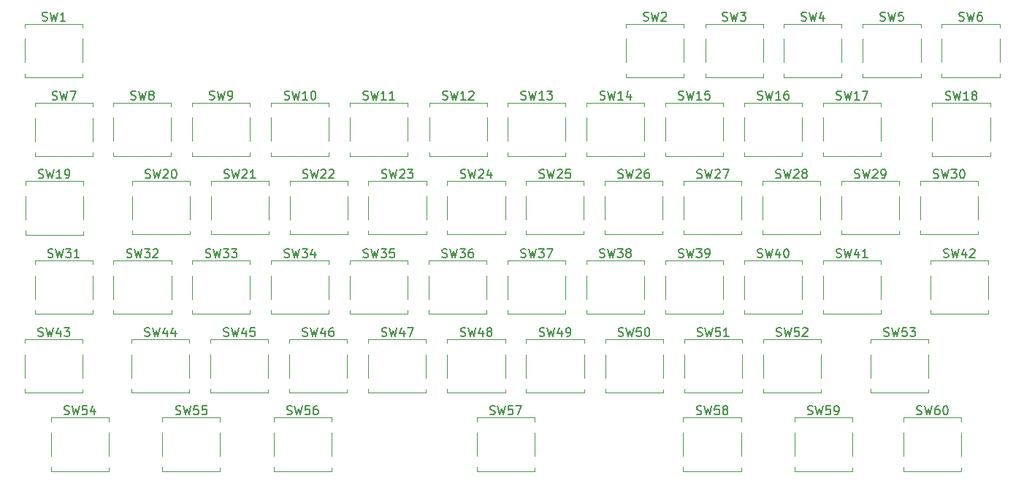
<source format=gbr>
%TF.GenerationSoftware,KiCad,Pcbnew,8.0.7*%
%TF.CreationDate,2025-01-06T21:25:14-08:00*%
%TF.ProjectId,Keyboard V1,4b657962-6f61-4726-9420-56312e6b6963,rev?*%
%TF.SameCoordinates,Original*%
%TF.FileFunction,Legend,Top*%
%TF.FilePolarity,Positive*%
%FSLAX46Y46*%
G04 Gerber Fmt 4.6, Leading zero omitted, Abs format (unit mm)*
G04 Created by KiCad (PCBNEW 8.0.7) date 2025-01-06 21:25:14*
%MOMM*%
%LPD*%
G01*
G04 APERTURE LIST*
%ADD10C,0.150000*%
%ADD11C,0.120000*%
G04 APERTURE END LIST*
D10*
X216665476Y-112087200D02*
X216808333Y-112134819D01*
X216808333Y-112134819D02*
X217046428Y-112134819D01*
X217046428Y-112134819D02*
X217141666Y-112087200D01*
X217141666Y-112087200D02*
X217189285Y-112039580D01*
X217189285Y-112039580D02*
X217236904Y-111944342D01*
X217236904Y-111944342D02*
X217236904Y-111849104D01*
X217236904Y-111849104D02*
X217189285Y-111753866D01*
X217189285Y-111753866D02*
X217141666Y-111706247D01*
X217141666Y-111706247D02*
X217046428Y-111658628D01*
X217046428Y-111658628D02*
X216855952Y-111611009D01*
X216855952Y-111611009D02*
X216760714Y-111563390D01*
X216760714Y-111563390D02*
X216713095Y-111515771D01*
X216713095Y-111515771D02*
X216665476Y-111420533D01*
X216665476Y-111420533D02*
X216665476Y-111325295D01*
X216665476Y-111325295D02*
X216713095Y-111230057D01*
X216713095Y-111230057D02*
X216760714Y-111182438D01*
X216760714Y-111182438D02*
X216855952Y-111134819D01*
X216855952Y-111134819D02*
X217094047Y-111134819D01*
X217094047Y-111134819D02*
X217236904Y-111182438D01*
X217570238Y-111134819D02*
X217808333Y-112134819D01*
X217808333Y-112134819D02*
X217998809Y-111420533D01*
X217998809Y-111420533D02*
X218189285Y-112134819D01*
X218189285Y-112134819D02*
X218427381Y-111134819D01*
X219236904Y-111134819D02*
X219046428Y-111134819D01*
X219046428Y-111134819D02*
X218951190Y-111182438D01*
X218951190Y-111182438D02*
X218903571Y-111230057D01*
X218903571Y-111230057D02*
X218808333Y-111372914D01*
X218808333Y-111372914D02*
X218760714Y-111563390D01*
X218760714Y-111563390D02*
X218760714Y-111944342D01*
X218760714Y-111944342D02*
X218808333Y-112039580D01*
X218808333Y-112039580D02*
X218855952Y-112087200D01*
X218855952Y-112087200D02*
X218951190Y-112134819D01*
X218951190Y-112134819D02*
X219141666Y-112134819D01*
X219141666Y-112134819D02*
X219236904Y-112087200D01*
X219236904Y-112087200D02*
X219284523Y-112039580D01*
X219284523Y-112039580D02*
X219332142Y-111944342D01*
X219332142Y-111944342D02*
X219332142Y-111706247D01*
X219332142Y-111706247D02*
X219284523Y-111611009D01*
X219284523Y-111611009D02*
X219236904Y-111563390D01*
X219236904Y-111563390D02*
X219141666Y-111515771D01*
X219141666Y-111515771D02*
X218951190Y-111515771D01*
X218951190Y-111515771D02*
X218855952Y-111563390D01*
X218855952Y-111563390D02*
X218808333Y-111611009D01*
X218808333Y-111611009D02*
X218760714Y-111706247D01*
X219951190Y-111134819D02*
X220046428Y-111134819D01*
X220046428Y-111134819D02*
X220141666Y-111182438D01*
X220141666Y-111182438D02*
X220189285Y-111230057D01*
X220189285Y-111230057D02*
X220236904Y-111325295D01*
X220236904Y-111325295D02*
X220284523Y-111515771D01*
X220284523Y-111515771D02*
X220284523Y-111753866D01*
X220284523Y-111753866D02*
X220236904Y-111944342D01*
X220236904Y-111944342D02*
X220189285Y-112039580D01*
X220189285Y-112039580D02*
X220141666Y-112087200D01*
X220141666Y-112087200D02*
X220046428Y-112134819D01*
X220046428Y-112134819D02*
X219951190Y-112134819D01*
X219951190Y-112134819D02*
X219855952Y-112087200D01*
X219855952Y-112087200D02*
X219808333Y-112039580D01*
X219808333Y-112039580D02*
X219760714Y-111944342D01*
X219760714Y-111944342D02*
X219713095Y-111753866D01*
X219713095Y-111753866D02*
X219713095Y-111515771D01*
X219713095Y-111515771D02*
X219760714Y-111325295D01*
X219760714Y-111325295D02*
X219808333Y-111230057D01*
X219808333Y-111230057D02*
X219855952Y-111182438D01*
X219855952Y-111182438D02*
X219951190Y-111134819D01*
X204025476Y-112087200D02*
X204168333Y-112134819D01*
X204168333Y-112134819D02*
X204406428Y-112134819D01*
X204406428Y-112134819D02*
X204501666Y-112087200D01*
X204501666Y-112087200D02*
X204549285Y-112039580D01*
X204549285Y-112039580D02*
X204596904Y-111944342D01*
X204596904Y-111944342D02*
X204596904Y-111849104D01*
X204596904Y-111849104D02*
X204549285Y-111753866D01*
X204549285Y-111753866D02*
X204501666Y-111706247D01*
X204501666Y-111706247D02*
X204406428Y-111658628D01*
X204406428Y-111658628D02*
X204215952Y-111611009D01*
X204215952Y-111611009D02*
X204120714Y-111563390D01*
X204120714Y-111563390D02*
X204073095Y-111515771D01*
X204073095Y-111515771D02*
X204025476Y-111420533D01*
X204025476Y-111420533D02*
X204025476Y-111325295D01*
X204025476Y-111325295D02*
X204073095Y-111230057D01*
X204073095Y-111230057D02*
X204120714Y-111182438D01*
X204120714Y-111182438D02*
X204215952Y-111134819D01*
X204215952Y-111134819D02*
X204454047Y-111134819D01*
X204454047Y-111134819D02*
X204596904Y-111182438D01*
X204930238Y-111134819D02*
X205168333Y-112134819D01*
X205168333Y-112134819D02*
X205358809Y-111420533D01*
X205358809Y-111420533D02*
X205549285Y-112134819D01*
X205549285Y-112134819D02*
X205787381Y-111134819D01*
X206644523Y-111134819D02*
X206168333Y-111134819D01*
X206168333Y-111134819D02*
X206120714Y-111611009D01*
X206120714Y-111611009D02*
X206168333Y-111563390D01*
X206168333Y-111563390D02*
X206263571Y-111515771D01*
X206263571Y-111515771D02*
X206501666Y-111515771D01*
X206501666Y-111515771D02*
X206596904Y-111563390D01*
X206596904Y-111563390D02*
X206644523Y-111611009D01*
X206644523Y-111611009D02*
X206692142Y-111706247D01*
X206692142Y-111706247D02*
X206692142Y-111944342D01*
X206692142Y-111944342D02*
X206644523Y-112039580D01*
X206644523Y-112039580D02*
X206596904Y-112087200D01*
X206596904Y-112087200D02*
X206501666Y-112134819D01*
X206501666Y-112134819D02*
X206263571Y-112134819D01*
X206263571Y-112134819D02*
X206168333Y-112087200D01*
X206168333Y-112087200D02*
X206120714Y-112039580D01*
X207168333Y-112134819D02*
X207358809Y-112134819D01*
X207358809Y-112134819D02*
X207454047Y-112087200D01*
X207454047Y-112087200D02*
X207501666Y-112039580D01*
X207501666Y-112039580D02*
X207596904Y-111896723D01*
X207596904Y-111896723D02*
X207644523Y-111706247D01*
X207644523Y-111706247D02*
X207644523Y-111325295D01*
X207644523Y-111325295D02*
X207596904Y-111230057D01*
X207596904Y-111230057D02*
X207549285Y-111182438D01*
X207549285Y-111182438D02*
X207454047Y-111134819D01*
X207454047Y-111134819D02*
X207263571Y-111134819D01*
X207263571Y-111134819D02*
X207168333Y-111182438D01*
X207168333Y-111182438D02*
X207120714Y-111230057D01*
X207120714Y-111230057D02*
X207073095Y-111325295D01*
X207073095Y-111325295D02*
X207073095Y-111563390D01*
X207073095Y-111563390D02*
X207120714Y-111658628D01*
X207120714Y-111658628D02*
X207168333Y-111706247D01*
X207168333Y-111706247D02*
X207263571Y-111753866D01*
X207263571Y-111753866D02*
X207454047Y-111753866D01*
X207454047Y-111753866D02*
X207549285Y-111706247D01*
X207549285Y-111706247D02*
X207596904Y-111658628D01*
X207596904Y-111658628D02*
X207644523Y-111563390D01*
X191140476Y-112087200D02*
X191283333Y-112134819D01*
X191283333Y-112134819D02*
X191521428Y-112134819D01*
X191521428Y-112134819D02*
X191616666Y-112087200D01*
X191616666Y-112087200D02*
X191664285Y-112039580D01*
X191664285Y-112039580D02*
X191711904Y-111944342D01*
X191711904Y-111944342D02*
X191711904Y-111849104D01*
X191711904Y-111849104D02*
X191664285Y-111753866D01*
X191664285Y-111753866D02*
X191616666Y-111706247D01*
X191616666Y-111706247D02*
X191521428Y-111658628D01*
X191521428Y-111658628D02*
X191330952Y-111611009D01*
X191330952Y-111611009D02*
X191235714Y-111563390D01*
X191235714Y-111563390D02*
X191188095Y-111515771D01*
X191188095Y-111515771D02*
X191140476Y-111420533D01*
X191140476Y-111420533D02*
X191140476Y-111325295D01*
X191140476Y-111325295D02*
X191188095Y-111230057D01*
X191188095Y-111230057D02*
X191235714Y-111182438D01*
X191235714Y-111182438D02*
X191330952Y-111134819D01*
X191330952Y-111134819D02*
X191569047Y-111134819D01*
X191569047Y-111134819D02*
X191711904Y-111182438D01*
X192045238Y-111134819D02*
X192283333Y-112134819D01*
X192283333Y-112134819D02*
X192473809Y-111420533D01*
X192473809Y-111420533D02*
X192664285Y-112134819D01*
X192664285Y-112134819D02*
X192902381Y-111134819D01*
X193759523Y-111134819D02*
X193283333Y-111134819D01*
X193283333Y-111134819D02*
X193235714Y-111611009D01*
X193235714Y-111611009D02*
X193283333Y-111563390D01*
X193283333Y-111563390D02*
X193378571Y-111515771D01*
X193378571Y-111515771D02*
X193616666Y-111515771D01*
X193616666Y-111515771D02*
X193711904Y-111563390D01*
X193711904Y-111563390D02*
X193759523Y-111611009D01*
X193759523Y-111611009D02*
X193807142Y-111706247D01*
X193807142Y-111706247D02*
X193807142Y-111944342D01*
X193807142Y-111944342D02*
X193759523Y-112039580D01*
X193759523Y-112039580D02*
X193711904Y-112087200D01*
X193711904Y-112087200D02*
X193616666Y-112134819D01*
X193616666Y-112134819D02*
X193378571Y-112134819D01*
X193378571Y-112134819D02*
X193283333Y-112087200D01*
X193283333Y-112087200D02*
X193235714Y-112039580D01*
X194378571Y-111563390D02*
X194283333Y-111515771D01*
X194283333Y-111515771D02*
X194235714Y-111468152D01*
X194235714Y-111468152D02*
X194188095Y-111372914D01*
X194188095Y-111372914D02*
X194188095Y-111325295D01*
X194188095Y-111325295D02*
X194235714Y-111230057D01*
X194235714Y-111230057D02*
X194283333Y-111182438D01*
X194283333Y-111182438D02*
X194378571Y-111134819D01*
X194378571Y-111134819D02*
X194569047Y-111134819D01*
X194569047Y-111134819D02*
X194664285Y-111182438D01*
X194664285Y-111182438D02*
X194711904Y-111230057D01*
X194711904Y-111230057D02*
X194759523Y-111325295D01*
X194759523Y-111325295D02*
X194759523Y-111372914D01*
X194759523Y-111372914D02*
X194711904Y-111468152D01*
X194711904Y-111468152D02*
X194664285Y-111515771D01*
X194664285Y-111515771D02*
X194569047Y-111563390D01*
X194569047Y-111563390D02*
X194378571Y-111563390D01*
X194378571Y-111563390D02*
X194283333Y-111611009D01*
X194283333Y-111611009D02*
X194235714Y-111658628D01*
X194235714Y-111658628D02*
X194188095Y-111753866D01*
X194188095Y-111753866D02*
X194188095Y-111944342D01*
X194188095Y-111944342D02*
X194235714Y-112039580D01*
X194235714Y-112039580D02*
X194283333Y-112087200D01*
X194283333Y-112087200D02*
X194378571Y-112134819D01*
X194378571Y-112134819D02*
X194569047Y-112134819D01*
X194569047Y-112134819D02*
X194664285Y-112087200D01*
X194664285Y-112087200D02*
X194711904Y-112039580D01*
X194711904Y-112039580D02*
X194759523Y-111944342D01*
X194759523Y-111944342D02*
X194759523Y-111753866D01*
X194759523Y-111753866D02*
X194711904Y-111658628D01*
X194711904Y-111658628D02*
X194664285Y-111611009D01*
X194664285Y-111611009D02*
X194569047Y-111563390D01*
X167195476Y-112087200D02*
X167338333Y-112134819D01*
X167338333Y-112134819D02*
X167576428Y-112134819D01*
X167576428Y-112134819D02*
X167671666Y-112087200D01*
X167671666Y-112087200D02*
X167719285Y-112039580D01*
X167719285Y-112039580D02*
X167766904Y-111944342D01*
X167766904Y-111944342D02*
X167766904Y-111849104D01*
X167766904Y-111849104D02*
X167719285Y-111753866D01*
X167719285Y-111753866D02*
X167671666Y-111706247D01*
X167671666Y-111706247D02*
X167576428Y-111658628D01*
X167576428Y-111658628D02*
X167385952Y-111611009D01*
X167385952Y-111611009D02*
X167290714Y-111563390D01*
X167290714Y-111563390D02*
X167243095Y-111515771D01*
X167243095Y-111515771D02*
X167195476Y-111420533D01*
X167195476Y-111420533D02*
X167195476Y-111325295D01*
X167195476Y-111325295D02*
X167243095Y-111230057D01*
X167243095Y-111230057D02*
X167290714Y-111182438D01*
X167290714Y-111182438D02*
X167385952Y-111134819D01*
X167385952Y-111134819D02*
X167624047Y-111134819D01*
X167624047Y-111134819D02*
X167766904Y-111182438D01*
X168100238Y-111134819D02*
X168338333Y-112134819D01*
X168338333Y-112134819D02*
X168528809Y-111420533D01*
X168528809Y-111420533D02*
X168719285Y-112134819D01*
X168719285Y-112134819D02*
X168957381Y-111134819D01*
X169814523Y-111134819D02*
X169338333Y-111134819D01*
X169338333Y-111134819D02*
X169290714Y-111611009D01*
X169290714Y-111611009D02*
X169338333Y-111563390D01*
X169338333Y-111563390D02*
X169433571Y-111515771D01*
X169433571Y-111515771D02*
X169671666Y-111515771D01*
X169671666Y-111515771D02*
X169766904Y-111563390D01*
X169766904Y-111563390D02*
X169814523Y-111611009D01*
X169814523Y-111611009D02*
X169862142Y-111706247D01*
X169862142Y-111706247D02*
X169862142Y-111944342D01*
X169862142Y-111944342D02*
X169814523Y-112039580D01*
X169814523Y-112039580D02*
X169766904Y-112087200D01*
X169766904Y-112087200D02*
X169671666Y-112134819D01*
X169671666Y-112134819D02*
X169433571Y-112134819D01*
X169433571Y-112134819D02*
X169338333Y-112087200D01*
X169338333Y-112087200D02*
X169290714Y-112039580D01*
X170195476Y-111134819D02*
X170862142Y-111134819D01*
X170862142Y-111134819D02*
X170433571Y-112134819D01*
X143655476Y-112087200D02*
X143798333Y-112134819D01*
X143798333Y-112134819D02*
X144036428Y-112134819D01*
X144036428Y-112134819D02*
X144131666Y-112087200D01*
X144131666Y-112087200D02*
X144179285Y-112039580D01*
X144179285Y-112039580D02*
X144226904Y-111944342D01*
X144226904Y-111944342D02*
X144226904Y-111849104D01*
X144226904Y-111849104D02*
X144179285Y-111753866D01*
X144179285Y-111753866D02*
X144131666Y-111706247D01*
X144131666Y-111706247D02*
X144036428Y-111658628D01*
X144036428Y-111658628D02*
X143845952Y-111611009D01*
X143845952Y-111611009D02*
X143750714Y-111563390D01*
X143750714Y-111563390D02*
X143703095Y-111515771D01*
X143703095Y-111515771D02*
X143655476Y-111420533D01*
X143655476Y-111420533D02*
X143655476Y-111325295D01*
X143655476Y-111325295D02*
X143703095Y-111230057D01*
X143703095Y-111230057D02*
X143750714Y-111182438D01*
X143750714Y-111182438D02*
X143845952Y-111134819D01*
X143845952Y-111134819D02*
X144084047Y-111134819D01*
X144084047Y-111134819D02*
X144226904Y-111182438D01*
X144560238Y-111134819D02*
X144798333Y-112134819D01*
X144798333Y-112134819D02*
X144988809Y-111420533D01*
X144988809Y-111420533D02*
X145179285Y-112134819D01*
X145179285Y-112134819D02*
X145417381Y-111134819D01*
X146274523Y-111134819D02*
X145798333Y-111134819D01*
X145798333Y-111134819D02*
X145750714Y-111611009D01*
X145750714Y-111611009D02*
X145798333Y-111563390D01*
X145798333Y-111563390D02*
X145893571Y-111515771D01*
X145893571Y-111515771D02*
X146131666Y-111515771D01*
X146131666Y-111515771D02*
X146226904Y-111563390D01*
X146226904Y-111563390D02*
X146274523Y-111611009D01*
X146274523Y-111611009D02*
X146322142Y-111706247D01*
X146322142Y-111706247D02*
X146322142Y-111944342D01*
X146322142Y-111944342D02*
X146274523Y-112039580D01*
X146274523Y-112039580D02*
X146226904Y-112087200D01*
X146226904Y-112087200D02*
X146131666Y-112134819D01*
X146131666Y-112134819D02*
X145893571Y-112134819D01*
X145893571Y-112134819D02*
X145798333Y-112087200D01*
X145798333Y-112087200D02*
X145750714Y-112039580D01*
X147179285Y-111134819D02*
X146988809Y-111134819D01*
X146988809Y-111134819D02*
X146893571Y-111182438D01*
X146893571Y-111182438D02*
X146845952Y-111230057D01*
X146845952Y-111230057D02*
X146750714Y-111372914D01*
X146750714Y-111372914D02*
X146703095Y-111563390D01*
X146703095Y-111563390D02*
X146703095Y-111944342D01*
X146703095Y-111944342D02*
X146750714Y-112039580D01*
X146750714Y-112039580D02*
X146798333Y-112087200D01*
X146798333Y-112087200D02*
X146893571Y-112134819D01*
X146893571Y-112134819D02*
X147084047Y-112134819D01*
X147084047Y-112134819D02*
X147179285Y-112087200D01*
X147179285Y-112087200D02*
X147226904Y-112039580D01*
X147226904Y-112039580D02*
X147274523Y-111944342D01*
X147274523Y-111944342D02*
X147274523Y-111706247D01*
X147274523Y-111706247D02*
X147226904Y-111611009D01*
X147226904Y-111611009D02*
X147179285Y-111563390D01*
X147179285Y-111563390D02*
X147084047Y-111515771D01*
X147084047Y-111515771D02*
X146893571Y-111515771D01*
X146893571Y-111515771D02*
X146798333Y-111563390D01*
X146798333Y-111563390D02*
X146750714Y-111611009D01*
X146750714Y-111611009D02*
X146703095Y-111706247D01*
X130765476Y-112087200D02*
X130908333Y-112134819D01*
X130908333Y-112134819D02*
X131146428Y-112134819D01*
X131146428Y-112134819D02*
X131241666Y-112087200D01*
X131241666Y-112087200D02*
X131289285Y-112039580D01*
X131289285Y-112039580D02*
X131336904Y-111944342D01*
X131336904Y-111944342D02*
X131336904Y-111849104D01*
X131336904Y-111849104D02*
X131289285Y-111753866D01*
X131289285Y-111753866D02*
X131241666Y-111706247D01*
X131241666Y-111706247D02*
X131146428Y-111658628D01*
X131146428Y-111658628D02*
X130955952Y-111611009D01*
X130955952Y-111611009D02*
X130860714Y-111563390D01*
X130860714Y-111563390D02*
X130813095Y-111515771D01*
X130813095Y-111515771D02*
X130765476Y-111420533D01*
X130765476Y-111420533D02*
X130765476Y-111325295D01*
X130765476Y-111325295D02*
X130813095Y-111230057D01*
X130813095Y-111230057D02*
X130860714Y-111182438D01*
X130860714Y-111182438D02*
X130955952Y-111134819D01*
X130955952Y-111134819D02*
X131194047Y-111134819D01*
X131194047Y-111134819D02*
X131336904Y-111182438D01*
X131670238Y-111134819D02*
X131908333Y-112134819D01*
X131908333Y-112134819D02*
X132098809Y-111420533D01*
X132098809Y-111420533D02*
X132289285Y-112134819D01*
X132289285Y-112134819D02*
X132527381Y-111134819D01*
X133384523Y-111134819D02*
X132908333Y-111134819D01*
X132908333Y-111134819D02*
X132860714Y-111611009D01*
X132860714Y-111611009D02*
X132908333Y-111563390D01*
X132908333Y-111563390D02*
X133003571Y-111515771D01*
X133003571Y-111515771D02*
X133241666Y-111515771D01*
X133241666Y-111515771D02*
X133336904Y-111563390D01*
X133336904Y-111563390D02*
X133384523Y-111611009D01*
X133384523Y-111611009D02*
X133432142Y-111706247D01*
X133432142Y-111706247D02*
X133432142Y-111944342D01*
X133432142Y-111944342D02*
X133384523Y-112039580D01*
X133384523Y-112039580D02*
X133336904Y-112087200D01*
X133336904Y-112087200D02*
X133241666Y-112134819D01*
X133241666Y-112134819D02*
X133003571Y-112134819D01*
X133003571Y-112134819D02*
X132908333Y-112087200D01*
X132908333Y-112087200D02*
X132860714Y-112039580D01*
X134336904Y-111134819D02*
X133860714Y-111134819D01*
X133860714Y-111134819D02*
X133813095Y-111611009D01*
X133813095Y-111611009D02*
X133860714Y-111563390D01*
X133860714Y-111563390D02*
X133955952Y-111515771D01*
X133955952Y-111515771D02*
X134194047Y-111515771D01*
X134194047Y-111515771D02*
X134289285Y-111563390D01*
X134289285Y-111563390D02*
X134336904Y-111611009D01*
X134336904Y-111611009D02*
X134384523Y-111706247D01*
X134384523Y-111706247D02*
X134384523Y-111944342D01*
X134384523Y-111944342D02*
X134336904Y-112039580D01*
X134336904Y-112039580D02*
X134289285Y-112087200D01*
X134289285Y-112087200D02*
X134194047Y-112134819D01*
X134194047Y-112134819D02*
X133955952Y-112134819D01*
X133955952Y-112134819D02*
X133860714Y-112087200D01*
X133860714Y-112087200D02*
X133813095Y-112039580D01*
X117840476Y-112087200D02*
X117983333Y-112134819D01*
X117983333Y-112134819D02*
X118221428Y-112134819D01*
X118221428Y-112134819D02*
X118316666Y-112087200D01*
X118316666Y-112087200D02*
X118364285Y-112039580D01*
X118364285Y-112039580D02*
X118411904Y-111944342D01*
X118411904Y-111944342D02*
X118411904Y-111849104D01*
X118411904Y-111849104D02*
X118364285Y-111753866D01*
X118364285Y-111753866D02*
X118316666Y-111706247D01*
X118316666Y-111706247D02*
X118221428Y-111658628D01*
X118221428Y-111658628D02*
X118030952Y-111611009D01*
X118030952Y-111611009D02*
X117935714Y-111563390D01*
X117935714Y-111563390D02*
X117888095Y-111515771D01*
X117888095Y-111515771D02*
X117840476Y-111420533D01*
X117840476Y-111420533D02*
X117840476Y-111325295D01*
X117840476Y-111325295D02*
X117888095Y-111230057D01*
X117888095Y-111230057D02*
X117935714Y-111182438D01*
X117935714Y-111182438D02*
X118030952Y-111134819D01*
X118030952Y-111134819D02*
X118269047Y-111134819D01*
X118269047Y-111134819D02*
X118411904Y-111182438D01*
X118745238Y-111134819D02*
X118983333Y-112134819D01*
X118983333Y-112134819D02*
X119173809Y-111420533D01*
X119173809Y-111420533D02*
X119364285Y-112134819D01*
X119364285Y-112134819D02*
X119602381Y-111134819D01*
X120459523Y-111134819D02*
X119983333Y-111134819D01*
X119983333Y-111134819D02*
X119935714Y-111611009D01*
X119935714Y-111611009D02*
X119983333Y-111563390D01*
X119983333Y-111563390D02*
X120078571Y-111515771D01*
X120078571Y-111515771D02*
X120316666Y-111515771D01*
X120316666Y-111515771D02*
X120411904Y-111563390D01*
X120411904Y-111563390D02*
X120459523Y-111611009D01*
X120459523Y-111611009D02*
X120507142Y-111706247D01*
X120507142Y-111706247D02*
X120507142Y-111944342D01*
X120507142Y-111944342D02*
X120459523Y-112039580D01*
X120459523Y-112039580D02*
X120411904Y-112087200D01*
X120411904Y-112087200D02*
X120316666Y-112134819D01*
X120316666Y-112134819D02*
X120078571Y-112134819D01*
X120078571Y-112134819D02*
X119983333Y-112087200D01*
X119983333Y-112087200D02*
X119935714Y-112039580D01*
X121364285Y-111468152D02*
X121364285Y-112134819D01*
X121126190Y-111087200D02*
X120888095Y-111801485D01*
X120888095Y-111801485D02*
X121507142Y-111801485D01*
X212890476Y-103007200D02*
X213033333Y-103054819D01*
X213033333Y-103054819D02*
X213271428Y-103054819D01*
X213271428Y-103054819D02*
X213366666Y-103007200D01*
X213366666Y-103007200D02*
X213414285Y-102959580D01*
X213414285Y-102959580D02*
X213461904Y-102864342D01*
X213461904Y-102864342D02*
X213461904Y-102769104D01*
X213461904Y-102769104D02*
X213414285Y-102673866D01*
X213414285Y-102673866D02*
X213366666Y-102626247D01*
X213366666Y-102626247D02*
X213271428Y-102578628D01*
X213271428Y-102578628D02*
X213080952Y-102531009D01*
X213080952Y-102531009D02*
X212985714Y-102483390D01*
X212985714Y-102483390D02*
X212938095Y-102435771D01*
X212938095Y-102435771D02*
X212890476Y-102340533D01*
X212890476Y-102340533D02*
X212890476Y-102245295D01*
X212890476Y-102245295D02*
X212938095Y-102150057D01*
X212938095Y-102150057D02*
X212985714Y-102102438D01*
X212985714Y-102102438D02*
X213080952Y-102054819D01*
X213080952Y-102054819D02*
X213319047Y-102054819D01*
X213319047Y-102054819D02*
X213461904Y-102102438D01*
X213795238Y-102054819D02*
X214033333Y-103054819D01*
X214033333Y-103054819D02*
X214223809Y-102340533D01*
X214223809Y-102340533D02*
X214414285Y-103054819D01*
X214414285Y-103054819D02*
X214652381Y-102054819D01*
X215509523Y-102054819D02*
X215033333Y-102054819D01*
X215033333Y-102054819D02*
X214985714Y-102531009D01*
X214985714Y-102531009D02*
X215033333Y-102483390D01*
X215033333Y-102483390D02*
X215128571Y-102435771D01*
X215128571Y-102435771D02*
X215366666Y-102435771D01*
X215366666Y-102435771D02*
X215461904Y-102483390D01*
X215461904Y-102483390D02*
X215509523Y-102531009D01*
X215509523Y-102531009D02*
X215557142Y-102626247D01*
X215557142Y-102626247D02*
X215557142Y-102864342D01*
X215557142Y-102864342D02*
X215509523Y-102959580D01*
X215509523Y-102959580D02*
X215461904Y-103007200D01*
X215461904Y-103007200D02*
X215366666Y-103054819D01*
X215366666Y-103054819D02*
X215128571Y-103054819D01*
X215128571Y-103054819D02*
X215033333Y-103007200D01*
X215033333Y-103007200D02*
X214985714Y-102959580D01*
X215890476Y-102054819D02*
X216509523Y-102054819D01*
X216509523Y-102054819D02*
X216176190Y-102435771D01*
X216176190Y-102435771D02*
X216319047Y-102435771D01*
X216319047Y-102435771D02*
X216414285Y-102483390D01*
X216414285Y-102483390D02*
X216461904Y-102531009D01*
X216461904Y-102531009D02*
X216509523Y-102626247D01*
X216509523Y-102626247D02*
X216509523Y-102864342D01*
X216509523Y-102864342D02*
X216461904Y-102959580D01*
X216461904Y-102959580D02*
X216414285Y-103007200D01*
X216414285Y-103007200D02*
X216319047Y-103054819D01*
X216319047Y-103054819D02*
X216033333Y-103054819D01*
X216033333Y-103054819D02*
X215938095Y-103007200D01*
X215938095Y-103007200D02*
X215890476Y-102959580D01*
X200390476Y-103007200D02*
X200533333Y-103054819D01*
X200533333Y-103054819D02*
X200771428Y-103054819D01*
X200771428Y-103054819D02*
X200866666Y-103007200D01*
X200866666Y-103007200D02*
X200914285Y-102959580D01*
X200914285Y-102959580D02*
X200961904Y-102864342D01*
X200961904Y-102864342D02*
X200961904Y-102769104D01*
X200961904Y-102769104D02*
X200914285Y-102673866D01*
X200914285Y-102673866D02*
X200866666Y-102626247D01*
X200866666Y-102626247D02*
X200771428Y-102578628D01*
X200771428Y-102578628D02*
X200580952Y-102531009D01*
X200580952Y-102531009D02*
X200485714Y-102483390D01*
X200485714Y-102483390D02*
X200438095Y-102435771D01*
X200438095Y-102435771D02*
X200390476Y-102340533D01*
X200390476Y-102340533D02*
X200390476Y-102245295D01*
X200390476Y-102245295D02*
X200438095Y-102150057D01*
X200438095Y-102150057D02*
X200485714Y-102102438D01*
X200485714Y-102102438D02*
X200580952Y-102054819D01*
X200580952Y-102054819D02*
X200819047Y-102054819D01*
X200819047Y-102054819D02*
X200961904Y-102102438D01*
X201295238Y-102054819D02*
X201533333Y-103054819D01*
X201533333Y-103054819D02*
X201723809Y-102340533D01*
X201723809Y-102340533D02*
X201914285Y-103054819D01*
X201914285Y-103054819D02*
X202152381Y-102054819D01*
X203009523Y-102054819D02*
X202533333Y-102054819D01*
X202533333Y-102054819D02*
X202485714Y-102531009D01*
X202485714Y-102531009D02*
X202533333Y-102483390D01*
X202533333Y-102483390D02*
X202628571Y-102435771D01*
X202628571Y-102435771D02*
X202866666Y-102435771D01*
X202866666Y-102435771D02*
X202961904Y-102483390D01*
X202961904Y-102483390D02*
X203009523Y-102531009D01*
X203009523Y-102531009D02*
X203057142Y-102626247D01*
X203057142Y-102626247D02*
X203057142Y-102864342D01*
X203057142Y-102864342D02*
X203009523Y-102959580D01*
X203009523Y-102959580D02*
X202961904Y-103007200D01*
X202961904Y-103007200D02*
X202866666Y-103054819D01*
X202866666Y-103054819D02*
X202628571Y-103054819D01*
X202628571Y-103054819D02*
X202533333Y-103007200D01*
X202533333Y-103007200D02*
X202485714Y-102959580D01*
X203438095Y-102150057D02*
X203485714Y-102102438D01*
X203485714Y-102102438D02*
X203580952Y-102054819D01*
X203580952Y-102054819D02*
X203819047Y-102054819D01*
X203819047Y-102054819D02*
X203914285Y-102102438D01*
X203914285Y-102102438D02*
X203961904Y-102150057D01*
X203961904Y-102150057D02*
X204009523Y-102245295D01*
X204009523Y-102245295D02*
X204009523Y-102340533D01*
X204009523Y-102340533D02*
X203961904Y-102483390D01*
X203961904Y-102483390D02*
X203390476Y-103054819D01*
X203390476Y-103054819D02*
X204009523Y-103054819D01*
X191240476Y-103007200D02*
X191383333Y-103054819D01*
X191383333Y-103054819D02*
X191621428Y-103054819D01*
X191621428Y-103054819D02*
X191716666Y-103007200D01*
X191716666Y-103007200D02*
X191764285Y-102959580D01*
X191764285Y-102959580D02*
X191811904Y-102864342D01*
X191811904Y-102864342D02*
X191811904Y-102769104D01*
X191811904Y-102769104D02*
X191764285Y-102673866D01*
X191764285Y-102673866D02*
X191716666Y-102626247D01*
X191716666Y-102626247D02*
X191621428Y-102578628D01*
X191621428Y-102578628D02*
X191430952Y-102531009D01*
X191430952Y-102531009D02*
X191335714Y-102483390D01*
X191335714Y-102483390D02*
X191288095Y-102435771D01*
X191288095Y-102435771D02*
X191240476Y-102340533D01*
X191240476Y-102340533D02*
X191240476Y-102245295D01*
X191240476Y-102245295D02*
X191288095Y-102150057D01*
X191288095Y-102150057D02*
X191335714Y-102102438D01*
X191335714Y-102102438D02*
X191430952Y-102054819D01*
X191430952Y-102054819D02*
X191669047Y-102054819D01*
X191669047Y-102054819D02*
X191811904Y-102102438D01*
X192145238Y-102054819D02*
X192383333Y-103054819D01*
X192383333Y-103054819D02*
X192573809Y-102340533D01*
X192573809Y-102340533D02*
X192764285Y-103054819D01*
X192764285Y-103054819D02*
X193002381Y-102054819D01*
X193859523Y-102054819D02*
X193383333Y-102054819D01*
X193383333Y-102054819D02*
X193335714Y-102531009D01*
X193335714Y-102531009D02*
X193383333Y-102483390D01*
X193383333Y-102483390D02*
X193478571Y-102435771D01*
X193478571Y-102435771D02*
X193716666Y-102435771D01*
X193716666Y-102435771D02*
X193811904Y-102483390D01*
X193811904Y-102483390D02*
X193859523Y-102531009D01*
X193859523Y-102531009D02*
X193907142Y-102626247D01*
X193907142Y-102626247D02*
X193907142Y-102864342D01*
X193907142Y-102864342D02*
X193859523Y-102959580D01*
X193859523Y-102959580D02*
X193811904Y-103007200D01*
X193811904Y-103007200D02*
X193716666Y-103054819D01*
X193716666Y-103054819D02*
X193478571Y-103054819D01*
X193478571Y-103054819D02*
X193383333Y-103007200D01*
X193383333Y-103007200D02*
X193335714Y-102959580D01*
X194859523Y-103054819D02*
X194288095Y-103054819D01*
X194573809Y-103054819D02*
X194573809Y-102054819D01*
X194573809Y-102054819D02*
X194478571Y-102197676D01*
X194478571Y-102197676D02*
X194383333Y-102292914D01*
X194383333Y-102292914D02*
X194288095Y-102340533D01*
X182090476Y-103007200D02*
X182233333Y-103054819D01*
X182233333Y-103054819D02*
X182471428Y-103054819D01*
X182471428Y-103054819D02*
X182566666Y-103007200D01*
X182566666Y-103007200D02*
X182614285Y-102959580D01*
X182614285Y-102959580D02*
X182661904Y-102864342D01*
X182661904Y-102864342D02*
X182661904Y-102769104D01*
X182661904Y-102769104D02*
X182614285Y-102673866D01*
X182614285Y-102673866D02*
X182566666Y-102626247D01*
X182566666Y-102626247D02*
X182471428Y-102578628D01*
X182471428Y-102578628D02*
X182280952Y-102531009D01*
X182280952Y-102531009D02*
X182185714Y-102483390D01*
X182185714Y-102483390D02*
X182138095Y-102435771D01*
X182138095Y-102435771D02*
X182090476Y-102340533D01*
X182090476Y-102340533D02*
X182090476Y-102245295D01*
X182090476Y-102245295D02*
X182138095Y-102150057D01*
X182138095Y-102150057D02*
X182185714Y-102102438D01*
X182185714Y-102102438D02*
X182280952Y-102054819D01*
X182280952Y-102054819D02*
X182519047Y-102054819D01*
X182519047Y-102054819D02*
X182661904Y-102102438D01*
X182995238Y-102054819D02*
X183233333Y-103054819D01*
X183233333Y-103054819D02*
X183423809Y-102340533D01*
X183423809Y-102340533D02*
X183614285Y-103054819D01*
X183614285Y-103054819D02*
X183852381Y-102054819D01*
X184709523Y-102054819D02*
X184233333Y-102054819D01*
X184233333Y-102054819D02*
X184185714Y-102531009D01*
X184185714Y-102531009D02*
X184233333Y-102483390D01*
X184233333Y-102483390D02*
X184328571Y-102435771D01*
X184328571Y-102435771D02*
X184566666Y-102435771D01*
X184566666Y-102435771D02*
X184661904Y-102483390D01*
X184661904Y-102483390D02*
X184709523Y-102531009D01*
X184709523Y-102531009D02*
X184757142Y-102626247D01*
X184757142Y-102626247D02*
X184757142Y-102864342D01*
X184757142Y-102864342D02*
X184709523Y-102959580D01*
X184709523Y-102959580D02*
X184661904Y-103007200D01*
X184661904Y-103007200D02*
X184566666Y-103054819D01*
X184566666Y-103054819D02*
X184328571Y-103054819D01*
X184328571Y-103054819D02*
X184233333Y-103007200D01*
X184233333Y-103007200D02*
X184185714Y-102959580D01*
X185376190Y-102054819D02*
X185471428Y-102054819D01*
X185471428Y-102054819D02*
X185566666Y-102102438D01*
X185566666Y-102102438D02*
X185614285Y-102150057D01*
X185614285Y-102150057D02*
X185661904Y-102245295D01*
X185661904Y-102245295D02*
X185709523Y-102435771D01*
X185709523Y-102435771D02*
X185709523Y-102673866D01*
X185709523Y-102673866D02*
X185661904Y-102864342D01*
X185661904Y-102864342D02*
X185614285Y-102959580D01*
X185614285Y-102959580D02*
X185566666Y-103007200D01*
X185566666Y-103007200D02*
X185471428Y-103054819D01*
X185471428Y-103054819D02*
X185376190Y-103054819D01*
X185376190Y-103054819D02*
X185280952Y-103007200D01*
X185280952Y-103007200D02*
X185233333Y-102959580D01*
X185233333Y-102959580D02*
X185185714Y-102864342D01*
X185185714Y-102864342D02*
X185138095Y-102673866D01*
X185138095Y-102673866D02*
X185138095Y-102435771D01*
X185138095Y-102435771D02*
X185185714Y-102245295D01*
X185185714Y-102245295D02*
X185233333Y-102150057D01*
X185233333Y-102150057D02*
X185280952Y-102102438D01*
X185280952Y-102102438D02*
X185376190Y-102054819D01*
X172940476Y-103007200D02*
X173083333Y-103054819D01*
X173083333Y-103054819D02*
X173321428Y-103054819D01*
X173321428Y-103054819D02*
X173416666Y-103007200D01*
X173416666Y-103007200D02*
X173464285Y-102959580D01*
X173464285Y-102959580D02*
X173511904Y-102864342D01*
X173511904Y-102864342D02*
X173511904Y-102769104D01*
X173511904Y-102769104D02*
X173464285Y-102673866D01*
X173464285Y-102673866D02*
X173416666Y-102626247D01*
X173416666Y-102626247D02*
X173321428Y-102578628D01*
X173321428Y-102578628D02*
X173130952Y-102531009D01*
X173130952Y-102531009D02*
X173035714Y-102483390D01*
X173035714Y-102483390D02*
X172988095Y-102435771D01*
X172988095Y-102435771D02*
X172940476Y-102340533D01*
X172940476Y-102340533D02*
X172940476Y-102245295D01*
X172940476Y-102245295D02*
X172988095Y-102150057D01*
X172988095Y-102150057D02*
X173035714Y-102102438D01*
X173035714Y-102102438D02*
X173130952Y-102054819D01*
X173130952Y-102054819D02*
X173369047Y-102054819D01*
X173369047Y-102054819D02*
X173511904Y-102102438D01*
X173845238Y-102054819D02*
X174083333Y-103054819D01*
X174083333Y-103054819D02*
X174273809Y-102340533D01*
X174273809Y-102340533D02*
X174464285Y-103054819D01*
X174464285Y-103054819D02*
X174702381Y-102054819D01*
X175511904Y-102388152D02*
X175511904Y-103054819D01*
X175273809Y-102007200D02*
X175035714Y-102721485D01*
X175035714Y-102721485D02*
X175654761Y-102721485D01*
X176083333Y-103054819D02*
X176273809Y-103054819D01*
X176273809Y-103054819D02*
X176369047Y-103007200D01*
X176369047Y-103007200D02*
X176416666Y-102959580D01*
X176416666Y-102959580D02*
X176511904Y-102816723D01*
X176511904Y-102816723D02*
X176559523Y-102626247D01*
X176559523Y-102626247D02*
X176559523Y-102245295D01*
X176559523Y-102245295D02*
X176511904Y-102150057D01*
X176511904Y-102150057D02*
X176464285Y-102102438D01*
X176464285Y-102102438D02*
X176369047Y-102054819D01*
X176369047Y-102054819D02*
X176178571Y-102054819D01*
X176178571Y-102054819D02*
X176083333Y-102102438D01*
X176083333Y-102102438D02*
X176035714Y-102150057D01*
X176035714Y-102150057D02*
X175988095Y-102245295D01*
X175988095Y-102245295D02*
X175988095Y-102483390D01*
X175988095Y-102483390D02*
X176035714Y-102578628D01*
X176035714Y-102578628D02*
X176083333Y-102626247D01*
X176083333Y-102626247D02*
X176178571Y-102673866D01*
X176178571Y-102673866D02*
X176369047Y-102673866D01*
X176369047Y-102673866D02*
X176464285Y-102626247D01*
X176464285Y-102626247D02*
X176511904Y-102578628D01*
X176511904Y-102578628D02*
X176559523Y-102483390D01*
X163790476Y-103007200D02*
X163933333Y-103054819D01*
X163933333Y-103054819D02*
X164171428Y-103054819D01*
X164171428Y-103054819D02*
X164266666Y-103007200D01*
X164266666Y-103007200D02*
X164314285Y-102959580D01*
X164314285Y-102959580D02*
X164361904Y-102864342D01*
X164361904Y-102864342D02*
X164361904Y-102769104D01*
X164361904Y-102769104D02*
X164314285Y-102673866D01*
X164314285Y-102673866D02*
X164266666Y-102626247D01*
X164266666Y-102626247D02*
X164171428Y-102578628D01*
X164171428Y-102578628D02*
X163980952Y-102531009D01*
X163980952Y-102531009D02*
X163885714Y-102483390D01*
X163885714Y-102483390D02*
X163838095Y-102435771D01*
X163838095Y-102435771D02*
X163790476Y-102340533D01*
X163790476Y-102340533D02*
X163790476Y-102245295D01*
X163790476Y-102245295D02*
X163838095Y-102150057D01*
X163838095Y-102150057D02*
X163885714Y-102102438D01*
X163885714Y-102102438D02*
X163980952Y-102054819D01*
X163980952Y-102054819D02*
X164219047Y-102054819D01*
X164219047Y-102054819D02*
X164361904Y-102102438D01*
X164695238Y-102054819D02*
X164933333Y-103054819D01*
X164933333Y-103054819D02*
X165123809Y-102340533D01*
X165123809Y-102340533D02*
X165314285Y-103054819D01*
X165314285Y-103054819D02*
X165552381Y-102054819D01*
X166361904Y-102388152D02*
X166361904Y-103054819D01*
X166123809Y-102007200D02*
X165885714Y-102721485D01*
X165885714Y-102721485D02*
X166504761Y-102721485D01*
X167028571Y-102483390D02*
X166933333Y-102435771D01*
X166933333Y-102435771D02*
X166885714Y-102388152D01*
X166885714Y-102388152D02*
X166838095Y-102292914D01*
X166838095Y-102292914D02*
X166838095Y-102245295D01*
X166838095Y-102245295D02*
X166885714Y-102150057D01*
X166885714Y-102150057D02*
X166933333Y-102102438D01*
X166933333Y-102102438D02*
X167028571Y-102054819D01*
X167028571Y-102054819D02*
X167219047Y-102054819D01*
X167219047Y-102054819D02*
X167314285Y-102102438D01*
X167314285Y-102102438D02*
X167361904Y-102150057D01*
X167361904Y-102150057D02*
X167409523Y-102245295D01*
X167409523Y-102245295D02*
X167409523Y-102292914D01*
X167409523Y-102292914D02*
X167361904Y-102388152D01*
X167361904Y-102388152D02*
X167314285Y-102435771D01*
X167314285Y-102435771D02*
X167219047Y-102483390D01*
X167219047Y-102483390D02*
X167028571Y-102483390D01*
X167028571Y-102483390D02*
X166933333Y-102531009D01*
X166933333Y-102531009D02*
X166885714Y-102578628D01*
X166885714Y-102578628D02*
X166838095Y-102673866D01*
X166838095Y-102673866D02*
X166838095Y-102864342D01*
X166838095Y-102864342D02*
X166885714Y-102959580D01*
X166885714Y-102959580D02*
X166933333Y-103007200D01*
X166933333Y-103007200D02*
X167028571Y-103054819D01*
X167028571Y-103054819D02*
X167219047Y-103054819D01*
X167219047Y-103054819D02*
X167314285Y-103007200D01*
X167314285Y-103007200D02*
X167361904Y-102959580D01*
X167361904Y-102959580D02*
X167409523Y-102864342D01*
X167409523Y-102864342D02*
X167409523Y-102673866D01*
X167409523Y-102673866D02*
X167361904Y-102578628D01*
X167361904Y-102578628D02*
X167314285Y-102531009D01*
X167314285Y-102531009D02*
X167219047Y-102483390D01*
X154640476Y-103007200D02*
X154783333Y-103054819D01*
X154783333Y-103054819D02*
X155021428Y-103054819D01*
X155021428Y-103054819D02*
X155116666Y-103007200D01*
X155116666Y-103007200D02*
X155164285Y-102959580D01*
X155164285Y-102959580D02*
X155211904Y-102864342D01*
X155211904Y-102864342D02*
X155211904Y-102769104D01*
X155211904Y-102769104D02*
X155164285Y-102673866D01*
X155164285Y-102673866D02*
X155116666Y-102626247D01*
X155116666Y-102626247D02*
X155021428Y-102578628D01*
X155021428Y-102578628D02*
X154830952Y-102531009D01*
X154830952Y-102531009D02*
X154735714Y-102483390D01*
X154735714Y-102483390D02*
X154688095Y-102435771D01*
X154688095Y-102435771D02*
X154640476Y-102340533D01*
X154640476Y-102340533D02*
X154640476Y-102245295D01*
X154640476Y-102245295D02*
X154688095Y-102150057D01*
X154688095Y-102150057D02*
X154735714Y-102102438D01*
X154735714Y-102102438D02*
X154830952Y-102054819D01*
X154830952Y-102054819D02*
X155069047Y-102054819D01*
X155069047Y-102054819D02*
X155211904Y-102102438D01*
X155545238Y-102054819D02*
X155783333Y-103054819D01*
X155783333Y-103054819D02*
X155973809Y-102340533D01*
X155973809Y-102340533D02*
X156164285Y-103054819D01*
X156164285Y-103054819D02*
X156402381Y-102054819D01*
X157211904Y-102388152D02*
X157211904Y-103054819D01*
X156973809Y-102007200D02*
X156735714Y-102721485D01*
X156735714Y-102721485D02*
X157354761Y-102721485D01*
X157640476Y-102054819D02*
X158307142Y-102054819D01*
X158307142Y-102054819D02*
X157878571Y-103054819D01*
X145490476Y-103007200D02*
X145633333Y-103054819D01*
X145633333Y-103054819D02*
X145871428Y-103054819D01*
X145871428Y-103054819D02*
X145966666Y-103007200D01*
X145966666Y-103007200D02*
X146014285Y-102959580D01*
X146014285Y-102959580D02*
X146061904Y-102864342D01*
X146061904Y-102864342D02*
X146061904Y-102769104D01*
X146061904Y-102769104D02*
X146014285Y-102673866D01*
X146014285Y-102673866D02*
X145966666Y-102626247D01*
X145966666Y-102626247D02*
X145871428Y-102578628D01*
X145871428Y-102578628D02*
X145680952Y-102531009D01*
X145680952Y-102531009D02*
X145585714Y-102483390D01*
X145585714Y-102483390D02*
X145538095Y-102435771D01*
X145538095Y-102435771D02*
X145490476Y-102340533D01*
X145490476Y-102340533D02*
X145490476Y-102245295D01*
X145490476Y-102245295D02*
X145538095Y-102150057D01*
X145538095Y-102150057D02*
X145585714Y-102102438D01*
X145585714Y-102102438D02*
X145680952Y-102054819D01*
X145680952Y-102054819D02*
X145919047Y-102054819D01*
X145919047Y-102054819D02*
X146061904Y-102102438D01*
X146395238Y-102054819D02*
X146633333Y-103054819D01*
X146633333Y-103054819D02*
X146823809Y-102340533D01*
X146823809Y-102340533D02*
X147014285Y-103054819D01*
X147014285Y-103054819D02*
X147252381Y-102054819D01*
X148061904Y-102388152D02*
X148061904Y-103054819D01*
X147823809Y-102007200D02*
X147585714Y-102721485D01*
X147585714Y-102721485D02*
X148204761Y-102721485D01*
X149014285Y-102054819D02*
X148823809Y-102054819D01*
X148823809Y-102054819D02*
X148728571Y-102102438D01*
X148728571Y-102102438D02*
X148680952Y-102150057D01*
X148680952Y-102150057D02*
X148585714Y-102292914D01*
X148585714Y-102292914D02*
X148538095Y-102483390D01*
X148538095Y-102483390D02*
X148538095Y-102864342D01*
X148538095Y-102864342D02*
X148585714Y-102959580D01*
X148585714Y-102959580D02*
X148633333Y-103007200D01*
X148633333Y-103007200D02*
X148728571Y-103054819D01*
X148728571Y-103054819D02*
X148919047Y-103054819D01*
X148919047Y-103054819D02*
X149014285Y-103007200D01*
X149014285Y-103007200D02*
X149061904Y-102959580D01*
X149061904Y-102959580D02*
X149109523Y-102864342D01*
X149109523Y-102864342D02*
X149109523Y-102626247D01*
X149109523Y-102626247D02*
X149061904Y-102531009D01*
X149061904Y-102531009D02*
X149014285Y-102483390D01*
X149014285Y-102483390D02*
X148919047Y-102435771D01*
X148919047Y-102435771D02*
X148728571Y-102435771D01*
X148728571Y-102435771D02*
X148633333Y-102483390D01*
X148633333Y-102483390D02*
X148585714Y-102531009D01*
X148585714Y-102531009D02*
X148538095Y-102626247D01*
X136340476Y-103007200D02*
X136483333Y-103054819D01*
X136483333Y-103054819D02*
X136721428Y-103054819D01*
X136721428Y-103054819D02*
X136816666Y-103007200D01*
X136816666Y-103007200D02*
X136864285Y-102959580D01*
X136864285Y-102959580D02*
X136911904Y-102864342D01*
X136911904Y-102864342D02*
X136911904Y-102769104D01*
X136911904Y-102769104D02*
X136864285Y-102673866D01*
X136864285Y-102673866D02*
X136816666Y-102626247D01*
X136816666Y-102626247D02*
X136721428Y-102578628D01*
X136721428Y-102578628D02*
X136530952Y-102531009D01*
X136530952Y-102531009D02*
X136435714Y-102483390D01*
X136435714Y-102483390D02*
X136388095Y-102435771D01*
X136388095Y-102435771D02*
X136340476Y-102340533D01*
X136340476Y-102340533D02*
X136340476Y-102245295D01*
X136340476Y-102245295D02*
X136388095Y-102150057D01*
X136388095Y-102150057D02*
X136435714Y-102102438D01*
X136435714Y-102102438D02*
X136530952Y-102054819D01*
X136530952Y-102054819D02*
X136769047Y-102054819D01*
X136769047Y-102054819D02*
X136911904Y-102102438D01*
X137245238Y-102054819D02*
X137483333Y-103054819D01*
X137483333Y-103054819D02*
X137673809Y-102340533D01*
X137673809Y-102340533D02*
X137864285Y-103054819D01*
X137864285Y-103054819D02*
X138102381Y-102054819D01*
X138911904Y-102388152D02*
X138911904Y-103054819D01*
X138673809Y-102007200D02*
X138435714Y-102721485D01*
X138435714Y-102721485D02*
X139054761Y-102721485D01*
X139911904Y-102054819D02*
X139435714Y-102054819D01*
X139435714Y-102054819D02*
X139388095Y-102531009D01*
X139388095Y-102531009D02*
X139435714Y-102483390D01*
X139435714Y-102483390D02*
X139530952Y-102435771D01*
X139530952Y-102435771D02*
X139769047Y-102435771D01*
X139769047Y-102435771D02*
X139864285Y-102483390D01*
X139864285Y-102483390D02*
X139911904Y-102531009D01*
X139911904Y-102531009D02*
X139959523Y-102626247D01*
X139959523Y-102626247D02*
X139959523Y-102864342D01*
X139959523Y-102864342D02*
X139911904Y-102959580D01*
X139911904Y-102959580D02*
X139864285Y-103007200D01*
X139864285Y-103007200D02*
X139769047Y-103054819D01*
X139769047Y-103054819D02*
X139530952Y-103054819D01*
X139530952Y-103054819D02*
X139435714Y-103007200D01*
X139435714Y-103007200D02*
X139388095Y-102959580D01*
X127190476Y-103007200D02*
X127333333Y-103054819D01*
X127333333Y-103054819D02*
X127571428Y-103054819D01*
X127571428Y-103054819D02*
X127666666Y-103007200D01*
X127666666Y-103007200D02*
X127714285Y-102959580D01*
X127714285Y-102959580D02*
X127761904Y-102864342D01*
X127761904Y-102864342D02*
X127761904Y-102769104D01*
X127761904Y-102769104D02*
X127714285Y-102673866D01*
X127714285Y-102673866D02*
X127666666Y-102626247D01*
X127666666Y-102626247D02*
X127571428Y-102578628D01*
X127571428Y-102578628D02*
X127380952Y-102531009D01*
X127380952Y-102531009D02*
X127285714Y-102483390D01*
X127285714Y-102483390D02*
X127238095Y-102435771D01*
X127238095Y-102435771D02*
X127190476Y-102340533D01*
X127190476Y-102340533D02*
X127190476Y-102245295D01*
X127190476Y-102245295D02*
X127238095Y-102150057D01*
X127238095Y-102150057D02*
X127285714Y-102102438D01*
X127285714Y-102102438D02*
X127380952Y-102054819D01*
X127380952Y-102054819D02*
X127619047Y-102054819D01*
X127619047Y-102054819D02*
X127761904Y-102102438D01*
X128095238Y-102054819D02*
X128333333Y-103054819D01*
X128333333Y-103054819D02*
X128523809Y-102340533D01*
X128523809Y-102340533D02*
X128714285Y-103054819D01*
X128714285Y-103054819D02*
X128952381Y-102054819D01*
X129761904Y-102388152D02*
X129761904Y-103054819D01*
X129523809Y-102007200D02*
X129285714Y-102721485D01*
X129285714Y-102721485D02*
X129904761Y-102721485D01*
X130714285Y-102388152D02*
X130714285Y-103054819D01*
X130476190Y-102007200D02*
X130238095Y-102721485D01*
X130238095Y-102721485D02*
X130857142Y-102721485D01*
X114840476Y-103007200D02*
X114983333Y-103054819D01*
X114983333Y-103054819D02*
X115221428Y-103054819D01*
X115221428Y-103054819D02*
X115316666Y-103007200D01*
X115316666Y-103007200D02*
X115364285Y-102959580D01*
X115364285Y-102959580D02*
X115411904Y-102864342D01*
X115411904Y-102864342D02*
X115411904Y-102769104D01*
X115411904Y-102769104D02*
X115364285Y-102673866D01*
X115364285Y-102673866D02*
X115316666Y-102626247D01*
X115316666Y-102626247D02*
X115221428Y-102578628D01*
X115221428Y-102578628D02*
X115030952Y-102531009D01*
X115030952Y-102531009D02*
X114935714Y-102483390D01*
X114935714Y-102483390D02*
X114888095Y-102435771D01*
X114888095Y-102435771D02*
X114840476Y-102340533D01*
X114840476Y-102340533D02*
X114840476Y-102245295D01*
X114840476Y-102245295D02*
X114888095Y-102150057D01*
X114888095Y-102150057D02*
X114935714Y-102102438D01*
X114935714Y-102102438D02*
X115030952Y-102054819D01*
X115030952Y-102054819D02*
X115269047Y-102054819D01*
X115269047Y-102054819D02*
X115411904Y-102102438D01*
X115745238Y-102054819D02*
X115983333Y-103054819D01*
X115983333Y-103054819D02*
X116173809Y-102340533D01*
X116173809Y-102340533D02*
X116364285Y-103054819D01*
X116364285Y-103054819D02*
X116602381Y-102054819D01*
X117411904Y-102388152D02*
X117411904Y-103054819D01*
X117173809Y-102007200D02*
X116935714Y-102721485D01*
X116935714Y-102721485D02*
X117554761Y-102721485D01*
X117840476Y-102054819D02*
X118459523Y-102054819D01*
X118459523Y-102054819D02*
X118126190Y-102435771D01*
X118126190Y-102435771D02*
X118269047Y-102435771D01*
X118269047Y-102435771D02*
X118364285Y-102483390D01*
X118364285Y-102483390D02*
X118411904Y-102531009D01*
X118411904Y-102531009D02*
X118459523Y-102626247D01*
X118459523Y-102626247D02*
X118459523Y-102864342D01*
X118459523Y-102864342D02*
X118411904Y-102959580D01*
X118411904Y-102959580D02*
X118364285Y-103007200D01*
X118364285Y-103007200D02*
X118269047Y-103054819D01*
X118269047Y-103054819D02*
X117983333Y-103054819D01*
X117983333Y-103054819D02*
X117888095Y-103007200D01*
X117888095Y-103007200D02*
X117840476Y-102959580D01*
X219790476Y-93857200D02*
X219933333Y-93904819D01*
X219933333Y-93904819D02*
X220171428Y-93904819D01*
X220171428Y-93904819D02*
X220266666Y-93857200D01*
X220266666Y-93857200D02*
X220314285Y-93809580D01*
X220314285Y-93809580D02*
X220361904Y-93714342D01*
X220361904Y-93714342D02*
X220361904Y-93619104D01*
X220361904Y-93619104D02*
X220314285Y-93523866D01*
X220314285Y-93523866D02*
X220266666Y-93476247D01*
X220266666Y-93476247D02*
X220171428Y-93428628D01*
X220171428Y-93428628D02*
X219980952Y-93381009D01*
X219980952Y-93381009D02*
X219885714Y-93333390D01*
X219885714Y-93333390D02*
X219838095Y-93285771D01*
X219838095Y-93285771D02*
X219790476Y-93190533D01*
X219790476Y-93190533D02*
X219790476Y-93095295D01*
X219790476Y-93095295D02*
X219838095Y-93000057D01*
X219838095Y-93000057D02*
X219885714Y-92952438D01*
X219885714Y-92952438D02*
X219980952Y-92904819D01*
X219980952Y-92904819D02*
X220219047Y-92904819D01*
X220219047Y-92904819D02*
X220361904Y-92952438D01*
X220695238Y-92904819D02*
X220933333Y-93904819D01*
X220933333Y-93904819D02*
X221123809Y-93190533D01*
X221123809Y-93190533D02*
X221314285Y-93904819D01*
X221314285Y-93904819D02*
X221552381Y-92904819D01*
X222361904Y-93238152D02*
X222361904Y-93904819D01*
X222123809Y-92857200D02*
X221885714Y-93571485D01*
X221885714Y-93571485D02*
X222504761Y-93571485D01*
X222838095Y-93000057D02*
X222885714Y-92952438D01*
X222885714Y-92952438D02*
X222980952Y-92904819D01*
X222980952Y-92904819D02*
X223219047Y-92904819D01*
X223219047Y-92904819D02*
X223314285Y-92952438D01*
X223314285Y-92952438D02*
X223361904Y-93000057D01*
X223361904Y-93000057D02*
X223409523Y-93095295D01*
X223409523Y-93095295D02*
X223409523Y-93190533D01*
X223409523Y-93190533D02*
X223361904Y-93333390D01*
X223361904Y-93333390D02*
X222790476Y-93904819D01*
X222790476Y-93904819D02*
X223409523Y-93904819D01*
X207340476Y-93857200D02*
X207483333Y-93904819D01*
X207483333Y-93904819D02*
X207721428Y-93904819D01*
X207721428Y-93904819D02*
X207816666Y-93857200D01*
X207816666Y-93857200D02*
X207864285Y-93809580D01*
X207864285Y-93809580D02*
X207911904Y-93714342D01*
X207911904Y-93714342D02*
X207911904Y-93619104D01*
X207911904Y-93619104D02*
X207864285Y-93523866D01*
X207864285Y-93523866D02*
X207816666Y-93476247D01*
X207816666Y-93476247D02*
X207721428Y-93428628D01*
X207721428Y-93428628D02*
X207530952Y-93381009D01*
X207530952Y-93381009D02*
X207435714Y-93333390D01*
X207435714Y-93333390D02*
X207388095Y-93285771D01*
X207388095Y-93285771D02*
X207340476Y-93190533D01*
X207340476Y-93190533D02*
X207340476Y-93095295D01*
X207340476Y-93095295D02*
X207388095Y-93000057D01*
X207388095Y-93000057D02*
X207435714Y-92952438D01*
X207435714Y-92952438D02*
X207530952Y-92904819D01*
X207530952Y-92904819D02*
X207769047Y-92904819D01*
X207769047Y-92904819D02*
X207911904Y-92952438D01*
X208245238Y-92904819D02*
X208483333Y-93904819D01*
X208483333Y-93904819D02*
X208673809Y-93190533D01*
X208673809Y-93190533D02*
X208864285Y-93904819D01*
X208864285Y-93904819D02*
X209102381Y-92904819D01*
X209911904Y-93238152D02*
X209911904Y-93904819D01*
X209673809Y-92857200D02*
X209435714Y-93571485D01*
X209435714Y-93571485D02*
X210054761Y-93571485D01*
X210959523Y-93904819D02*
X210388095Y-93904819D01*
X210673809Y-93904819D02*
X210673809Y-92904819D01*
X210673809Y-92904819D02*
X210578571Y-93047676D01*
X210578571Y-93047676D02*
X210483333Y-93142914D01*
X210483333Y-93142914D02*
X210388095Y-93190533D01*
X198202976Y-93857200D02*
X198345833Y-93904819D01*
X198345833Y-93904819D02*
X198583928Y-93904819D01*
X198583928Y-93904819D02*
X198679166Y-93857200D01*
X198679166Y-93857200D02*
X198726785Y-93809580D01*
X198726785Y-93809580D02*
X198774404Y-93714342D01*
X198774404Y-93714342D02*
X198774404Y-93619104D01*
X198774404Y-93619104D02*
X198726785Y-93523866D01*
X198726785Y-93523866D02*
X198679166Y-93476247D01*
X198679166Y-93476247D02*
X198583928Y-93428628D01*
X198583928Y-93428628D02*
X198393452Y-93381009D01*
X198393452Y-93381009D02*
X198298214Y-93333390D01*
X198298214Y-93333390D02*
X198250595Y-93285771D01*
X198250595Y-93285771D02*
X198202976Y-93190533D01*
X198202976Y-93190533D02*
X198202976Y-93095295D01*
X198202976Y-93095295D02*
X198250595Y-93000057D01*
X198250595Y-93000057D02*
X198298214Y-92952438D01*
X198298214Y-92952438D02*
X198393452Y-92904819D01*
X198393452Y-92904819D02*
X198631547Y-92904819D01*
X198631547Y-92904819D02*
X198774404Y-92952438D01*
X199107738Y-92904819D02*
X199345833Y-93904819D01*
X199345833Y-93904819D02*
X199536309Y-93190533D01*
X199536309Y-93190533D02*
X199726785Y-93904819D01*
X199726785Y-93904819D02*
X199964881Y-92904819D01*
X200774404Y-93238152D02*
X200774404Y-93904819D01*
X200536309Y-92857200D02*
X200298214Y-93571485D01*
X200298214Y-93571485D02*
X200917261Y-93571485D01*
X201488690Y-92904819D02*
X201583928Y-92904819D01*
X201583928Y-92904819D02*
X201679166Y-92952438D01*
X201679166Y-92952438D02*
X201726785Y-93000057D01*
X201726785Y-93000057D02*
X201774404Y-93095295D01*
X201774404Y-93095295D02*
X201822023Y-93285771D01*
X201822023Y-93285771D02*
X201822023Y-93523866D01*
X201822023Y-93523866D02*
X201774404Y-93714342D01*
X201774404Y-93714342D02*
X201726785Y-93809580D01*
X201726785Y-93809580D02*
X201679166Y-93857200D01*
X201679166Y-93857200D02*
X201583928Y-93904819D01*
X201583928Y-93904819D02*
X201488690Y-93904819D01*
X201488690Y-93904819D02*
X201393452Y-93857200D01*
X201393452Y-93857200D02*
X201345833Y-93809580D01*
X201345833Y-93809580D02*
X201298214Y-93714342D01*
X201298214Y-93714342D02*
X201250595Y-93523866D01*
X201250595Y-93523866D02*
X201250595Y-93285771D01*
X201250595Y-93285771D02*
X201298214Y-93095295D01*
X201298214Y-93095295D02*
X201345833Y-93000057D01*
X201345833Y-93000057D02*
X201393452Y-92952438D01*
X201393452Y-92952438D02*
X201488690Y-92904819D01*
X189065476Y-93857200D02*
X189208333Y-93904819D01*
X189208333Y-93904819D02*
X189446428Y-93904819D01*
X189446428Y-93904819D02*
X189541666Y-93857200D01*
X189541666Y-93857200D02*
X189589285Y-93809580D01*
X189589285Y-93809580D02*
X189636904Y-93714342D01*
X189636904Y-93714342D02*
X189636904Y-93619104D01*
X189636904Y-93619104D02*
X189589285Y-93523866D01*
X189589285Y-93523866D02*
X189541666Y-93476247D01*
X189541666Y-93476247D02*
X189446428Y-93428628D01*
X189446428Y-93428628D02*
X189255952Y-93381009D01*
X189255952Y-93381009D02*
X189160714Y-93333390D01*
X189160714Y-93333390D02*
X189113095Y-93285771D01*
X189113095Y-93285771D02*
X189065476Y-93190533D01*
X189065476Y-93190533D02*
X189065476Y-93095295D01*
X189065476Y-93095295D02*
X189113095Y-93000057D01*
X189113095Y-93000057D02*
X189160714Y-92952438D01*
X189160714Y-92952438D02*
X189255952Y-92904819D01*
X189255952Y-92904819D02*
X189494047Y-92904819D01*
X189494047Y-92904819D02*
X189636904Y-92952438D01*
X189970238Y-92904819D02*
X190208333Y-93904819D01*
X190208333Y-93904819D02*
X190398809Y-93190533D01*
X190398809Y-93190533D02*
X190589285Y-93904819D01*
X190589285Y-93904819D02*
X190827381Y-92904819D01*
X191113095Y-92904819D02*
X191732142Y-92904819D01*
X191732142Y-92904819D02*
X191398809Y-93285771D01*
X191398809Y-93285771D02*
X191541666Y-93285771D01*
X191541666Y-93285771D02*
X191636904Y-93333390D01*
X191636904Y-93333390D02*
X191684523Y-93381009D01*
X191684523Y-93381009D02*
X191732142Y-93476247D01*
X191732142Y-93476247D02*
X191732142Y-93714342D01*
X191732142Y-93714342D02*
X191684523Y-93809580D01*
X191684523Y-93809580D02*
X191636904Y-93857200D01*
X191636904Y-93857200D02*
X191541666Y-93904819D01*
X191541666Y-93904819D02*
X191255952Y-93904819D01*
X191255952Y-93904819D02*
X191160714Y-93857200D01*
X191160714Y-93857200D02*
X191113095Y-93809580D01*
X192208333Y-93904819D02*
X192398809Y-93904819D01*
X192398809Y-93904819D02*
X192494047Y-93857200D01*
X192494047Y-93857200D02*
X192541666Y-93809580D01*
X192541666Y-93809580D02*
X192636904Y-93666723D01*
X192636904Y-93666723D02*
X192684523Y-93476247D01*
X192684523Y-93476247D02*
X192684523Y-93095295D01*
X192684523Y-93095295D02*
X192636904Y-93000057D01*
X192636904Y-93000057D02*
X192589285Y-92952438D01*
X192589285Y-92952438D02*
X192494047Y-92904819D01*
X192494047Y-92904819D02*
X192303571Y-92904819D01*
X192303571Y-92904819D02*
X192208333Y-92952438D01*
X192208333Y-92952438D02*
X192160714Y-93000057D01*
X192160714Y-93000057D02*
X192113095Y-93095295D01*
X192113095Y-93095295D02*
X192113095Y-93333390D01*
X192113095Y-93333390D02*
X192160714Y-93428628D01*
X192160714Y-93428628D02*
X192208333Y-93476247D01*
X192208333Y-93476247D02*
X192303571Y-93523866D01*
X192303571Y-93523866D02*
X192494047Y-93523866D01*
X192494047Y-93523866D02*
X192589285Y-93476247D01*
X192589285Y-93476247D02*
X192636904Y-93428628D01*
X192636904Y-93428628D02*
X192684523Y-93333390D01*
X179927976Y-93857200D02*
X180070833Y-93904819D01*
X180070833Y-93904819D02*
X180308928Y-93904819D01*
X180308928Y-93904819D02*
X180404166Y-93857200D01*
X180404166Y-93857200D02*
X180451785Y-93809580D01*
X180451785Y-93809580D02*
X180499404Y-93714342D01*
X180499404Y-93714342D02*
X180499404Y-93619104D01*
X180499404Y-93619104D02*
X180451785Y-93523866D01*
X180451785Y-93523866D02*
X180404166Y-93476247D01*
X180404166Y-93476247D02*
X180308928Y-93428628D01*
X180308928Y-93428628D02*
X180118452Y-93381009D01*
X180118452Y-93381009D02*
X180023214Y-93333390D01*
X180023214Y-93333390D02*
X179975595Y-93285771D01*
X179975595Y-93285771D02*
X179927976Y-93190533D01*
X179927976Y-93190533D02*
X179927976Y-93095295D01*
X179927976Y-93095295D02*
X179975595Y-93000057D01*
X179975595Y-93000057D02*
X180023214Y-92952438D01*
X180023214Y-92952438D02*
X180118452Y-92904819D01*
X180118452Y-92904819D02*
X180356547Y-92904819D01*
X180356547Y-92904819D02*
X180499404Y-92952438D01*
X180832738Y-92904819D02*
X181070833Y-93904819D01*
X181070833Y-93904819D02*
X181261309Y-93190533D01*
X181261309Y-93190533D02*
X181451785Y-93904819D01*
X181451785Y-93904819D02*
X181689881Y-92904819D01*
X181975595Y-92904819D02*
X182594642Y-92904819D01*
X182594642Y-92904819D02*
X182261309Y-93285771D01*
X182261309Y-93285771D02*
X182404166Y-93285771D01*
X182404166Y-93285771D02*
X182499404Y-93333390D01*
X182499404Y-93333390D02*
X182547023Y-93381009D01*
X182547023Y-93381009D02*
X182594642Y-93476247D01*
X182594642Y-93476247D02*
X182594642Y-93714342D01*
X182594642Y-93714342D02*
X182547023Y-93809580D01*
X182547023Y-93809580D02*
X182499404Y-93857200D01*
X182499404Y-93857200D02*
X182404166Y-93904819D01*
X182404166Y-93904819D02*
X182118452Y-93904819D01*
X182118452Y-93904819D02*
X182023214Y-93857200D01*
X182023214Y-93857200D02*
X181975595Y-93809580D01*
X183166071Y-93333390D02*
X183070833Y-93285771D01*
X183070833Y-93285771D02*
X183023214Y-93238152D01*
X183023214Y-93238152D02*
X182975595Y-93142914D01*
X182975595Y-93142914D02*
X182975595Y-93095295D01*
X182975595Y-93095295D02*
X183023214Y-93000057D01*
X183023214Y-93000057D02*
X183070833Y-92952438D01*
X183070833Y-92952438D02*
X183166071Y-92904819D01*
X183166071Y-92904819D02*
X183356547Y-92904819D01*
X183356547Y-92904819D02*
X183451785Y-92952438D01*
X183451785Y-92952438D02*
X183499404Y-93000057D01*
X183499404Y-93000057D02*
X183547023Y-93095295D01*
X183547023Y-93095295D02*
X183547023Y-93142914D01*
X183547023Y-93142914D02*
X183499404Y-93238152D01*
X183499404Y-93238152D02*
X183451785Y-93285771D01*
X183451785Y-93285771D02*
X183356547Y-93333390D01*
X183356547Y-93333390D02*
X183166071Y-93333390D01*
X183166071Y-93333390D02*
X183070833Y-93381009D01*
X183070833Y-93381009D02*
X183023214Y-93428628D01*
X183023214Y-93428628D02*
X182975595Y-93523866D01*
X182975595Y-93523866D02*
X182975595Y-93714342D01*
X182975595Y-93714342D02*
X183023214Y-93809580D01*
X183023214Y-93809580D02*
X183070833Y-93857200D01*
X183070833Y-93857200D02*
X183166071Y-93904819D01*
X183166071Y-93904819D02*
X183356547Y-93904819D01*
X183356547Y-93904819D02*
X183451785Y-93857200D01*
X183451785Y-93857200D02*
X183499404Y-93809580D01*
X183499404Y-93809580D02*
X183547023Y-93714342D01*
X183547023Y-93714342D02*
X183547023Y-93523866D01*
X183547023Y-93523866D02*
X183499404Y-93428628D01*
X183499404Y-93428628D02*
X183451785Y-93381009D01*
X183451785Y-93381009D02*
X183356547Y-93333390D01*
X170790476Y-93857200D02*
X170933333Y-93904819D01*
X170933333Y-93904819D02*
X171171428Y-93904819D01*
X171171428Y-93904819D02*
X171266666Y-93857200D01*
X171266666Y-93857200D02*
X171314285Y-93809580D01*
X171314285Y-93809580D02*
X171361904Y-93714342D01*
X171361904Y-93714342D02*
X171361904Y-93619104D01*
X171361904Y-93619104D02*
X171314285Y-93523866D01*
X171314285Y-93523866D02*
X171266666Y-93476247D01*
X171266666Y-93476247D02*
X171171428Y-93428628D01*
X171171428Y-93428628D02*
X170980952Y-93381009D01*
X170980952Y-93381009D02*
X170885714Y-93333390D01*
X170885714Y-93333390D02*
X170838095Y-93285771D01*
X170838095Y-93285771D02*
X170790476Y-93190533D01*
X170790476Y-93190533D02*
X170790476Y-93095295D01*
X170790476Y-93095295D02*
X170838095Y-93000057D01*
X170838095Y-93000057D02*
X170885714Y-92952438D01*
X170885714Y-92952438D02*
X170980952Y-92904819D01*
X170980952Y-92904819D02*
X171219047Y-92904819D01*
X171219047Y-92904819D02*
X171361904Y-92952438D01*
X171695238Y-92904819D02*
X171933333Y-93904819D01*
X171933333Y-93904819D02*
X172123809Y-93190533D01*
X172123809Y-93190533D02*
X172314285Y-93904819D01*
X172314285Y-93904819D02*
X172552381Y-92904819D01*
X172838095Y-92904819D02*
X173457142Y-92904819D01*
X173457142Y-92904819D02*
X173123809Y-93285771D01*
X173123809Y-93285771D02*
X173266666Y-93285771D01*
X173266666Y-93285771D02*
X173361904Y-93333390D01*
X173361904Y-93333390D02*
X173409523Y-93381009D01*
X173409523Y-93381009D02*
X173457142Y-93476247D01*
X173457142Y-93476247D02*
X173457142Y-93714342D01*
X173457142Y-93714342D02*
X173409523Y-93809580D01*
X173409523Y-93809580D02*
X173361904Y-93857200D01*
X173361904Y-93857200D02*
X173266666Y-93904819D01*
X173266666Y-93904819D02*
X172980952Y-93904819D01*
X172980952Y-93904819D02*
X172885714Y-93857200D01*
X172885714Y-93857200D02*
X172838095Y-93809580D01*
X173790476Y-92904819D02*
X174457142Y-92904819D01*
X174457142Y-92904819D02*
X174028571Y-93904819D01*
X161652976Y-93857200D02*
X161795833Y-93904819D01*
X161795833Y-93904819D02*
X162033928Y-93904819D01*
X162033928Y-93904819D02*
X162129166Y-93857200D01*
X162129166Y-93857200D02*
X162176785Y-93809580D01*
X162176785Y-93809580D02*
X162224404Y-93714342D01*
X162224404Y-93714342D02*
X162224404Y-93619104D01*
X162224404Y-93619104D02*
X162176785Y-93523866D01*
X162176785Y-93523866D02*
X162129166Y-93476247D01*
X162129166Y-93476247D02*
X162033928Y-93428628D01*
X162033928Y-93428628D02*
X161843452Y-93381009D01*
X161843452Y-93381009D02*
X161748214Y-93333390D01*
X161748214Y-93333390D02*
X161700595Y-93285771D01*
X161700595Y-93285771D02*
X161652976Y-93190533D01*
X161652976Y-93190533D02*
X161652976Y-93095295D01*
X161652976Y-93095295D02*
X161700595Y-93000057D01*
X161700595Y-93000057D02*
X161748214Y-92952438D01*
X161748214Y-92952438D02*
X161843452Y-92904819D01*
X161843452Y-92904819D02*
X162081547Y-92904819D01*
X162081547Y-92904819D02*
X162224404Y-92952438D01*
X162557738Y-92904819D02*
X162795833Y-93904819D01*
X162795833Y-93904819D02*
X162986309Y-93190533D01*
X162986309Y-93190533D02*
X163176785Y-93904819D01*
X163176785Y-93904819D02*
X163414881Y-92904819D01*
X163700595Y-92904819D02*
X164319642Y-92904819D01*
X164319642Y-92904819D02*
X163986309Y-93285771D01*
X163986309Y-93285771D02*
X164129166Y-93285771D01*
X164129166Y-93285771D02*
X164224404Y-93333390D01*
X164224404Y-93333390D02*
X164272023Y-93381009D01*
X164272023Y-93381009D02*
X164319642Y-93476247D01*
X164319642Y-93476247D02*
X164319642Y-93714342D01*
X164319642Y-93714342D02*
X164272023Y-93809580D01*
X164272023Y-93809580D02*
X164224404Y-93857200D01*
X164224404Y-93857200D02*
X164129166Y-93904819D01*
X164129166Y-93904819D02*
X163843452Y-93904819D01*
X163843452Y-93904819D02*
X163748214Y-93857200D01*
X163748214Y-93857200D02*
X163700595Y-93809580D01*
X165176785Y-92904819D02*
X164986309Y-92904819D01*
X164986309Y-92904819D02*
X164891071Y-92952438D01*
X164891071Y-92952438D02*
X164843452Y-93000057D01*
X164843452Y-93000057D02*
X164748214Y-93142914D01*
X164748214Y-93142914D02*
X164700595Y-93333390D01*
X164700595Y-93333390D02*
X164700595Y-93714342D01*
X164700595Y-93714342D02*
X164748214Y-93809580D01*
X164748214Y-93809580D02*
X164795833Y-93857200D01*
X164795833Y-93857200D02*
X164891071Y-93904819D01*
X164891071Y-93904819D02*
X165081547Y-93904819D01*
X165081547Y-93904819D02*
X165176785Y-93857200D01*
X165176785Y-93857200D02*
X165224404Y-93809580D01*
X165224404Y-93809580D02*
X165272023Y-93714342D01*
X165272023Y-93714342D02*
X165272023Y-93476247D01*
X165272023Y-93476247D02*
X165224404Y-93381009D01*
X165224404Y-93381009D02*
X165176785Y-93333390D01*
X165176785Y-93333390D02*
X165081547Y-93285771D01*
X165081547Y-93285771D02*
X164891071Y-93285771D01*
X164891071Y-93285771D02*
X164795833Y-93333390D01*
X164795833Y-93333390D02*
X164748214Y-93381009D01*
X164748214Y-93381009D02*
X164700595Y-93476247D01*
X152515476Y-93857200D02*
X152658333Y-93904819D01*
X152658333Y-93904819D02*
X152896428Y-93904819D01*
X152896428Y-93904819D02*
X152991666Y-93857200D01*
X152991666Y-93857200D02*
X153039285Y-93809580D01*
X153039285Y-93809580D02*
X153086904Y-93714342D01*
X153086904Y-93714342D02*
X153086904Y-93619104D01*
X153086904Y-93619104D02*
X153039285Y-93523866D01*
X153039285Y-93523866D02*
X152991666Y-93476247D01*
X152991666Y-93476247D02*
X152896428Y-93428628D01*
X152896428Y-93428628D02*
X152705952Y-93381009D01*
X152705952Y-93381009D02*
X152610714Y-93333390D01*
X152610714Y-93333390D02*
X152563095Y-93285771D01*
X152563095Y-93285771D02*
X152515476Y-93190533D01*
X152515476Y-93190533D02*
X152515476Y-93095295D01*
X152515476Y-93095295D02*
X152563095Y-93000057D01*
X152563095Y-93000057D02*
X152610714Y-92952438D01*
X152610714Y-92952438D02*
X152705952Y-92904819D01*
X152705952Y-92904819D02*
X152944047Y-92904819D01*
X152944047Y-92904819D02*
X153086904Y-92952438D01*
X153420238Y-92904819D02*
X153658333Y-93904819D01*
X153658333Y-93904819D02*
X153848809Y-93190533D01*
X153848809Y-93190533D02*
X154039285Y-93904819D01*
X154039285Y-93904819D02*
X154277381Y-92904819D01*
X154563095Y-92904819D02*
X155182142Y-92904819D01*
X155182142Y-92904819D02*
X154848809Y-93285771D01*
X154848809Y-93285771D02*
X154991666Y-93285771D01*
X154991666Y-93285771D02*
X155086904Y-93333390D01*
X155086904Y-93333390D02*
X155134523Y-93381009D01*
X155134523Y-93381009D02*
X155182142Y-93476247D01*
X155182142Y-93476247D02*
X155182142Y-93714342D01*
X155182142Y-93714342D02*
X155134523Y-93809580D01*
X155134523Y-93809580D02*
X155086904Y-93857200D01*
X155086904Y-93857200D02*
X154991666Y-93904819D01*
X154991666Y-93904819D02*
X154705952Y-93904819D01*
X154705952Y-93904819D02*
X154610714Y-93857200D01*
X154610714Y-93857200D02*
X154563095Y-93809580D01*
X156086904Y-92904819D02*
X155610714Y-92904819D01*
X155610714Y-92904819D02*
X155563095Y-93381009D01*
X155563095Y-93381009D02*
X155610714Y-93333390D01*
X155610714Y-93333390D02*
X155705952Y-93285771D01*
X155705952Y-93285771D02*
X155944047Y-93285771D01*
X155944047Y-93285771D02*
X156039285Y-93333390D01*
X156039285Y-93333390D02*
X156086904Y-93381009D01*
X156086904Y-93381009D02*
X156134523Y-93476247D01*
X156134523Y-93476247D02*
X156134523Y-93714342D01*
X156134523Y-93714342D02*
X156086904Y-93809580D01*
X156086904Y-93809580D02*
X156039285Y-93857200D01*
X156039285Y-93857200D02*
X155944047Y-93904819D01*
X155944047Y-93904819D02*
X155705952Y-93904819D01*
X155705952Y-93904819D02*
X155610714Y-93857200D01*
X155610714Y-93857200D02*
X155563095Y-93809580D01*
X143377976Y-93857200D02*
X143520833Y-93904819D01*
X143520833Y-93904819D02*
X143758928Y-93904819D01*
X143758928Y-93904819D02*
X143854166Y-93857200D01*
X143854166Y-93857200D02*
X143901785Y-93809580D01*
X143901785Y-93809580D02*
X143949404Y-93714342D01*
X143949404Y-93714342D02*
X143949404Y-93619104D01*
X143949404Y-93619104D02*
X143901785Y-93523866D01*
X143901785Y-93523866D02*
X143854166Y-93476247D01*
X143854166Y-93476247D02*
X143758928Y-93428628D01*
X143758928Y-93428628D02*
X143568452Y-93381009D01*
X143568452Y-93381009D02*
X143473214Y-93333390D01*
X143473214Y-93333390D02*
X143425595Y-93285771D01*
X143425595Y-93285771D02*
X143377976Y-93190533D01*
X143377976Y-93190533D02*
X143377976Y-93095295D01*
X143377976Y-93095295D02*
X143425595Y-93000057D01*
X143425595Y-93000057D02*
X143473214Y-92952438D01*
X143473214Y-92952438D02*
X143568452Y-92904819D01*
X143568452Y-92904819D02*
X143806547Y-92904819D01*
X143806547Y-92904819D02*
X143949404Y-92952438D01*
X144282738Y-92904819D02*
X144520833Y-93904819D01*
X144520833Y-93904819D02*
X144711309Y-93190533D01*
X144711309Y-93190533D02*
X144901785Y-93904819D01*
X144901785Y-93904819D02*
X145139881Y-92904819D01*
X145425595Y-92904819D02*
X146044642Y-92904819D01*
X146044642Y-92904819D02*
X145711309Y-93285771D01*
X145711309Y-93285771D02*
X145854166Y-93285771D01*
X145854166Y-93285771D02*
X145949404Y-93333390D01*
X145949404Y-93333390D02*
X145997023Y-93381009D01*
X145997023Y-93381009D02*
X146044642Y-93476247D01*
X146044642Y-93476247D02*
X146044642Y-93714342D01*
X146044642Y-93714342D02*
X145997023Y-93809580D01*
X145997023Y-93809580D02*
X145949404Y-93857200D01*
X145949404Y-93857200D02*
X145854166Y-93904819D01*
X145854166Y-93904819D02*
X145568452Y-93904819D01*
X145568452Y-93904819D02*
X145473214Y-93857200D01*
X145473214Y-93857200D02*
X145425595Y-93809580D01*
X146901785Y-93238152D02*
X146901785Y-93904819D01*
X146663690Y-92857200D02*
X146425595Y-93571485D01*
X146425595Y-93571485D02*
X147044642Y-93571485D01*
X134240476Y-93857200D02*
X134383333Y-93904819D01*
X134383333Y-93904819D02*
X134621428Y-93904819D01*
X134621428Y-93904819D02*
X134716666Y-93857200D01*
X134716666Y-93857200D02*
X134764285Y-93809580D01*
X134764285Y-93809580D02*
X134811904Y-93714342D01*
X134811904Y-93714342D02*
X134811904Y-93619104D01*
X134811904Y-93619104D02*
X134764285Y-93523866D01*
X134764285Y-93523866D02*
X134716666Y-93476247D01*
X134716666Y-93476247D02*
X134621428Y-93428628D01*
X134621428Y-93428628D02*
X134430952Y-93381009D01*
X134430952Y-93381009D02*
X134335714Y-93333390D01*
X134335714Y-93333390D02*
X134288095Y-93285771D01*
X134288095Y-93285771D02*
X134240476Y-93190533D01*
X134240476Y-93190533D02*
X134240476Y-93095295D01*
X134240476Y-93095295D02*
X134288095Y-93000057D01*
X134288095Y-93000057D02*
X134335714Y-92952438D01*
X134335714Y-92952438D02*
X134430952Y-92904819D01*
X134430952Y-92904819D02*
X134669047Y-92904819D01*
X134669047Y-92904819D02*
X134811904Y-92952438D01*
X135145238Y-92904819D02*
X135383333Y-93904819D01*
X135383333Y-93904819D02*
X135573809Y-93190533D01*
X135573809Y-93190533D02*
X135764285Y-93904819D01*
X135764285Y-93904819D02*
X136002381Y-92904819D01*
X136288095Y-92904819D02*
X136907142Y-92904819D01*
X136907142Y-92904819D02*
X136573809Y-93285771D01*
X136573809Y-93285771D02*
X136716666Y-93285771D01*
X136716666Y-93285771D02*
X136811904Y-93333390D01*
X136811904Y-93333390D02*
X136859523Y-93381009D01*
X136859523Y-93381009D02*
X136907142Y-93476247D01*
X136907142Y-93476247D02*
X136907142Y-93714342D01*
X136907142Y-93714342D02*
X136859523Y-93809580D01*
X136859523Y-93809580D02*
X136811904Y-93857200D01*
X136811904Y-93857200D02*
X136716666Y-93904819D01*
X136716666Y-93904819D02*
X136430952Y-93904819D01*
X136430952Y-93904819D02*
X136335714Y-93857200D01*
X136335714Y-93857200D02*
X136288095Y-93809580D01*
X137240476Y-92904819D02*
X137859523Y-92904819D01*
X137859523Y-92904819D02*
X137526190Y-93285771D01*
X137526190Y-93285771D02*
X137669047Y-93285771D01*
X137669047Y-93285771D02*
X137764285Y-93333390D01*
X137764285Y-93333390D02*
X137811904Y-93381009D01*
X137811904Y-93381009D02*
X137859523Y-93476247D01*
X137859523Y-93476247D02*
X137859523Y-93714342D01*
X137859523Y-93714342D02*
X137811904Y-93809580D01*
X137811904Y-93809580D02*
X137764285Y-93857200D01*
X137764285Y-93857200D02*
X137669047Y-93904819D01*
X137669047Y-93904819D02*
X137383333Y-93904819D01*
X137383333Y-93904819D02*
X137288095Y-93857200D01*
X137288095Y-93857200D02*
X137240476Y-93809580D01*
X125102976Y-93857200D02*
X125245833Y-93904819D01*
X125245833Y-93904819D02*
X125483928Y-93904819D01*
X125483928Y-93904819D02*
X125579166Y-93857200D01*
X125579166Y-93857200D02*
X125626785Y-93809580D01*
X125626785Y-93809580D02*
X125674404Y-93714342D01*
X125674404Y-93714342D02*
X125674404Y-93619104D01*
X125674404Y-93619104D02*
X125626785Y-93523866D01*
X125626785Y-93523866D02*
X125579166Y-93476247D01*
X125579166Y-93476247D02*
X125483928Y-93428628D01*
X125483928Y-93428628D02*
X125293452Y-93381009D01*
X125293452Y-93381009D02*
X125198214Y-93333390D01*
X125198214Y-93333390D02*
X125150595Y-93285771D01*
X125150595Y-93285771D02*
X125102976Y-93190533D01*
X125102976Y-93190533D02*
X125102976Y-93095295D01*
X125102976Y-93095295D02*
X125150595Y-93000057D01*
X125150595Y-93000057D02*
X125198214Y-92952438D01*
X125198214Y-92952438D02*
X125293452Y-92904819D01*
X125293452Y-92904819D02*
X125531547Y-92904819D01*
X125531547Y-92904819D02*
X125674404Y-92952438D01*
X126007738Y-92904819D02*
X126245833Y-93904819D01*
X126245833Y-93904819D02*
X126436309Y-93190533D01*
X126436309Y-93190533D02*
X126626785Y-93904819D01*
X126626785Y-93904819D02*
X126864881Y-92904819D01*
X127150595Y-92904819D02*
X127769642Y-92904819D01*
X127769642Y-92904819D02*
X127436309Y-93285771D01*
X127436309Y-93285771D02*
X127579166Y-93285771D01*
X127579166Y-93285771D02*
X127674404Y-93333390D01*
X127674404Y-93333390D02*
X127722023Y-93381009D01*
X127722023Y-93381009D02*
X127769642Y-93476247D01*
X127769642Y-93476247D02*
X127769642Y-93714342D01*
X127769642Y-93714342D02*
X127722023Y-93809580D01*
X127722023Y-93809580D02*
X127674404Y-93857200D01*
X127674404Y-93857200D02*
X127579166Y-93904819D01*
X127579166Y-93904819D02*
X127293452Y-93904819D01*
X127293452Y-93904819D02*
X127198214Y-93857200D01*
X127198214Y-93857200D02*
X127150595Y-93809580D01*
X128150595Y-93000057D02*
X128198214Y-92952438D01*
X128198214Y-92952438D02*
X128293452Y-92904819D01*
X128293452Y-92904819D02*
X128531547Y-92904819D01*
X128531547Y-92904819D02*
X128626785Y-92952438D01*
X128626785Y-92952438D02*
X128674404Y-93000057D01*
X128674404Y-93000057D02*
X128722023Y-93095295D01*
X128722023Y-93095295D02*
X128722023Y-93190533D01*
X128722023Y-93190533D02*
X128674404Y-93333390D01*
X128674404Y-93333390D02*
X128102976Y-93904819D01*
X128102976Y-93904819D02*
X128722023Y-93904819D01*
X115965476Y-93857200D02*
X116108333Y-93904819D01*
X116108333Y-93904819D02*
X116346428Y-93904819D01*
X116346428Y-93904819D02*
X116441666Y-93857200D01*
X116441666Y-93857200D02*
X116489285Y-93809580D01*
X116489285Y-93809580D02*
X116536904Y-93714342D01*
X116536904Y-93714342D02*
X116536904Y-93619104D01*
X116536904Y-93619104D02*
X116489285Y-93523866D01*
X116489285Y-93523866D02*
X116441666Y-93476247D01*
X116441666Y-93476247D02*
X116346428Y-93428628D01*
X116346428Y-93428628D02*
X116155952Y-93381009D01*
X116155952Y-93381009D02*
X116060714Y-93333390D01*
X116060714Y-93333390D02*
X116013095Y-93285771D01*
X116013095Y-93285771D02*
X115965476Y-93190533D01*
X115965476Y-93190533D02*
X115965476Y-93095295D01*
X115965476Y-93095295D02*
X116013095Y-93000057D01*
X116013095Y-93000057D02*
X116060714Y-92952438D01*
X116060714Y-92952438D02*
X116155952Y-92904819D01*
X116155952Y-92904819D02*
X116394047Y-92904819D01*
X116394047Y-92904819D02*
X116536904Y-92952438D01*
X116870238Y-92904819D02*
X117108333Y-93904819D01*
X117108333Y-93904819D02*
X117298809Y-93190533D01*
X117298809Y-93190533D02*
X117489285Y-93904819D01*
X117489285Y-93904819D02*
X117727381Y-92904819D01*
X118013095Y-92904819D02*
X118632142Y-92904819D01*
X118632142Y-92904819D02*
X118298809Y-93285771D01*
X118298809Y-93285771D02*
X118441666Y-93285771D01*
X118441666Y-93285771D02*
X118536904Y-93333390D01*
X118536904Y-93333390D02*
X118584523Y-93381009D01*
X118584523Y-93381009D02*
X118632142Y-93476247D01*
X118632142Y-93476247D02*
X118632142Y-93714342D01*
X118632142Y-93714342D02*
X118584523Y-93809580D01*
X118584523Y-93809580D02*
X118536904Y-93857200D01*
X118536904Y-93857200D02*
X118441666Y-93904819D01*
X118441666Y-93904819D02*
X118155952Y-93904819D01*
X118155952Y-93904819D02*
X118060714Y-93857200D01*
X118060714Y-93857200D02*
X118013095Y-93809580D01*
X119584523Y-93904819D02*
X119013095Y-93904819D01*
X119298809Y-93904819D02*
X119298809Y-92904819D01*
X119298809Y-92904819D02*
X119203571Y-93047676D01*
X119203571Y-93047676D02*
X119108333Y-93142914D01*
X119108333Y-93142914D02*
X119013095Y-93190533D01*
X218615476Y-84647200D02*
X218758333Y-84694819D01*
X218758333Y-84694819D02*
X218996428Y-84694819D01*
X218996428Y-84694819D02*
X219091666Y-84647200D01*
X219091666Y-84647200D02*
X219139285Y-84599580D01*
X219139285Y-84599580D02*
X219186904Y-84504342D01*
X219186904Y-84504342D02*
X219186904Y-84409104D01*
X219186904Y-84409104D02*
X219139285Y-84313866D01*
X219139285Y-84313866D02*
X219091666Y-84266247D01*
X219091666Y-84266247D02*
X218996428Y-84218628D01*
X218996428Y-84218628D02*
X218805952Y-84171009D01*
X218805952Y-84171009D02*
X218710714Y-84123390D01*
X218710714Y-84123390D02*
X218663095Y-84075771D01*
X218663095Y-84075771D02*
X218615476Y-83980533D01*
X218615476Y-83980533D02*
X218615476Y-83885295D01*
X218615476Y-83885295D02*
X218663095Y-83790057D01*
X218663095Y-83790057D02*
X218710714Y-83742438D01*
X218710714Y-83742438D02*
X218805952Y-83694819D01*
X218805952Y-83694819D02*
X219044047Y-83694819D01*
X219044047Y-83694819D02*
X219186904Y-83742438D01*
X219520238Y-83694819D02*
X219758333Y-84694819D01*
X219758333Y-84694819D02*
X219948809Y-83980533D01*
X219948809Y-83980533D02*
X220139285Y-84694819D01*
X220139285Y-84694819D02*
X220377381Y-83694819D01*
X220663095Y-83694819D02*
X221282142Y-83694819D01*
X221282142Y-83694819D02*
X220948809Y-84075771D01*
X220948809Y-84075771D02*
X221091666Y-84075771D01*
X221091666Y-84075771D02*
X221186904Y-84123390D01*
X221186904Y-84123390D02*
X221234523Y-84171009D01*
X221234523Y-84171009D02*
X221282142Y-84266247D01*
X221282142Y-84266247D02*
X221282142Y-84504342D01*
X221282142Y-84504342D02*
X221234523Y-84599580D01*
X221234523Y-84599580D02*
X221186904Y-84647200D01*
X221186904Y-84647200D02*
X221091666Y-84694819D01*
X221091666Y-84694819D02*
X220805952Y-84694819D01*
X220805952Y-84694819D02*
X220710714Y-84647200D01*
X220710714Y-84647200D02*
X220663095Y-84599580D01*
X221901190Y-83694819D02*
X221996428Y-83694819D01*
X221996428Y-83694819D02*
X222091666Y-83742438D01*
X222091666Y-83742438D02*
X222139285Y-83790057D01*
X222139285Y-83790057D02*
X222186904Y-83885295D01*
X222186904Y-83885295D02*
X222234523Y-84075771D01*
X222234523Y-84075771D02*
X222234523Y-84313866D01*
X222234523Y-84313866D02*
X222186904Y-84504342D01*
X222186904Y-84504342D02*
X222139285Y-84599580D01*
X222139285Y-84599580D02*
X222091666Y-84647200D01*
X222091666Y-84647200D02*
X221996428Y-84694819D01*
X221996428Y-84694819D02*
X221901190Y-84694819D01*
X221901190Y-84694819D02*
X221805952Y-84647200D01*
X221805952Y-84647200D02*
X221758333Y-84599580D01*
X221758333Y-84599580D02*
X221710714Y-84504342D01*
X221710714Y-84504342D02*
X221663095Y-84313866D01*
X221663095Y-84313866D02*
X221663095Y-84075771D01*
X221663095Y-84075771D02*
X221710714Y-83885295D01*
X221710714Y-83885295D02*
X221758333Y-83790057D01*
X221758333Y-83790057D02*
X221805952Y-83742438D01*
X221805952Y-83742438D02*
X221901190Y-83694819D01*
X209477976Y-84647200D02*
X209620833Y-84694819D01*
X209620833Y-84694819D02*
X209858928Y-84694819D01*
X209858928Y-84694819D02*
X209954166Y-84647200D01*
X209954166Y-84647200D02*
X210001785Y-84599580D01*
X210001785Y-84599580D02*
X210049404Y-84504342D01*
X210049404Y-84504342D02*
X210049404Y-84409104D01*
X210049404Y-84409104D02*
X210001785Y-84313866D01*
X210001785Y-84313866D02*
X209954166Y-84266247D01*
X209954166Y-84266247D02*
X209858928Y-84218628D01*
X209858928Y-84218628D02*
X209668452Y-84171009D01*
X209668452Y-84171009D02*
X209573214Y-84123390D01*
X209573214Y-84123390D02*
X209525595Y-84075771D01*
X209525595Y-84075771D02*
X209477976Y-83980533D01*
X209477976Y-83980533D02*
X209477976Y-83885295D01*
X209477976Y-83885295D02*
X209525595Y-83790057D01*
X209525595Y-83790057D02*
X209573214Y-83742438D01*
X209573214Y-83742438D02*
X209668452Y-83694819D01*
X209668452Y-83694819D02*
X209906547Y-83694819D01*
X209906547Y-83694819D02*
X210049404Y-83742438D01*
X210382738Y-83694819D02*
X210620833Y-84694819D01*
X210620833Y-84694819D02*
X210811309Y-83980533D01*
X210811309Y-83980533D02*
X211001785Y-84694819D01*
X211001785Y-84694819D02*
X211239881Y-83694819D01*
X211573214Y-83790057D02*
X211620833Y-83742438D01*
X211620833Y-83742438D02*
X211716071Y-83694819D01*
X211716071Y-83694819D02*
X211954166Y-83694819D01*
X211954166Y-83694819D02*
X212049404Y-83742438D01*
X212049404Y-83742438D02*
X212097023Y-83790057D01*
X212097023Y-83790057D02*
X212144642Y-83885295D01*
X212144642Y-83885295D02*
X212144642Y-83980533D01*
X212144642Y-83980533D02*
X212097023Y-84123390D01*
X212097023Y-84123390D02*
X211525595Y-84694819D01*
X211525595Y-84694819D02*
X212144642Y-84694819D01*
X212620833Y-84694819D02*
X212811309Y-84694819D01*
X212811309Y-84694819D02*
X212906547Y-84647200D01*
X212906547Y-84647200D02*
X212954166Y-84599580D01*
X212954166Y-84599580D02*
X213049404Y-84456723D01*
X213049404Y-84456723D02*
X213097023Y-84266247D01*
X213097023Y-84266247D02*
X213097023Y-83885295D01*
X213097023Y-83885295D02*
X213049404Y-83790057D01*
X213049404Y-83790057D02*
X213001785Y-83742438D01*
X213001785Y-83742438D02*
X212906547Y-83694819D01*
X212906547Y-83694819D02*
X212716071Y-83694819D01*
X212716071Y-83694819D02*
X212620833Y-83742438D01*
X212620833Y-83742438D02*
X212573214Y-83790057D01*
X212573214Y-83790057D02*
X212525595Y-83885295D01*
X212525595Y-83885295D02*
X212525595Y-84123390D01*
X212525595Y-84123390D02*
X212573214Y-84218628D01*
X212573214Y-84218628D02*
X212620833Y-84266247D01*
X212620833Y-84266247D02*
X212716071Y-84313866D01*
X212716071Y-84313866D02*
X212906547Y-84313866D01*
X212906547Y-84313866D02*
X213001785Y-84266247D01*
X213001785Y-84266247D02*
X213049404Y-84218628D01*
X213049404Y-84218628D02*
X213097023Y-84123390D01*
X200340476Y-84647200D02*
X200483333Y-84694819D01*
X200483333Y-84694819D02*
X200721428Y-84694819D01*
X200721428Y-84694819D02*
X200816666Y-84647200D01*
X200816666Y-84647200D02*
X200864285Y-84599580D01*
X200864285Y-84599580D02*
X200911904Y-84504342D01*
X200911904Y-84504342D02*
X200911904Y-84409104D01*
X200911904Y-84409104D02*
X200864285Y-84313866D01*
X200864285Y-84313866D02*
X200816666Y-84266247D01*
X200816666Y-84266247D02*
X200721428Y-84218628D01*
X200721428Y-84218628D02*
X200530952Y-84171009D01*
X200530952Y-84171009D02*
X200435714Y-84123390D01*
X200435714Y-84123390D02*
X200388095Y-84075771D01*
X200388095Y-84075771D02*
X200340476Y-83980533D01*
X200340476Y-83980533D02*
X200340476Y-83885295D01*
X200340476Y-83885295D02*
X200388095Y-83790057D01*
X200388095Y-83790057D02*
X200435714Y-83742438D01*
X200435714Y-83742438D02*
X200530952Y-83694819D01*
X200530952Y-83694819D02*
X200769047Y-83694819D01*
X200769047Y-83694819D02*
X200911904Y-83742438D01*
X201245238Y-83694819D02*
X201483333Y-84694819D01*
X201483333Y-84694819D02*
X201673809Y-83980533D01*
X201673809Y-83980533D02*
X201864285Y-84694819D01*
X201864285Y-84694819D02*
X202102381Y-83694819D01*
X202435714Y-83790057D02*
X202483333Y-83742438D01*
X202483333Y-83742438D02*
X202578571Y-83694819D01*
X202578571Y-83694819D02*
X202816666Y-83694819D01*
X202816666Y-83694819D02*
X202911904Y-83742438D01*
X202911904Y-83742438D02*
X202959523Y-83790057D01*
X202959523Y-83790057D02*
X203007142Y-83885295D01*
X203007142Y-83885295D02*
X203007142Y-83980533D01*
X203007142Y-83980533D02*
X202959523Y-84123390D01*
X202959523Y-84123390D02*
X202388095Y-84694819D01*
X202388095Y-84694819D02*
X203007142Y-84694819D01*
X203578571Y-84123390D02*
X203483333Y-84075771D01*
X203483333Y-84075771D02*
X203435714Y-84028152D01*
X203435714Y-84028152D02*
X203388095Y-83932914D01*
X203388095Y-83932914D02*
X203388095Y-83885295D01*
X203388095Y-83885295D02*
X203435714Y-83790057D01*
X203435714Y-83790057D02*
X203483333Y-83742438D01*
X203483333Y-83742438D02*
X203578571Y-83694819D01*
X203578571Y-83694819D02*
X203769047Y-83694819D01*
X203769047Y-83694819D02*
X203864285Y-83742438D01*
X203864285Y-83742438D02*
X203911904Y-83790057D01*
X203911904Y-83790057D02*
X203959523Y-83885295D01*
X203959523Y-83885295D02*
X203959523Y-83932914D01*
X203959523Y-83932914D02*
X203911904Y-84028152D01*
X203911904Y-84028152D02*
X203864285Y-84075771D01*
X203864285Y-84075771D02*
X203769047Y-84123390D01*
X203769047Y-84123390D02*
X203578571Y-84123390D01*
X203578571Y-84123390D02*
X203483333Y-84171009D01*
X203483333Y-84171009D02*
X203435714Y-84218628D01*
X203435714Y-84218628D02*
X203388095Y-84313866D01*
X203388095Y-84313866D02*
X203388095Y-84504342D01*
X203388095Y-84504342D02*
X203435714Y-84599580D01*
X203435714Y-84599580D02*
X203483333Y-84647200D01*
X203483333Y-84647200D02*
X203578571Y-84694819D01*
X203578571Y-84694819D02*
X203769047Y-84694819D01*
X203769047Y-84694819D02*
X203864285Y-84647200D01*
X203864285Y-84647200D02*
X203911904Y-84599580D01*
X203911904Y-84599580D02*
X203959523Y-84504342D01*
X203959523Y-84504342D02*
X203959523Y-84313866D01*
X203959523Y-84313866D02*
X203911904Y-84218628D01*
X203911904Y-84218628D02*
X203864285Y-84171009D01*
X203864285Y-84171009D02*
X203769047Y-84123390D01*
X191202976Y-84647200D02*
X191345833Y-84694819D01*
X191345833Y-84694819D02*
X191583928Y-84694819D01*
X191583928Y-84694819D02*
X191679166Y-84647200D01*
X191679166Y-84647200D02*
X191726785Y-84599580D01*
X191726785Y-84599580D02*
X191774404Y-84504342D01*
X191774404Y-84504342D02*
X191774404Y-84409104D01*
X191774404Y-84409104D02*
X191726785Y-84313866D01*
X191726785Y-84313866D02*
X191679166Y-84266247D01*
X191679166Y-84266247D02*
X191583928Y-84218628D01*
X191583928Y-84218628D02*
X191393452Y-84171009D01*
X191393452Y-84171009D02*
X191298214Y-84123390D01*
X191298214Y-84123390D02*
X191250595Y-84075771D01*
X191250595Y-84075771D02*
X191202976Y-83980533D01*
X191202976Y-83980533D02*
X191202976Y-83885295D01*
X191202976Y-83885295D02*
X191250595Y-83790057D01*
X191250595Y-83790057D02*
X191298214Y-83742438D01*
X191298214Y-83742438D02*
X191393452Y-83694819D01*
X191393452Y-83694819D02*
X191631547Y-83694819D01*
X191631547Y-83694819D02*
X191774404Y-83742438D01*
X192107738Y-83694819D02*
X192345833Y-84694819D01*
X192345833Y-84694819D02*
X192536309Y-83980533D01*
X192536309Y-83980533D02*
X192726785Y-84694819D01*
X192726785Y-84694819D02*
X192964881Y-83694819D01*
X193298214Y-83790057D02*
X193345833Y-83742438D01*
X193345833Y-83742438D02*
X193441071Y-83694819D01*
X193441071Y-83694819D02*
X193679166Y-83694819D01*
X193679166Y-83694819D02*
X193774404Y-83742438D01*
X193774404Y-83742438D02*
X193822023Y-83790057D01*
X193822023Y-83790057D02*
X193869642Y-83885295D01*
X193869642Y-83885295D02*
X193869642Y-83980533D01*
X193869642Y-83980533D02*
X193822023Y-84123390D01*
X193822023Y-84123390D02*
X193250595Y-84694819D01*
X193250595Y-84694819D02*
X193869642Y-84694819D01*
X194202976Y-83694819D02*
X194869642Y-83694819D01*
X194869642Y-83694819D02*
X194441071Y-84694819D01*
X182065476Y-84647200D02*
X182208333Y-84694819D01*
X182208333Y-84694819D02*
X182446428Y-84694819D01*
X182446428Y-84694819D02*
X182541666Y-84647200D01*
X182541666Y-84647200D02*
X182589285Y-84599580D01*
X182589285Y-84599580D02*
X182636904Y-84504342D01*
X182636904Y-84504342D02*
X182636904Y-84409104D01*
X182636904Y-84409104D02*
X182589285Y-84313866D01*
X182589285Y-84313866D02*
X182541666Y-84266247D01*
X182541666Y-84266247D02*
X182446428Y-84218628D01*
X182446428Y-84218628D02*
X182255952Y-84171009D01*
X182255952Y-84171009D02*
X182160714Y-84123390D01*
X182160714Y-84123390D02*
X182113095Y-84075771D01*
X182113095Y-84075771D02*
X182065476Y-83980533D01*
X182065476Y-83980533D02*
X182065476Y-83885295D01*
X182065476Y-83885295D02*
X182113095Y-83790057D01*
X182113095Y-83790057D02*
X182160714Y-83742438D01*
X182160714Y-83742438D02*
X182255952Y-83694819D01*
X182255952Y-83694819D02*
X182494047Y-83694819D01*
X182494047Y-83694819D02*
X182636904Y-83742438D01*
X182970238Y-83694819D02*
X183208333Y-84694819D01*
X183208333Y-84694819D02*
X183398809Y-83980533D01*
X183398809Y-83980533D02*
X183589285Y-84694819D01*
X183589285Y-84694819D02*
X183827381Y-83694819D01*
X184160714Y-83790057D02*
X184208333Y-83742438D01*
X184208333Y-83742438D02*
X184303571Y-83694819D01*
X184303571Y-83694819D02*
X184541666Y-83694819D01*
X184541666Y-83694819D02*
X184636904Y-83742438D01*
X184636904Y-83742438D02*
X184684523Y-83790057D01*
X184684523Y-83790057D02*
X184732142Y-83885295D01*
X184732142Y-83885295D02*
X184732142Y-83980533D01*
X184732142Y-83980533D02*
X184684523Y-84123390D01*
X184684523Y-84123390D02*
X184113095Y-84694819D01*
X184113095Y-84694819D02*
X184732142Y-84694819D01*
X185589285Y-83694819D02*
X185398809Y-83694819D01*
X185398809Y-83694819D02*
X185303571Y-83742438D01*
X185303571Y-83742438D02*
X185255952Y-83790057D01*
X185255952Y-83790057D02*
X185160714Y-83932914D01*
X185160714Y-83932914D02*
X185113095Y-84123390D01*
X185113095Y-84123390D02*
X185113095Y-84504342D01*
X185113095Y-84504342D02*
X185160714Y-84599580D01*
X185160714Y-84599580D02*
X185208333Y-84647200D01*
X185208333Y-84647200D02*
X185303571Y-84694819D01*
X185303571Y-84694819D02*
X185494047Y-84694819D01*
X185494047Y-84694819D02*
X185589285Y-84647200D01*
X185589285Y-84647200D02*
X185636904Y-84599580D01*
X185636904Y-84599580D02*
X185684523Y-84504342D01*
X185684523Y-84504342D02*
X185684523Y-84266247D01*
X185684523Y-84266247D02*
X185636904Y-84171009D01*
X185636904Y-84171009D02*
X185589285Y-84123390D01*
X185589285Y-84123390D02*
X185494047Y-84075771D01*
X185494047Y-84075771D02*
X185303571Y-84075771D01*
X185303571Y-84075771D02*
X185208333Y-84123390D01*
X185208333Y-84123390D02*
X185160714Y-84171009D01*
X185160714Y-84171009D02*
X185113095Y-84266247D01*
X172927976Y-84647200D02*
X173070833Y-84694819D01*
X173070833Y-84694819D02*
X173308928Y-84694819D01*
X173308928Y-84694819D02*
X173404166Y-84647200D01*
X173404166Y-84647200D02*
X173451785Y-84599580D01*
X173451785Y-84599580D02*
X173499404Y-84504342D01*
X173499404Y-84504342D02*
X173499404Y-84409104D01*
X173499404Y-84409104D02*
X173451785Y-84313866D01*
X173451785Y-84313866D02*
X173404166Y-84266247D01*
X173404166Y-84266247D02*
X173308928Y-84218628D01*
X173308928Y-84218628D02*
X173118452Y-84171009D01*
X173118452Y-84171009D02*
X173023214Y-84123390D01*
X173023214Y-84123390D02*
X172975595Y-84075771D01*
X172975595Y-84075771D02*
X172927976Y-83980533D01*
X172927976Y-83980533D02*
X172927976Y-83885295D01*
X172927976Y-83885295D02*
X172975595Y-83790057D01*
X172975595Y-83790057D02*
X173023214Y-83742438D01*
X173023214Y-83742438D02*
X173118452Y-83694819D01*
X173118452Y-83694819D02*
X173356547Y-83694819D01*
X173356547Y-83694819D02*
X173499404Y-83742438D01*
X173832738Y-83694819D02*
X174070833Y-84694819D01*
X174070833Y-84694819D02*
X174261309Y-83980533D01*
X174261309Y-83980533D02*
X174451785Y-84694819D01*
X174451785Y-84694819D02*
X174689881Y-83694819D01*
X175023214Y-83790057D02*
X175070833Y-83742438D01*
X175070833Y-83742438D02*
X175166071Y-83694819D01*
X175166071Y-83694819D02*
X175404166Y-83694819D01*
X175404166Y-83694819D02*
X175499404Y-83742438D01*
X175499404Y-83742438D02*
X175547023Y-83790057D01*
X175547023Y-83790057D02*
X175594642Y-83885295D01*
X175594642Y-83885295D02*
X175594642Y-83980533D01*
X175594642Y-83980533D02*
X175547023Y-84123390D01*
X175547023Y-84123390D02*
X174975595Y-84694819D01*
X174975595Y-84694819D02*
X175594642Y-84694819D01*
X176499404Y-83694819D02*
X176023214Y-83694819D01*
X176023214Y-83694819D02*
X175975595Y-84171009D01*
X175975595Y-84171009D02*
X176023214Y-84123390D01*
X176023214Y-84123390D02*
X176118452Y-84075771D01*
X176118452Y-84075771D02*
X176356547Y-84075771D01*
X176356547Y-84075771D02*
X176451785Y-84123390D01*
X176451785Y-84123390D02*
X176499404Y-84171009D01*
X176499404Y-84171009D02*
X176547023Y-84266247D01*
X176547023Y-84266247D02*
X176547023Y-84504342D01*
X176547023Y-84504342D02*
X176499404Y-84599580D01*
X176499404Y-84599580D02*
X176451785Y-84647200D01*
X176451785Y-84647200D02*
X176356547Y-84694819D01*
X176356547Y-84694819D02*
X176118452Y-84694819D01*
X176118452Y-84694819D02*
X176023214Y-84647200D01*
X176023214Y-84647200D02*
X175975595Y-84599580D01*
X163790476Y-84647200D02*
X163933333Y-84694819D01*
X163933333Y-84694819D02*
X164171428Y-84694819D01*
X164171428Y-84694819D02*
X164266666Y-84647200D01*
X164266666Y-84647200D02*
X164314285Y-84599580D01*
X164314285Y-84599580D02*
X164361904Y-84504342D01*
X164361904Y-84504342D02*
X164361904Y-84409104D01*
X164361904Y-84409104D02*
X164314285Y-84313866D01*
X164314285Y-84313866D02*
X164266666Y-84266247D01*
X164266666Y-84266247D02*
X164171428Y-84218628D01*
X164171428Y-84218628D02*
X163980952Y-84171009D01*
X163980952Y-84171009D02*
X163885714Y-84123390D01*
X163885714Y-84123390D02*
X163838095Y-84075771D01*
X163838095Y-84075771D02*
X163790476Y-83980533D01*
X163790476Y-83980533D02*
X163790476Y-83885295D01*
X163790476Y-83885295D02*
X163838095Y-83790057D01*
X163838095Y-83790057D02*
X163885714Y-83742438D01*
X163885714Y-83742438D02*
X163980952Y-83694819D01*
X163980952Y-83694819D02*
X164219047Y-83694819D01*
X164219047Y-83694819D02*
X164361904Y-83742438D01*
X164695238Y-83694819D02*
X164933333Y-84694819D01*
X164933333Y-84694819D02*
X165123809Y-83980533D01*
X165123809Y-83980533D02*
X165314285Y-84694819D01*
X165314285Y-84694819D02*
X165552381Y-83694819D01*
X165885714Y-83790057D02*
X165933333Y-83742438D01*
X165933333Y-83742438D02*
X166028571Y-83694819D01*
X166028571Y-83694819D02*
X166266666Y-83694819D01*
X166266666Y-83694819D02*
X166361904Y-83742438D01*
X166361904Y-83742438D02*
X166409523Y-83790057D01*
X166409523Y-83790057D02*
X166457142Y-83885295D01*
X166457142Y-83885295D02*
X166457142Y-83980533D01*
X166457142Y-83980533D02*
X166409523Y-84123390D01*
X166409523Y-84123390D02*
X165838095Y-84694819D01*
X165838095Y-84694819D02*
X166457142Y-84694819D01*
X167314285Y-84028152D02*
X167314285Y-84694819D01*
X167076190Y-83647200D02*
X166838095Y-84361485D01*
X166838095Y-84361485D02*
X167457142Y-84361485D01*
X154652976Y-84647200D02*
X154795833Y-84694819D01*
X154795833Y-84694819D02*
X155033928Y-84694819D01*
X155033928Y-84694819D02*
X155129166Y-84647200D01*
X155129166Y-84647200D02*
X155176785Y-84599580D01*
X155176785Y-84599580D02*
X155224404Y-84504342D01*
X155224404Y-84504342D02*
X155224404Y-84409104D01*
X155224404Y-84409104D02*
X155176785Y-84313866D01*
X155176785Y-84313866D02*
X155129166Y-84266247D01*
X155129166Y-84266247D02*
X155033928Y-84218628D01*
X155033928Y-84218628D02*
X154843452Y-84171009D01*
X154843452Y-84171009D02*
X154748214Y-84123390D01*
X154748214Y-84123390D02*
X154700595Y-84075771D01*
X154700595Y-84075771D02*
X154652976Y-83980533D01*
X154652976Y-83980533D02*
X154652976Y-83885295D01*
X154652976Y-83885295D02*
X154700595Y-83790057D01*
X154700595Y-83790057D02*
X154748214Y-83742438D01*
X154748214Y-83742438D02*
X154843452Y-83694819D01*
X154843452Y-83694819D02*
X155081547Y-83694819D01*
X155081547Y-83694819D02*
X155224404Y-83742438D01*
X155557738Y-83694819D02*
X155795833Y-84694819D01*
X155795833Y-84694819D02*
X155986309Y-83980533D01*
X155986309Y-83980533D02*
X156176785Y-84694819D01*
X156176785Y-84694819D02*
X156414881Y-83694819D01*
X156748214Y-83790057D02*
X156795833Y-83742438D01*
X156795833Y-83742438D02*
X156891071Y-83694819D01*
X156891071Y-83694819D02*
X157129166Y-83694819D01*
X157129166Y-83694819D02*
X157224404Y-83742438D01*
X157224404Y-83742438D02*
X157272023Y-83790057D01*
X157272023Y-83790057D02*
X157319642Y-83885295D01*
X157319642Y-83885295D02*
X157319642Y-83980533D01*
X157319642Y-83980533D02*
X157272023Y-84123390D01*
X157272023Y-84123390D02*
X156700595Y-84694819D01*
X156700595Y-84694819D02*
X157319642Y-84694819D01*
X157652976Y-83694819D02*
X158272023Y-83694819D01*
X158272023Y-83694819D02*
X157938690Y-84075771D01*
X157938690Y-84075771D02*
X158081547Y-84075771D01*
X158081547Y-84075771D02*
X158176785Y-84123390D01*
X158176785Y-84123390D02*
X158224404Y-84171009D01*
X158224404Y-84171009D02*
X158272023Y-84266247D01*
X158272023Y-84266247D02*
X158272023Y-84504342D01*
X158272023Y-84504342D02*
X158224404Y-84599580D01*
X158224404Y-84599580D02*
X158176785Y-84647200D01*
X158176785Y-84647200D02*
X158081547Y-84694819D01*
X158081547Y-84694819D02*
X157795833Y-84694819D01*
X157795833Y-84694819D02*
X157700595Y-84647200D01*
X157700595Y-84647200D02*
X157652976Y-84599580D01*
X145515476Y-84647200D02*
X145658333Y-84694819D01*
X145658333Y-84694819D02*
X145896428Y-84694819D01*
X145896428Y-84694819D02*
X145991666Y-84647200D01*
X145991666Y-84647200D02*
X146039285Y-84599580D01*
X146039285Y-84599580D02*
X146086904Y-84504342D01*
X146086904Y-84504342D02*
X146086904Y-84409104D01*
X146086904Y-84409104D02*
X146039285Y-84313866D01*
X146039285Y-84313866D02*
X145991666Y-84266247D01*
X145991666Y-84266247D02*
X145896428Y-84218628D01*
X145896428Y-84218628D02*
X145705952Y-84171009D01*
X145705952Y-84171009D02*
X145610714Y-84123390D01*
X145610714Y-84123390D02*
X145563095Y-84075771D01*
X145563095Y-84075771D02*
X145515476Y-83980533D01*
X145515476Y-83980533D02*
X145515476Y-83885295D01*
X145515476Y-83885295D02*
X145563095Y-83790057D01*
X145563095Y-83790057D02*
X145610714Y-83742438D01*
X145610714Y-83742438D02*
X145705952Y-83694819D01*
X145705952Y-83694819D02*
X145944047Y-83694819D01*
X145944047Y-83694819D02*
X146086904Y-83742438D01*
X146420238Y-83694819D02*
X146658333Y-84694819D01*
X146658333Y-84694819D02*
X146848809Y-83980533D01*
X146848809Y-83980533D02*
X147039285Y-84694819D01*
X147039285Y-84694819D02*
X147277381Y-83694819D01*
X147610714Y-83790057D02*
X147658333Y-83742438D01*
X147658333Y-83742438D02*
X147753571Y-83694819D01*
X147753571Y-83694819D02*
X147991666Y-83694819D01*
X147991666Y-83694819D02*
X148086904Y-83742438D01*
X148086904Y-83742438D02*
X148134523Y-83790057D01*
X148134523Y-83790057D02*
X148182142Y-83885295D01*
X148182142Y-83885295D02*
X148182142Y-83980533D01*
X148182142Y-83980533D02*
X148134523Y-84123390D01*
X148134523Y-84123390D02*
X147563095Y-84694819D01*
X147563095Y-84694819D02*
X148182142Y-84694819D01*
X148563095Y-83790057D02*
X148610714Y-83742438D01*
X148610714Y-83742438D02*
X148705952Y-83694819D01*
X148705952Y-83694819D02*
X148944047Y-83694819D01*
X148944047Y-83694819D02*
X149039285Y-83742438D01*
X149039285Y-83742438D02*
X149086904Y-83790057D01*
X149086904Y-83790057D02*
X149134523Y-83885295D01*
X149134523Y-83885295D02*
X149134523Y-83980533D01*
X149134523Y-83980533D02*
X149086904Y-84123390D01*
X149086904Y-84123390D02*
X148515476Y-84694819D01*
X148515476Y-84694819D02*
X149134523Y-84694819D01*
X136377976Y-84647200D02*
X136520833Y-84694819D01*
X136520833Y-84694819D02*
X136758928Y-84694819D01*
X136758928Y-84694819D02*
X136854166Y-84647200D01*
X136854166Y-84647200D02*
X136901785Y-84599580D01*
X136901785Y-84599580D02*
X136949404Y-84504342D01*
X136949404Y-84504342D02*
X136949404Y-84409104D01*
X136949404Y-84409104D02*
X136901785Y-84313866D01*
X136901785Y-84313866D02*
X136854166Y-84266247D01*
X136854166Y-84266247D02*
X136758928Y-84218628D01*
X136758928Y-84218628D02*
X136568452Y-84171009D01*
X136568452Y-84171009D02*
X136473214Y-84123390D01*
X136473214Y-84123390D02*
X136425595Y-84075771D01*
X136425595Y-84075771D02*
X136377976Y-83980533D01*
X136377976Y-83980533D02*
X136377976Y-83885295D01*
X136377976Y-83885295D02*
X136425595Y-83790057D01*
X136425595Y-83790057D02*
X136473214Y-83742438D01*
X136473214Y-83742438D02*
X136568452Y-83694819D01*
X136568452Y-83694819D02*
X136806547Y-83694819D01*
X136806547Y-83694819D02*
X136949404Y-83742438D01*
X137282738Y-83694819D02*
X137520833Y-84694819D01*
X137520833Y-84694819D02*
X137711309Y-83980533D01*
X137711309Y-83980533D02*
X137901785Y-84694819D01*
X137901785Y-84694819D02*
X138139881Y-83694819D01*
X138473214Y-83790057D02*
X138520833Y-83742438D01*
X138520833Y-83742438D02*
X138616071Y-83694819D01*
X138616071Y-83694819D02*
X138854166Y-83694819D01*
X138854166Y-83694819D02*
X138949404Y-83742438D01*
X138949404Y-83742438D02*
X138997023Y-83790057D01*
X138997023Y-83790057D02*
X139044642Y-83885295D01*
X139044642Y-83885295D02*
X139044642Y-83980533D01*
X139044642Y-83980533D02*
X138997023Y-84123390D01*
X138997023Y-84123390D02*
X138425595Y-84694819D01*
X138425595Y-84694819D02*
X139044642Y-84694819D01*
X139997023Y-84694819D02*
X139425595Y-84694819D01*
X139711309Y-84694819D02*
X139711309Y-83694819D01*
X139711309Y-83694819D02*
X139616071Y-83837676D01*
X139616071Y-83837676D02*
X139520833Y-83932914D01*
X139520833Y-83932914D02*
X139425595Y-83980533D01*
X127240476Y-84647200D02*
X127383333Y-84694819D01*
X127383333Y-84694819D02*
X127621428Y-84694819D01*
X127621428Y-84694819D02*
X127716666Y-84647200D01*
X127716666Y-84647200D02*
X127764285Y-84599580D01*
X127764285Y-84599580D02*
X127811904Y-84504342D01*
X127811904Y-84504342D02*
X127811904Y-84409104D01*
X127811904Y-84409104D02*
X127764285Y-84313866D01*
X127764285Y-84313866D02*
X127716666Y-84266247D01*
X127716666Y-84266247D02*
X127621428Y-84218628D01*
X127621428Y-84218628D02*
X127430952Y-84171009D01*
X127430952Y-84171009D02*
X127335714Y-84123390D01*
X127335714Y-84123390D02*
X127288095Y-84075771D01*
X127288095Y-84075771D02*
X127240476Y-83980533D01*
X127240476Y-83980533D02*
X127240476Y-83885295D01*
X127240476Y-83885295D02*
X127288095Y-83790057D01*
X127288095Y-83790057D02*
X127335714Y-83742438D01*
X127335714Y-83742438D02*
X127430952Y-83694819D01*
X127430952Y-83694819D02*
X127669047Y-83694819D01*
X127669047Y-83694819D02*
X127811904Y-83742438D01*
X128145238Y-83694819D02*
X128383333Y-84694819D01*
X128383333Y-84694819D02*
X128573809Y-83980533D01*
X128573809Y-83980533D02*
X128764285Y-84694819D01*
X128764285Y-84694819D02*
X129002381Y-83694819D01*
X129335714Y-83790057D02*
X129383333Y-83742438D01*
X129383333Y-83742438D02*
X129478571Y-83694819D01*
X129478571Y-83694819D02*
X129716666Y-83694819D01*
X129716666Y-83694819D02*
X129811904Y-83742438D01*
X129811904Y-83742438D02*
X129859523Y-83790057D01*
X129859523Y-83790057D02*
X129907142Y-83885295D01*
X129907142Y-83885295D02*
X129907142Y-83980533D01*
X129907142Y-83980533D02*
X129859523Y-84123390D01*
X129859523Y-84123390D02*
X129288095Y-84694819D01*
X129288095Y-84694819D02*
X129907142Y-84694819D01*
X130526190Y-83694819D02*
X130621428Y-83694819D01*
X130621428Y-83694819D02*
X130716666Y-83742438D01*
X130716666Y-83742438D02*
X130764285Y-83790057D01*
X130764285Y-83790057D02*
X130811904Y-83885295D01*
X130811904Y-83885295D02*
X130859523Y-84075771D01*
X130859523Y-84075771D02*
X130859523Y-84313866D01*
X130859523Y-84313866D02*
X130811904Y-84504342D01*
X130811904Y-84504342D02*
X130764285Y-84599580D01*
X130764285Y-84599580D02*
X130716666Y-84647200D01*
X130716666Y-84647200D02*
X130621428Y-84694819D01*
X130621428Y-84694819D02*
X130526190Y-84694819D01*
X130526190Y-84694819D02*
X130430952Y-84647200D01*
X130430952Y-84647200D02*
X130383333Y-84599580D01*
X130383333Y-84599580D02*
X130335714Y-84504342D01*
X130335714Y-84504342D02*
X130288095Y-84313866D01*
X130288095Y-84313866D02*
X130288095Y-84075771D01*
X130288095Y-84075771D02*
X130335714Y-83885295D01*
X130335714Y-83885295D02*
X130383333Y-83790057D01*
X130383333Y-83790057D02*
X130430952Y-83742438D01*
X130430952Y-83742438D02*
X130526190Y-83694819D01*
X114865476Y-84657200D02*
X115008333Y-84704819D01*
X115008333Y-84704819D02*
X115246428Y-84704819D01*
X115246428Y-84704819D02*
X115341666Y-84657200D01*
X115341666Y-84657200D02*
X115389285Y-84609580D01*
X115389285Y-84609580D02*
X115436904Y-84514342D01*
X115436904Y-84514342D02*
X115436904Y-84419104D01*
X115436904Y-84419104D02*
X115389285Y-84323866D01*
X115389285Y-84323866D02*
X115341666Y-84276247D01*
X115341666Y-84276247D02*
X115246428Y-84228628D01*
X115246428Y-84228628D02*
X115055952Y-84181009D01*
X115055952Y-84181009D02*
X114960714Y-84133390D01*
X114960714Y-84133390D02*
X114913095Y-84085771D01*
X114913095Y-84085771D02*
X114865476Y-83990533D01*
X114865476Y-83990533D02*
X114865476Y-83895295D01*
X114865476Y-83895295D02*
X114913095Y-83800057D01*
X114913095Y-83800057D02*
X114960714Y-83752438D01*
X114960714Y-83752438D02*
X115055952Y-83704819D01*
X115055952Y-83704819D02*
X115294047Y-83704819D01*
X115294047Y-83704819D02*
X115436904Y-83752438D01*
X115770238Y-83704819D02*
X116008333Y-84704819D01*
X116008333Y-84704819D02*
X116198809Y-83990533D01*
X116198809Y-83990533D02*
X116389285Y-84704819D01*
X116389285Y-84704819D02*
X116627381Y-83704819D01*
X117532142Y-84704819D02*
X116960714Y-84704819D01*
X117246428Y-84704819D02*
X117246428Y-83704819D01*
X117246428Y-83704819D02*
X117151190Y-83847676D01*
X117151190Y-83847676D02*
X117055952Y-83942914D01*
X117055952Y-83942914D02*
X116960714Y-83990533D01*
X118008333Y-84704819D02*
X118198809Y-84704819D01*
X118198809Y-84704819D02*
X118294047Y-84657200D01*
X118294047Y-84657200D02*
X118341666Y-84609580D01*
X118341666Y-84609580D02*
X118436904Y-84466723D01*
X118436904Y-84466723D02*
X118484523Y-84276247D01*
X118484523Y-84276247D02*
X118484523Y-83895295D01*
X118484523Y-83895295D02*
X118436904Y-83800057D01*
X118436904Y-83800057D02*
X118389285Y-83752438D01*
X118389285Y-83752438D02*
X118294047Y-83704819D01*
X118294047Y-83704819D02*
X118103571Y-83704819D01*
X118103571Y-83704819D02*
X118008333Y-83752438D01*
X118008333Y-83752438D02*
X117960714Y-83800057D01*
X117960714Y-83800057D02*
X117913095Y-83895295D01*
X117913095Y-83895295D02*
X117913095Y-84133390D01*
X117913095Y-84133390D02*
X117960714Y-84228628D01*
X117960714Y-84228628D02*
X118008333Y-84276247D01*
X118008333Y-84276247D02*
X118103571Y-84323866D01*
X118103571Y-84323866D02*
X118294047Y-84323866D01*
X118294047Y-84323866D02*
X118389285Y-84276247D01*
X118389285Y-84276247D02*
X118436904Y-84228628D01*
X118436904Y-84228628D02*
X118484523Y-84133390D01*
X220015476Y-75557200D02*
X220158333Y-75604819D01*
X220158333Y-75604819D02*
X220396428Y-75604819D01*
X220396428Y-75604819D02*
X220491666Y-75557200D01*
X220491666Y-75557200D02*
X220539285Y-75509580D01*
X220539285Y-75509580D02*
X220586904Y-75414342D01*
X220586904Y-75414342D02*
X220586904Y-75319104D01*
X220586904Y-75319104D02*
X220539285Y-75223866D01*
X220539285Y-75223866D02*
X220491666Y-75176247D01*
X220491666Y-75176247D02*
X220396428Y-75128628D01*
X220396428Y-75128628D02*
X220205952Y-75081009D01*
X220205952Y-75081009D02*
X220110714Y-75033390D01*
X220110714Y-75033390D02*
X220063095Y-74985771D01*
X220063095Y-74985771D02*
X220015476Y-74890533D01*
X220015476Y-74890533D02*
X220015476Y-74795295D01*
X220015476Y-74795295D02*
X220063095Y-74700057D01*
X220063095Y-74700057D02*
X220110714Y-74652438D01*
X220110714Y-74652438D02*
X220205952Y-74604819D01*
X220205952Y-74604819D02*
X220444047Y-74604819D01*
X220444047Y-74604819D02*
X220586904Y-74652438D01*
X220920238Y-74604819D02*
X221158333Y-75604819D01*
X221158333Y-75604819D02*
X221348809Y-74890533D01*
X221348809Y-74890533D02*
X221539285Y-75604819D01*
X221539285Y-75604819D02*
X221777381Y-74604819D01*
X222682142Y-75604819D02*
X222110714Y-75604819D01*
X222396428Y-75604819D02*
X222396428Y-74604819D01*
X222396428Y-74604819D02*
X222301190Y-74747676D01*
X222301190Y-74747676D02*
X222205952Y-74842914D01*
X222205952Y-74842914D02*
X222110714Y-74890533D01*
X223253571Y-75033390D02*
X223158333Y-74985771D01*
X223158333Y-74985771D02*
X223110714Y-74938152D01*
X223110714Y-74938152D02*
X223063095Y-74842914D01*
X223063095Y-74842914D02*
X223063095Y-74795295D01*
X223063095Y-74795295D02*
X223110714Y-74700057D01*
X223110714Y-74700057D02*
X223158333Y-74652438D01*
X223158333Y-74652438D02*
X223253571Y-74604819D01*
X223253571Y-74604819D02*
X223444047Y-74604819D01*
X223444047Y-74604819D02*
X223539285Y-74652438D01*
X223539285Y-74652438D02*
X223586904Y-74700057D01*
X223586904Y-74700057D02*
X223634523Y-74795295D01*
X223634523Y-74795295D02*
X223634523Y-74842914D01*
X223634523Y-74842914D02*
X223586904Y-74938152D01*
X223586904Y-74938152D02*
X223539285Y-74985771D01*
X223539285Y-74985771D02*
X223444047Y-75033390D01*
X223444047Y-75033390D02*
X223253571Y-75033390D01*
X223253571Y-75033390D02*
X223158333Y-75081009D01*
X223158333Y-75081009D02*
X223110714Y-75128628D01*
X223110714Y-75128628D02*
X223063095Y-75223866D01*
X223063095Y-75223866D02*
X223063095Y-75414342D01*
X223063095Y-75414342D02*
X223110714Y-75509580D01*
X223110714Y-75509580D02*
X223158333Y-75557200D01*
X223158333Y-75557200D02*
X223253571Y-75604819D01*
X223253571Y-75604819D02*
X223444047Y-75604819D01*
X223444047Y-75604819D02*
X223539285Y-75557200D01*
X223539285Y-75557200D02*
X223586904Y-75509580D01*
X223586904Y-75509580D02*
X223634523Y-75414342D01*
X223634523Y-75414342D02*
X223634523Y-75223866D01*
X223634523Y-75223866D02*
X223586904Y-75128628D01*
X223586904Y-75128628D02*
X223539285Y-75081009D01*
X223539285Y-75081009D02*
X223444047Y-75033390D01*
X207360476Y-75537200D02*
X207503333Y-75584819D01*
X207503333Y-75584819D02*
X207741428Y-75584819D01*
X207741428Y-75584819D02*
X207836666Y-75537200D01*
X207836666Y-75537200D02*
X207884285Y-75489580D01*
X207884285Y-75489580D02*
X207931904Y-75394342D01*
X207931904Y-75394342D02*
X207931904Y-75299104D01*
X207931904Y-75299104D02*
X207884285Y-75203866D01*
X207884285Y-75203866D02*
X207836666Y-75156247D01*
X207836666Y-75156247D02*
X207741428Y-75108628D01*
X207741428Y-75108628D02*
X207550952Y-75061009D01*
X207550952Y-75061009D02*
X207455714Y-75013390D01*
X207455714Y-75013390D02*
X207408095Y-74965771D01*
X207408095Y-74965771D02*
X207360476Y-74870533D01*
X207360476Y-74870533D02*
X207360476Y-74775295D01*
X207360476Y-74775295D02*
X207408095Y-74680057D01*
X207408095Y-74680057D02*
X207455714Y-74632438D01*
X207455714Y-74632438D02*
X207550952Y-74584819D01*
X207550952Y-74584819D02*
X207789047Y-74584819D01*
X207789047Y-74584819D02*
X207931904Y-74632438D01*
X208265238Y-74584819D02*
X208503333Y-75584819D01*
X208503333Y-75584819D02*
X208693809Y-74870533D01*
X208693809Y-74870533D02*
X208884285Y-75584819D01*
X208884285Y-75584819D02*
X209122381Y-74584819D01*
X210027142Y-75584819D02*
X209455714Y-75584819D01*
X209741428Y-75584819D02*
X209741428Y-74584819D01*
X209741428Y-74584819D02*
X209646190Y-74727676D01*
X209646190Y-74727676D02*
X209550952Y-74822914D01*
X209550952Y-74822914D02*
X209455714Y-74870533D01*
X210360476Y-74584819D02*
X211027142Y-74584819D01*
X211027142Y-74584819D02*
X210598571Y-75584819D01*
X198235476Y-75537200D02*
X198378333Y-75584819D01*
X198378333Y-75584819D02*
X198616428Y-75584819D01*
X198616428Y-75584819D02*
X198711666Y-75537200D01*
X198711666Y-75537200D02*
X198759285Y-75489580D01*
X198759285Y-75489580D02*
X198806904Y-75394342D01*
X198806904Y-75394342D02*
X198806904Y-75299104D01*
X198806904Y-75299104D02*
X198759285Y-75203866D01*
X198759285Y-75203866D02*
X198711666Y-75156247D01*
X198711666Y-75156247D02*
X198616428Y-75108628D01*
X198616428Y-75108628D02*
X198425952Y-75061009D01*
X198425952Y-75061009D02*
X198330714Y-75013390D01*
X198330714Y-75013390D02*
X198283095Y-74965771D01*
X198283095Y-74965771D02*
X198235476Y-74870533D01*
X198235476Y-74870533D02*
X198235476Y-74775295D01*
X198235476Y-74775295D02*
X198283095Y-74680057D01*
X198283095Y-74680057D02*
X198330714Y-74632438D01*
X198330714Y-74632438D02*
X198425952Y-74584819D01*
X198425952Y-74584819D02*
X198664047Y-74584819D01*
X198664047Y-74584819D02*
X198806904Y-74632438D01*
X199140238Y-74584819D02*
X199378333Y-75584819D01*
X199378333Y-75584819D02*
X199568809Y-74870533D01*
X199568809Y-74870533D02*
X199759285Y-75584819D01*
X199759285Y-75584819D02*
X199997381Y-74584819D01*
X200902142Y-75584819D02*
X200330714Y-75584819D01*
X200616428Y-75584819D02*
X200616428Y-74584819D01*
X200616428Y-74584819D02*
X200521190Y-74727676D01*
X200521190Y-74727676D02*
X200425952Y-74822914D01*
X200425952Y-74822914D02*
X200330714Y-74870533D01*
X201759285Y-74584819D02*
X201568809Y-74584819D01*
X201568809Y-74584819D02*
X201473571Y-74632438D01*
X201473571Y-74632438D02*
X201425952Y-74680057D01*
X201425952Y-74680057D02*
X201330714Y-74822914D01*
X201330714Y-74822914D02*
X201283095Y-75013390D01*
X201283095Y-75013390D02*
X201283095Y-75394342D01*
X201283095Y-75394342D02*
X201330714Y-75489580D01*
X201330714Y-75489580D02*
X201378333Y-75537200D01*
X201378333Y-75537200D02*
X201473571Y-75584819D01*
X201473571Y-75584819D02*
X201664047Y-75584819D01*
X201664047Y-75584819D02*
X201759285Y-75537200D01*
X201759285Y-75537200D02*
X201806904Y-75489580D01*
X201806904Y-75489580D02*
X201854523Y-75394342D01*
X201854523Y-75394342D02*
X201854523Y-75156247D01*
X201854523Y-75156247D02*
X201806904Y-75061009D01*
X201806904Y-75061009D02*
X201759285Y-75013390D01*
X201759285Y-75013390D02*
X201664047Y-74965771D01*
X201664047Y-74965771D02*
X201473571Y-74965771D01*
X201473571Y-74965771D02*
X201378333Y-75013390D01*
X201378333Y-75013390D02*
X201330714Y-75061009D01*
X201330714Y-75061009D02*
X201283095Y-75156247D01*
X189060476Y-75537200D02*
X189203333Y-75584819D01*
X189203333Y-75584819D02*
X189441428Y-75584819D01*
X189441428Y-75584819D02*
X189536666Y-75537200D01*
X189536666Y-75537200D02*
X189584285Y-75489580D01*
X189584285Y-75489580D02*
X189631904Y-75394342D01*
X189631904Y-75394342D02*
X189631904Y-75299104D01*
X189631904Y-75299104D02*
X189584285Y-75203866D01*
X189584285Y-75203866D02*
X189536666Y-75156247D01*
X189536666Y-75156247D02*
X189441428Y-75108628D01*
X189441428Y-75108628D02*
X189250952Y-75061009D01*
X189250952Y-75061009D02*
X189155714Y-75013390D01*
X189155714Y-75013390D02*
X189108095Y-74965771D01*
X189108095Y-74965771D02*
X189060476Y-74870533D01*
X189060476Y-74870533D02*
X189060476Y-74775295D01*
X189060476Y-74775295D02*
X189108095Y-74680057D01*
X189108095Y-74680057D02*
X189155714Y-74632438D01*
X189155714Y-74632438D02*
X189250952Y-74584819D01*
X189250952Y-74584819D02*
X189489047Y-74584819D01*
X189489047Y-74584819D02*
X189631904Y-74632438D01*
X189965238Y-74584819D02*
X190203333Y-75584819D01*
X190203333Y-75584819D02*
X190393809Y-74870533D01*
X190393809Y-74870533D02*
X190584285Y-75584819D01*
X190584285Y-75584819D02*
X190822381Y-74584819D01*
X191727142Y-75584819D02*
X191155714Y-75584819D01*
X191441428Y-75584819D02*
X191441428Y-74584819D01*
X191441428Y-74584819D02*
X191346190Y-74727676D01*
X191346190Y-74727676D02*
X191250952Y-74822914D01*
X191250952Y-74822914D02*
X191155714Y-74870533D01*
X192631904Y-74584819D02*
X192155714Y-74584819D01*
X192155714Y-74584819D02*
X192108095Y-75061009D01*
X192108095Y-75061009D02*
X192155714Y-75013390D01*
X192155714Y-75013390D02*
X192250952Y-74965771D01*
X192250952Y-74965771D02*
X192489047Y-74965771D01*
X192489047Y-74965771D02*
X192584285Y-75013390D01*
X192584285Y-75013390D02*
X192631904Y-75061009D01*
X192631904Y-75061009D02*
X192679523Y-75156247D01*
X192679523Y-75156247D02*
X192679523Y-75394342D01*
X192679523Y-75394342D02*
X192631904Y-75489580D01*
X192631904Y-75489580D02*
X192584285Y-75537200D01*
X192584285Y-75537200D02*
X192489047Y-75584819D01*
X192489047Y-75584819D02*
X192250952Y-75584819D01*
X192250952Y-75584819D02*
X192155714Y-75537200D01*
X192155714Y-75537200D02*
X192108095Y-75489580D01*
X179960476Y-75537200D02*
X180103333Y-75584819D01*
X180103333Y-75584819D02*
X180341428Y-75584819D01*
X180341428Y-75584819D02*
X180436666Y-75537200D01*
X180436666Y-75537200D02*
X180484285Y-75489580D01*
X180484285Y-75489580D02*
X180531904Y-75394342D01*
X180531904Y-75394342D02*
X180531904Y-75299104D01*
X180531904Y-75299104D02*
X180484285Y-75203866D01*
X180484285Y-75203866D02*
X180436666Y-75156247D01*
X180436666Y-75156247D02*
X180341428Y-75108628D01*
X180341428Y-75108628D02*
X180150952Y-75061009D01*
X180150952Y-75061009D02*
X180055714Y-75013390D01*
X180055714Y-75013390D02*
X180008095Y-74965771D01*
X180008095Y-74965771D02*
X179960476Y-74870533D01*
X179960476Y-74870533D02*
X179960476Y-74775295D01*
X179960476Y-74775295D02*
X180008095Y-74680057D01*
X180008095Y-74680057D02*
X180055714Y-74632438D01*
X180055714Y-74632438D02*
X180150952Y-74584819D01*
X180150952Y-74584819D02*
X180389047Y-74584819D01*
X180389047Y-74584819D02*
X180531904Y-74632438D01*
X180865238Y-74584819D02*
X181103333Y-75584819D01*
X181103333Y-75584819D02*
X181293809Y-74870533D01*
X181293809Y-74870533D02*
X181484285Y-75584819D01*
X181484285Y-75584819D02*
X181722381Y-74584819D01*
X182627142Y-75584819D02*
X182055714Y-75584819D01*
X182341428Y-75584819D02*
X182341428Y-74584819D01*
X182341428Y-74584819D02*
X182246190Y-74727676D01*
X182246190Y-74727676D02*
X182150952Y-74822914D01*
X182150952Y-74822914D02*
X182055714Y-74870533D01*
X183484285Y-74918152D02*
X183484285Y-75584819D01*
X183246190Y-74537200D02*
X183008095Y-75251485D01*
X183008095Y-75251485D02*
X183627142Y-75251485D01*
X170810476Y-75537200D02*
X170953333Y-75584819D01*
X170953333Y-75584819D02*
X171191428Y-75584819D01*
X171191428Y-75584819D02*
X171286666Y-75537200D01*
X171286666Y-75537200D02*
X171334285Y-75489580D01*
X171334285Y-75489580D02*
X171381904Y-75394342D01*
X171381904Y-75394342D02*
X171381904Y-75299104D01*
X171381904Y-75299104D02*
X171334285Y-75203866D01*
X171334285Y-75203866D02*
X171286666Y-75156247D01*
X171286666Y-75156247D02*
X171191428Y-75108628D01*
X171191428Y-75108628D02*
X171000952Y-75061009D01*
X171000952Y-75061009D02*
X170905714Y-75013390D01*
X170905714Y-75013390D02*
X170858095Y-74965771D01*
X170858095Y-74965771D02*
X170810476Y-74870533D01*
X170810476Y-74870533D02*
X170810476Y-74775295D01*
X170810476Y-74775295D02*
X170858095Y-74680057D01*
X170858095Y-74680057D02*
X170905714Y-74632438D01*
X170905714Y-74632438D02*
X171000952Y-74584819D01*
X171000952Y-74584819D02*
X171239047Y-74584819D01*
X171239047Y-74584819D02*
X171381904Y-74632438D01*
X171715238Y-74584819D02*
X171953333Y-75584819D01*
X171953333Y-75584819D02*
X172143809Y-74870533D01*
X172143809Y-74870533D02*
X172334285Y-75584819D01*
X172334285Y-75584819D02*
X172572381Y-74584819D01*
X173477142Y-75584819D02*
X172905714Y-75584819D01*
X173191428Y-75584819D02*
X173191428Y-74584819D01*
X173191428Y-74584819D02*
X173096190Y-74727676D01*
X173096190Y-74727676D02*
X173000952Y-74822914D01*
X173000952Y-74822914D02*
X172905714Y-74870533D01*
X173810476Y-74584819D02*
X174429523Y-74584819D01*
X174429523Y-74584819D02*
X174096190Y-74965771D01*
X174096190Y-74965771D02*
X174239047Y-74965771D01*
X174239047Y-74965771D02*
X174334285Y-75013390D01*
X174334285Y-75013390D02*
X174381904Y-75061009D01*
X174381904Y-75061009D02*
X174429523Y-75156247D01*
X174429523Y-75156247D02*
X174429523Y-75394342D01*
X174429523Y-75394342D02*
X174381904Y-75489580D01*
X174381904Y-75489580D02*
X174334285Y-75537200D01*
X174334285Y-75537200D02*
X174239047Y-75584819D01*
X174239047Y-75584819D02*
X173953333Y-75584819D01*
X173953333Y-75584819D02*
X173858095Y-75537200D01*
X173858095Y-75537200D02*
X173810476Y-75489580D01*
X161710476Y-75537200D02*
X161853333Y-75584819D01*
X161853333Y-75584819D02*
X162091428Y-75584819D01*
X162091428Y-75584819D02*
X162186666Y-75537200D01*
X162186666Y-75537200D02*
X162234285Y-75489580D01*
X162234285Y-75489580D02*
X162281904Y-75394342D01*
X162281904Y-75394342D02*
X162281904Y-75299104D01*
X162281904Y-75299104D02*
X162234285Y-75203866D01*
X162234285Y-75203866D02*
X162186666Y-75156247D01*
X162186666Y-75156247D02*
X162091428Y-75108628D01*
X162091428Y-75108628D02*
X161900952Y-75061009D01*
X161900952Y-75061009D02*
X161805714Y-75013390D01*
X161805714Y-75013390D02*
X161758095Y-74965771D01*
X161758095Y-74965771D02*
X161710476Y-74870533D01*
X161710476Y-74870533D02*
X161710476Y-74775295D01*
X161710476Y-74775295D02*
X161758095Y-74680057D01*
X161758095Y-74680057D02*
X161805714Y-74632438D01*
X161805714Y-74632438D02*
X161900952Y-74584819D01*
X161900952Y-74584819D02*
X162139047Y-74584819D01*
X162139047Y-74584819D02*
X162281904Y-74632438D01*
X162615238Y-74584819D02*
X162853333Y-75584819D01*
X162853333Y-75584819D02*
X163043809Y-74870533D01*
X163043809Y-74870533D02*
X163234285Y-75584819D01*
X163234285Y-75584819D02*
X163472381Y-74584819D01*
X164377142Y-75584819D02*
X163805714Y-75584819D01*
X164091428Y-75584819D02*
X164091428Y-74584819D01*
X164091428Y-74584819D02*
X163996190Y-74727676D01*
X163996190Y-74727676D02*
X163900952Y-74822914D01*
X163900952Y-74822914D02*
X163805714Y-74870533D01*
X164758095Y-74680057D02*
X164805714Y-74632438D01*
X164805714Y-74632438D02*
X164900952Y-74584819D01*
X164900952Y-74584819D02*
X165139047Y-74584819D01*
X165139047Y-74584819D02*
X165234285Y-74632438D01*
X165234285Y-74632438D02*
X165281904Y-74680057D01*
X165281904Y-74680057D02*
X165329523Y-74775295D01*
X165329523Y-74775295D02*
X165329523Y-74870533D01*
X165329523Y-74870533D02*
X165281904Y-75013390D01*
X165281904Y-75013390D02*
X164710476Y-75584819D01*
X164710476Y-75584819D02*
X165329523Y-75584819D01*
X152510476Y-75537200D02*
X152653333Y-75584819D01*
X152653333Y-75584819D02*
X152891428Y-75584819D01*
X152891428Y-75584819D02*
X152986666Y-75537200D01*
X152986666Y-75537200D02*
X153034285Y-75489580D01*
X153034285Y-75489580D02*
X153081904Y-75394342D01*
X153081904Y-75394342D02*
X153081904Y-75299104D01*
X153081904Y-75299104D02*
X153034285Y-75203866D01*
X153034285Y-75203866D02*
X152986666Y-75156247D01*
X152986666Y-75156247D02*
X152891428Y-75108628D01*
X152891428Y-75108628D02*
X152700952Y-75061009D01*
X152700952Y-75061009D02*
X152605714Y-75013390D01*
X152605714Y-75013390D02*
X152558095Y-74965771D01*
X152558095Y-74965771D02*
X152510476Y-74870533D01*
X152510476Y-74870533D02*
X152510476Y-74775295D01*
X152510476Y-74775295D02*
X152558095Y-74680057D01*
X152558095Y-74680057D02*
X152605714Y-74632438D01*
X152605714Y-74632438D02*
X152700952Y-74584819D01*
X152700952Y-74584819D02*
X152939047Y-74584819D01*
X152939047Y-74584819D02*
X153081904Y-74632438D01*
X153415238Y-74584819D02*
X153653333Y-75584819D01*
X153653333Y-75584819D02*
X153843809Y-74870533D01*
X153843809Y-74870533D02*
X154034285Y-75584819D01*
X154034285Y-75584819D02*
X154272381Y-74584819D01*
X155177142Y-75584819D02*
X154605714Y-75584819D01*
X154891428Y-75584819D02*
X154891428Y-74584819D01*
X154891428Y-74584819D02*
X154796190Y-74727676D01*
X154796190Y-74727676D02*
X154700952Y-74822914D01*
X154700952Y-74822914D02*
X154605714Y-74870533D01*
X156129523Y-75584819D02*
X155558095Y-75584819D01*
X155843809Y-75584819D02*
X155843809Y-74584819D01*
X155843809Y-74584819D02*
X155748571Y-74727676D01*
X155748571Y-74727676D02*
X155653333Y-74822914D01*
X155653333Y-74822914D02*
X155558095Y-74870533D01*
X143380476Y-75537200D02*
X143523333Y-75584819D01*
X143523333Y-75584819D02*
X143761428Y-75584819D01*
X143761428Y-75584819D02*
X143856666Y-75537200D01*
X143856666Y-75537200D02*
X143904285Y-75489580D01*
X143904285Y-75489580D02*
X143951904Y-75394342D01*
X143951904Y-75394342D02*
X143951904Y-75299104D01*
X143951904Y-75299104D02*
X143904285Y-75203866D01*
X143904285Y-75203866D02*
X143856666Y-75156247D01*
X143856666Y-75156247D02*
X143761428Y-75108628D01*
X143761428Y-75108628D02*
X143570952Y-75061009D01*
X143570952Y-75061009D02*
X143475714Y-75013390D01*
X143475714Y-75013390D02*
X143428095Y-74965771D01*
X143428095Y-74965771D02*
X143380476Y-74870533D01*
X143380476Y-74870533D02*
X143380476Y-74775295D01*
X143380476Y-74775295D02*
X143428095Y-74680057D01*
X143428095Y-74680057D02*
X143475714Y-74632438D01*
X143475714Y-74632438D02*
X143570952Y-74584819D01*
X143570952Y-74584819D02*
X143809047Y-74584819D01*
X143809047Y-74584819D02*
X143951904Y-74632438D01*
X144285238Y-74584819D02*
X144523333Y-75584819D01*
X144523333Y-75584819D02*
X144713809Y-74870533D01*
X144713809Y-74870533D02*
X144904285Y-75584819D01*
X144904285Y-75584819D02*
X145142381Y-74584819D01*
X146047142Y-75584819D02*
X145475714Y-75584819D01*
X145761428Y-75584819D02*
X145761428Y-74584819D01*
X145761428Y-74584819D02*
X145666190Y-74727676D01*
X145666190Y-74727676D02*
X145570952Y-74822914D01*
X145570952Y-74822914D02*
X145475714Y-74870533D01*
X146666190Y-74584819D02*
X146761428Y-74584819D01*
X146761428Y-74584819D02*
X146856666Y-74632438D01*
X146856666Y-74632438D02*
X146904285Y-74680057D01*
X146904285Y-74680057D02*
X146951904Y-74775295D01*
X146951904Y-74775295D02*
X146999523Y-74965771D01*
X146999523Y-74965771D02*
X146999523Y-75203866D01*
X146999523Y-75203866D02*
X146951904Y-75394342D01*
X146951904Y-75394342D02*
X146904285Y-75489580D01*
X146904285Y-75489580D02*
X146856666Y-75537200D01*
X146856666Y-75537200D02*
X146761428Y-75584819D01*
X146761428Y-75584819D02*
X146666190Y-75584819D01*
X146666190Y-75584819D02*
X146570952Y-75537200D01*
X146570952Y-75537200D02*
X146523333Y-75489580D01*
X146523333Y-75489580D02*
X146475714Y-75394342D01*
X146475714Y-75394342D02*
X146428095Y-75203866D01*
X146428095Y-75203866D02*
X146428095Y-74965771D01*
X146428095Y-74965771D02*
X146475714Y-74775295D01*
X146475714Y-74775295D02*
X146523333Y-74680057D01*
X146523333Y-74680057D02*
X146570952Y-74632438D01*
X146570952Y-74632438D02*
X146666190Y-74584819D01*
X134686667Y-75537200D02*
X134829524Y-75584819D01*
X134829524Y-75584819D02*
X135067619Y-75584819D01*
X135067619Y-75584819D02*
X135162857Y-75537200D01*
X135162857Y-75537200D02*
X135210476Y-75489580D01*
X135210476Y-75489580D02*
X135258095Y-75394342D01*
X135258095Y-75394342D02*
X135258095Y-75299104D01*
X135258095Y-75299104D02*
X135210476Y-75203866D01*
X135210476Y-75203866D02*
X135162857Y-75156247D01*
X135162857Y-75156247D02*
X135067619Y-75108628D01*
X135067619Y-75108628D02*
X134877143Y-75061009D01*
X134877143Y-75061009D02*
X134781905Y-75013390D01*
X134781905Y-75013390D02*
X134734286Y-74965771D01*
X134734286Y-74965771D02*
X134686667Y-74870533D01*
X134686667Y-74870533D02*
X134686667Y-74775295D01*
X134686667Y-74775295D02*
X134734286Y-74680057D01*
X134734286Y-74680057D02*
X134781905Y-74632438D01*
X134781905Y-74632438D02*
X134877143Y-74584819D01*
X134877143Y-74584819D02*
X135115238Y-74584819D01*
X135115238Y-74584819D02*
X135258095Y-74632438D01*
X135591429Y-74584819D02*
X135829524Y-75584819D01*
X135829524Y-75584819D02*
X136020000Y-74870533D01*
X136020000Y-74870533D02*
X136210476Y-75584819D01*
X136210476Y-75584819D02*
X136448572Y-74584819D01*
X136877143Y-75584819D02*
X137067619Y-75584819D01*
X137067619Y-75584819D02*
X137162857Y-75537200D01*
X137162857Y-75537200D02*
X137210476Y-75489580D01*
X137210476Y-75489580D02*
X137305714Y-75346723D01*
X137305714Y-75346723D02*
X137353333Y-75156247D01*
X137353333Y-75156247D02*
X137353333Y-74775295D01*
X137353333Y-74775295D02*
X137305714Y-74680057D01*
X137305714Y-74680057D02*
X137258095Y-74632438D01*
X137258095Y-74632438D02*
X137162857Y-74584819D01*
X137162857Y-74584819D02*
X136972381Y-74584819D01*
X136972381Y-74584819D02*
X136877143Y-74632438D01*
X136877143Y-74632438D02*
X136829524Y-74680057D01*
X136829524Y-74680057D02*
X136781905Y-74775295D01*
X136781905Y-74775295D02*
X136781905Y-75013390D01*
X136781905Y-75013390D02*
X136829524Y-75108628D01*
X136829524Y-75108628D02*
X136877143Y-75156247D01*
X136877143Y-75156247D02*
X136972381Y-75203866D01*
X136972381Y-75203866D02*
X137162857Y-75203866D01*
X137162857Y-75203866D02*
X137258095Y-75156247D01*
X137258095Y-75156247D02*
X137305714Y-75108628D01*
X137305714Y-75108628D02*
X137353333Y-75013390D01*
X125571667Y-75547200D02*
X125714524Y-75594819D01*
X125714524Y-75594819D02*
X125952619Y-75594819D01*
X125952619Y-75594819D02*
X126047857Y-75547200D01*
X126047857Y-75547200D02*
X126095476Y-75499580D01*
X126095476Y-75499580D02*
X126143095Y-75404342D01*
X126143095Y-75404342D02*
X126143095Y-75309104D01*
X126143095Y-75309104D02*
X126095476Y-75213866D01*
X126095476Y-75213866D02*
X126047857Y-75166247D01*
X126047857Y-75166247D02*
X125952619Y-75118628D01*
X125952619Y-75118628D02*
X125762143Y-75071009D01*
X125762143Y-75071009D02*
X125666905Y-75023390D01*
X125666905Y-75023390D02*
X125619286Y-74975771D01*
X125619286Y-74975771D02*
X125571667Y-74880533D01*
X125571667Y-74880533D02*
X125571667Y-74785295D01*
X125571667Y-74785295D02*
X125619286Y-74690057D01*
X125619286Y-74690057D02*
X125666905Y-74642438D01*
X125666905Y-74642438D02*
X125762143Y-74594819D01*
X125762143Y-74594819D02*
X126000238Y-74594819D01*
X126000238Y-74594819D02*
X126143095Y-74642438D01*
X126476429Y-74594819D02*
X126714524Y-75594819D01*
X126714524Y-75594819D02*
X126905000Y-74880533D01*
X126905000Y-74880533D02*
X127095476Y-75594819D01*
X127095476Y-75594819D02*
X127333572Y-74594819D01*
X127857381Y-75023390D02*
X127762143Y-74975771D01*
X127762143Y-74975771D02*
X127714524Y-74928152D01*
X127714524Y-74928152D02*
X127666905Y-74832914D01*
X127666905Y-74832914D02*
X127666905Y-74785295D01*
X127666905Y-74785295D02*
X127714524Y-74690057D01*
X127714524Y-74690057D02*
X127762143Y-74642438D01*
X127762143Y-74642438D02*
X127857381Y-74594819D01*
X127857381Y-74594819D02*
X128047857Y-74594819D01*
X128047857Y-74594819D02*
X128143095Y-74642438D01*
X128143095Y-74642438D02*
X128190714Y-74690057D01*
X128190714Y-74690057D02*
X128238333Y-74785295D01*
X128238333Y-74785295D02*
X128238333Y-74832914D01*
X128238333Y-74832914D02*
X128190714Y-74928152D01*
X128190714Y-74928152D02*
X128143095Y-74975771D01*
X128143095Y-74975771D02*
X128047857Y-75023390D01*
X128047857Y-75023390D02*
X127857381Y-75023390D01*
X127857381Y-75023390D02*
X127762143Y-75071009D01*
X127762143Y-75071009D02*
X127714524Y-75118628D01*
X127714524Y-75118628D02*
X127666905Y-75213866D01*
X127666905Y-75213866D02*
X127666905Y-75404342D01*
X127666905Y-75404342D02*
X127714524Y-75499580D01*
X127714524Y-75499580D02*
X127762143Y-75547200D01*
X127762143Y-75547200D02*
X127857381Y-75594819D01*
X127857381Y-75594819D02*
X128047857Y-75594819D01*
X128047857Y-75594819D02*
X128143095Y-75547200D01*
X128143095Y-75547200D02*
X128190714Y-75499580D01*
X128190714Y-75499580D02*
X128238333Y-75404342D01*
X128238333Y-75404342D02*
X128238333Y-75213866D01*
X128238333Y-75213866D02*
X128190714Y-75118628D01*
X128190714Y-75118628D02*
X128143095Y-75071009D01*
X128143095Y-75071009D02*
X128047857Y-75023390D01*
X116456667Y-75567200D02*
X116599524Y-75614819D01*
X116599524Y-75614819D02*
X116837619Y-75614819D01*
X116837619Y-75614819D02*
X116932857Y-75567200D01*
X116932857Y-75567200D02*
X116980476Y-75519580D01*
X116980476Y-75519580D02*
X117028095Y-75424342D01*
X117028095Y-75424342D02*
X117028095Y-75329104D01*
X117028095Y-75329104D02*
X116980476Y-75233866D01*
X116980476Y-75233866D02*
X116932857Y-75186247D01*
X116932857Y-75186247D02*
X116837619Y-75138628D01*
X116837619Y-75138628D02*
X116647143Y-75091009D01*
X116647143Y-75091009D02*
X116551905Y-75043390D01*
X116551905Y-75043390D02*
X116504286Y-74995771D01*
X116504286Y-74995771D02*
X116456667Y-74900533D01*
X116456667Y-74900533D02*
X116456667Y-74805295D01*
X116456667Y-74805295D02*
X116504286Y-74710057D01*
X116504286Y-74710057D02*
X116551905Y-74662438D01*
X116551905Y-74662438D02*
X116647143Y-74614819D01*
X116647143Y-74614819D02*
X116885238Y-74614819D01*
X116885238Y-74614819D02*
X117028095Y-74662438D01*
X117361429Y-74614819D02*
X117599524Y-75614819D01*
X117599524Y-75614819D02*
X117790000Y-74900533D01*
X117790000Y-74900533D02*
X117980476Y-75614819D01*
X117980476Y-75614819D02*
X118218572Y-74614819D01*
X118504286Y-74614819D02*
X119170952Y-74614819D01*
X119170952Y-74614819D02*
X118742381Y-75614819D01*
X221591667Y-66407200D02*
X221734524Y-66454819D01*
X221734524Y-66454819D02*
X221972619Y-66454819D01*
X221972619Y-66454819D02*
X222067857Y-66407200D01*
X222067857Y-66407200D02*
X222115476Y-66359580D01*
X222115476Y-66359580D02*
X222163095Y-66264342D01*
X222163095Y-66264342D02*
X222163095Y-66169104D01*
X222163095Y-66169104D02*
X222115476Y-66073866D01*
X222115476Y-66073866D02*
X222067857Y-66026247D01*
X222067857Y-66026247D02*
X221972619Y-65978628D01*
X221972619Y-65978628D02*
X221782143Y-65931009D01*
X221782143Y-65931009D02*
X221686905Y-65883390D01*
X221686905Y-65883390D02*
X221639286Y-65835771D01*
X221639286Y-65835771D02*
X221591667Y-65740533D01*
X221591667Y-65740533D02*
X221591667Y-65645295D01*
X221591667Y-65645295D02*
X221639286Y-65550057D01*
X221639286Y-65550057D02*
X221686905Y-65502438D01*
X221686905Y-65502438D02*
X221782143Y-65454819D01*
X221782143Y-65454819D02*
X222020238Y-65454819D01*
X222020238Y-65454819D02*
X222163095Y-65502438D01*
X222496429Y-65454819D02*
X222734524Y-66454819D01*
X222734524Y-66454819D02*
X222925000Y-65740533D01*
X222925000Y-65740533D02*
X223115476Y-66454819D01*
X223115476Y-66454819D02*
X223353572Y-65454819D01*
X224163095Y-65454819D02*
X223972619Y-65454819D01*
X223972619Y-65454819D02*
X223877381Y-65502438D01*
X223877381Y-65502438D02*
X223829762Y-65550057D01*
X223829762Y-65550057D02*
X223734524Y-65692914D01*
X223734524Y-65692914D02*
X223686905Y-65883390D01*
X223686905Y-65883390D02*
X223686905Y-66264342D01*
X223686905Y-66264342D02*
X223734524Y-66359580D01*
X223734524Y-66359580D02*
X223782143Y-66407200D01*
X223782143Y-66407200D02*
X223877381Y-66454819D01*
X223877381Y-66454819D02*
X224067857Y-66454819D01*
X224067857Y-66454819D02*
X224163095Y-66407200D01*
X224163095Y-66407200D02*
X224210714Y-66359580D01*
X224210714Y-66359580D02*
X224258333Y-66264342D01*
X224258333Y-66264342D02*
X224258333Y-66026247D01*
X224258333Y-66026247D02*
X224210714Y-65931009D01*
X224210714Y-65931009D02*
X224163095Y-65883390D01*
X224163095Y-65883390D02*
X224067857Y-65835771D01*
X224067857Y-65835771D02*
X223877381Y-65835771D01*
X223877381Y-65835771D02*
X223782143Y-65883390D01*
X223782143Y-65883390D02*
X223734524Y-65931009D01*
X223734524Y-65931009D02*
X223686905Y-66026247D01*
X212441667Y-66407200D02*
X212584524Y-66454819D01*
X212584524Y-66454819D02*
X212822619Y-66454819D01*
X212822619Y-66454819D02*
X212917857Y-66407200D01*
X212917857Y-66407200D02*
X212965476Y-66359580D01*
X212965476Y-66359580D02*
X213013095Y-66264342D01*
X213013095Y-66264342D02*
X213013095Y-66169104D01*
X213013095Y-66169104D02*
X212965476Y-66073866D01*
X212965476Y-66073866D02*
X212917857Y-66026247D01*
X212917857Y-66026247D02*
X212822619Y-65978628D01*
X212822619Y-65978628D02*
X212632143Y-65931009D01*
X212632143Y-65931009D02*
X212536905Y-65883390D01*
X212536905Y-65883390D02*
X212489286Y-65835771D01*
X212489286Y-65835771D02*
X212441667Y-65740533D01*
X212441667Y-65740533D02*
X212441667Y-65645295D01*
X212441667Y-65645295D02*
X212489286Y-65550057D01*
X212489286Y-65550057D02*
X212536905Y-65502438D01*
X212536905Y-65502438D02*
X212632143Y-65454819D01*
X212632143Y-65454819D02*
X212870238Y-65454819D01*
X212870238Y-65454819D02*
X213013095Y-65502438D01*
X213346429Y-65454819D02*
X213584524Y-66454819D01*
X213584524Y-66454819D02*
X213775000Y-65740533D01*
X213775000Y-65740533D02*
X213965476Y-66454819D01*
X213965476Y-66454819D02*
X214203572Y-65454819D01*
X215060714Y-65454819D02*
X214584524Y-65454819D01*
X214584524Y-65454819D02*
X214536905Y-65931009D01*
X214536905Y-65931009D02*
X214584524Y-65883390D01*
X214584524Y-65883390D02*
X214679762Y-65835771D01*
X214679762Y-65835771D02*
X214917857Y-65835771D01*
X214917857Y-65835771D02*
X215013095Y-65883390D01*
X215013095Y-65883390D02*
X215060714Y-65931009D01*
X215060714Y-65931009D02*
X215108333Y-66026247D01*
X215108333Y-66026247D02*
X215108333Y-66264342D01*
X215108333Y-66264342D02*
X215060714Y-66359580D01*
X215060714Y-66359580D02*
X215013095Y-66407200D01*
X215013095Y-66407200D02*
X214917857Y-66454819D01*
X214917857Y-66454819D02*
X214679762Y-66454819D01*
X214679762Y-66454819D02*
X214584524Y-66407200D01*
X214584524Y-66407200D02*
X214536905Y-66359580D01*
X203291667Y-66407200D02*
X203434524Y-66454819D01*
X203434524Y-66454819D02*
X203672619Y-66454819D01*
X203672619Y-66454819D02*
X203767857Y-66407200D01*
X203767857Y-66407200D02*
X203815476Y-66359580D01*
X203815476Y-66359580D02*
X203863095Y-66264342D01*
X203863095Y-66264342D02*
X203863095Y-66169104D01*
X203863095Y-66169104D02*
X203815476Y-66073866D01*
X203815476Y-66073866D02*
X203767857Y-66026247D01*
X203767857Y-66026247D02*
X203672619Y-65978628D01*
X203672619Y-65978628D02*
X203482143Y-65931009D01*
X203482143Y-65931009D02*
X203386905Y-65883390D01*
X203386905Y-65883390D02*
X203339286Y-65835771D01*
X203339286Y-65835771D02*
X203291667Y-65740533D01*
X203291667Y-65740533D02*
X203291667Y-65645295D01*
X203291667Y-65645295D02*
X203339286Y-65550057D01*
X203339286Y-65550057D02*
X203386905Y-65502438D01*
X203386905Y-65502438D02*
X203482143Y-65454819D01*
X203482143Y-65454819D02*
X203720238Y-65454819D01*
X203720238Y-65454819D02*
X203863095Y-65502438D01*
X204196429Y-65454819D02*
X204434524Y-66454819D01*
X204434524Y-66454819D02*
X204625000Y-65740533D01*
X204625000Y-65740533D02*
X204815476Y-66454819D01*
X204815476Y-66454819D02*
X205053572Y-65454819D01*
X205863095Y-65788152D02*
X205863095Y-66454819D01*
X205625000Y-65407200D02*
X205386905Y-66121485D01*
X205386905Y-66121485D02*
X206005952Y-66121485D01*
X194166667Y-66407200D02*
X194309524Y-66454819D01*
X194309524Y-66454819D02*
X194547619Y-66454819D01*
X194547619Y-66454819D02*
X194642857Y-66407200D01*
X194642857Y-66407200D02*
X194690476Y-66359580D01*
X194690476Y-66359580D02*
X194738095Y-66264342D01*
X194738095Y-66264342D02*
X194738095Y-66169104D01*
X194738095Y-66169104D02*
X194690476Y-66073866D01*
X194690476Y-66073866D02*
X194642857Y-66026247D01*
X194642857Y-66026247D02*
X194547619Y-65978628D01*
X194547619Y-65978628D02*
X194357143Y-65931009D01*
X194357143Y-65931009D02*
X194261905Y-65883390D01*
X194261905Y-65883390D02*
X194214286Y-65835771D01*
X194214286Y-65835771D02*
X194166667Y-65740533D01*
X194166667Y-65740533D02*
X194166667Y-65645295D01*
X194166667Y-65645295D02*
X194214286Y-65550057D01*
X194214286Y-65550057D02*
X194261905Y-65502438D01*
X194261905Y-65502438D02*
X194357143Y-65454819D01*
X194357143Y-65454819D02*
X194595238Y-65454819D01*
X194595238Y-65454819D02*
X194738095Y-65502438D01*
X195071429Y-65454819D02*
X195309524Y-66454819D01*
X195309524Y-66454819D02*
X195500000Y-65740533D01*
X195500000Y-65740533D02*
X195690476Y-66454819D01*
X195690476Y-66454819D02*
X195928572Y-65454819D01*
X196214286Y-65454819D02*
X196833333Y-65454819D01*
X196833333Y-65454819D02*
X196500000Y-65835771D01*
X196500000Y-65835771D02*
X196642857Y-65835771D01*
X196642857Y-65835771D02*
X196738095Y-65883390D01*
X196738095Y-65883390D02*
X196785714Y-65931009D01*
X196785714Y-65931009D02*
X196833333Y-66026247D01*
X196833333Y-66026247D02*
X196833333Y-66264342D01*
X196833333Y-66264342D02*
X196785714Y-66359580D01*
X196785714Y-66359580D02*
X196738095Y-66407200D01*
X196738095Y-66407200D02*
X196642857Y-66454819D01*
X196642857Y-66454819D02*
X196357143Y-66454819D01*
X196357143Y-66454819D02*
X196261905Y-66407200D01*
X196261905Y-66407200D02*
X196214286Y-66359580D01*
X184991667Y-66407200D02*
X185134524Y-66454819D01*
X185134524Y-66454819D02*
X185372619Y-66454819D01*
X185372619Y-66454819D02*
X185467857Y-66407200D01*
X185467857Y-66407200D02*
X185515476Y-66359580D01*
X185515476Y-66359580D02*
X185563095Y-66264342D01*
X185563095Y-66264342D02*
X185563095Y-66169104D01*
X185563095Y-66169104D02*
X185515476Y-66073866D01*
X185515476Y-66073866D02*
X185467857Y-66026247D01*
X185467857Y-66026247D02*
X185372619Y-65978628D01*
X185372619Y-65978628D02*
X185182143Y-65931009D01*
X185182143Y-65931009D02*
X185086905Y-65883390D01*
X185086905Y-65883390D02*
X185039286Y-65835771D01*
X185039286Y-65835771D02*
X184991667Y-65740533D01*
X184991667Y-65740533D02*
X184991667Y-65645295D01*
X184991667Y-65645295D02*
X185039286Y-65550057D01*
X185039286Y-65550057D02*
X185086905Y-65502438D01*
X185086905Y-65502438D02*
X185182143Y-65454819D01*
X185182143Y-65454819D02*
X185420238Y-65454819D01*
X185420238Y-65454819D02*
X185563095Y-65502438D01*
X185896429Y-65454819D02*
X186134524Y-66454819D01*
X186134524Y-66454819D02*
X186325000Y-65740533D01*
X186325000Y-65740533D02*
X186515476Y-66454819D01*
X186515476Y-66454819D02*
X186753572Y-65454819D01*
X187086905Y-65550057D02*
X187134524Y-65502438D01*
X187134524Y-65502438D02*
X187229762Y-65454819D01*
X187229762Y-65454819D02*
X187467857Y-65454819D01*
X187467857Y-65454819D02*
X187563095Y-65502438D01*
X187563095Y-65502438D02*
X187610714Y-65550057D01*
X187610714Y-65550057D02*
X187658333Y-65645295D01*
X187658333Y-65645295D02*
X187658333Y-65740533D01*
X187658333Y-65740533D02*
X187610714Y-65883390D01*
X187610714Y-65883390D02*
X187039286Y-66454819D01*
X187039286Y-66454819D02*
X187658333Y-66454819D01*
X115306667Y-66407200D02*
X115449524Y-66454819D01*
X115449524Y-66454819D02*
X115687619Y-66454819D01*
X115687619Y-66454819D02*
X115782857Y-66407200D01*
X115782857Y-66407200D02*
X115830476Y-66359580D01*
X115830476Y-66359580D02*
X115878095Y-66264342D01*
X115878095Y-66264342D02*
X115878095Y-66169104D01*
X115878095Y-66169104D02*
X115830476Y-66073866D01*
X115830476Y-66073866D02*
X115782857Y-66026247D01*
X115782857Y-66026247D02*
X115687619Y-65978628D01*
X115687619Y-65978628D02*
X115497143Y-65931009D01*
X115497143Y-65931009D02*
X115401905Y-65883390D01*
X115401905Y-65883390D02*
X115354286Y-65835771D01*
X115354286Y-65835771D02*
X115306667Y-65740533D01*
X115306667Y-65740533D02*
X115306667Y-65645295D01*
X115306667Y-65645295D02*
X115354286Y-65550057D01*
X115354286Y-65550057D02*
X115401905Y-65502438D01*
X115401905Y-65502438D02*
X115497143Y-65454819D01*
X115497143Y-65454819D02*
X115735238Y-65454819D01*
X115735238Y-65454819D02*
X115878095Y-65502438D01*
X116211429Y-65454819D02*
X116449524Y-66454819D01*
X116449524Y-66454819D02*
X116640000Y-65740533D01*
X116640000Y-65740533D02*
X116830476Y-66454819D01*
X116830476Y-66454819D02*
X117068572Y-65454819D01*
X117973333Y-66454819D02*
X117401905Y-66454819D01*
X117687619Y-66454819D02*
X117687619Y-65454819D01*
X117687619Y-65454819D02*
X117592381Y-65597676D01*
X117592381Y-65597676D02*
X117497143Y-65692914D01*
X117497143Y-65692914D02*
X117401905Y-65740533D01*
D11*
%TO.C,SW60*%
X215125000Y-112480000D02*
X221825000Y-112480000D01*
X215125000Y-112930000D02*
X215125000Y-112480000D01*
X215125000Y-116930000D02*
X215125000Y-114230000D01*
X215125000Y-118230000D02*
X215125000Y-118680000D01*
X215125000Y-118680000D02*
X221825000Y-118680000D01*
X221825000Y-112480000D02*
X221825000Y-112930000D01*
X221825000Y-114230000D02*
X221825000Y-116930000D01*
X221825000Y-118680000D02*
X221825000Y-118280000D01*
%TO.C,SW59*%
X202485000Y-112480000D02*
X209185000Y-112480000D01*
X202485000Y-112930000D02*
X202485000Y-112480000D01*
X202485000Y-116930000D02*
X202485000Y-114230000D01*
X202485000Y-118230000D02*
X202485000Y-118680000D01*
X202485000Y-118680000D02*
X209185000Y-118680000D01*
X209185000Y-112480000D02*
X209185000Y-112930000D01*
X209185000Y-114230000D02*
X209185000Y-116930000D01*
X209185000Y-118680000D02*
X209185000Y-118280000D01*
%TO.C,SW58*%
X189600000Y-112480000D02*
X196300000Y-112480000D01*
X189600000Y-112930000D02*
X189600000Y-112480000D01*
X189600000Y-116930000D02*
X189600000Y-114230000D01*
X189600000Y-118230000D02*
X189600000Y-118680000D01*
X189600000Y-118680000D02*
X196300000Y-118680000D01*
X196300000Y-112480000D02*
X196300000Y-112930000D01*
X196300000Y-114230000D02*
X196300000Y-116930000D01*
X196300000Y-118680000D02*
X196300000Y-118280000D01*
%TO.C,SW57*%
X165655000Y-112480000D02*
X172355000Y-112480000D01*
X165655000Y-112930000D02*
X165655000Y-112480000D01*
X165655000Y-116930000D02*
X165655000Y-114230000D01*
X165655000Y-118230000D02*
X165655000Y-118680000D01*
X165655000Y-118680000D02*
X172355000Y-118680000D01*
X172355000Y-112480000D02*
X172355000Y-112930000D01*
X172355000Y-114230000D02*
X172355000Y-116930000D01*
X172355000Y-118680000D02*
X172355000Y-118280000D01*
%TO.C,SW56*%
X142115000Y-112480000D02*
X148815000Y-112480000D01*
X142115000Y-112930000D02*
X142115000Y-112480000D01*
X142115000Y-116930000D02*
X142115000Y-114230000D01*
X142115000Y-118230000D02*
X142115000Y-118680000D01*
X142115000Y-118680000D02*
X148815000Y-118680000D01*
X148815000Y-112480000D02*
X148815000Y-112930000D01*
X148815000Y-114230000D02*
X148815000Y-116930000D01*
X148815000Y-118680000D02*
X148815000Y-118280000D01*
%TO.C,SW55*%
X129225000Y-112480000D02*
X135925000Y-112480000D01*
X129225000Y-112930000D02*
X129225000Y-112480000D01*
X129225000Y-116930000D02*
X129225000Y-114230000D01*
X129225000Y-118230000D02*
X129225000Y-118680000D01*
X129225000Y-118680000D02*
X135925000Y-118680000D01*
X135925000Y-112480000D02*
X135925000Y-112930000D01*
X135925000Y-114230000D02*
X135925000Y-116930000D01*
X135925000Y-118680000D02*
X135925000Y-118280000D01*
%TO.C,SW54*%
X116300000Y-112480000D02*
X123000000Y-112480000D01*
X116300000Y-112930000D02*
X116300000Y-112480000D01*
X116300000Y-116930000D02*
X116300000Y-114230000D01*
X116300000Y-118230000D02*
X116300000Y-118680000D01*
X116300000Y-118680000D02*
X123000000Y-118680000D01*
X123000000Y-112480000D02*
X123000000Y-112930000D01*
X123000000Y-114230000D02*
X123000000Y-116930000D01*
X123000000Y-118680000D02*
X123000000Y-118280000D01*
%TO.C,SW53*%
X211350000Y-103400000D02*
X218050000Y-103400000D01*
X211350000Y-103850000D02*
X211350000Y-103400000D01*
X211350000Y-107850000D02*
X211350000Y-105150000D01*
X211350000Y-109150000D02*
X211350000Y-109600000D01*
X211350000Y-109600000D02*
X218050000Y-109600000D01*
X218050000Y-103400000D02*
X218050000Y-103850000D01*
X218050000Y-105150000D02*
X218050000Y-107850000D01*
X218050000Y-109600000D02*
X218050000Y-109200000D01*
%TO.C,SW52*%
X198850000Y-103400000D02*
X205550000Y-103400000D01*
X198850000Y-103850000D02*
X198850000Y-103400000D01*
X198850000Y-107850000D02*
X198850000Y-105150000D01*
X198850000Y-109150000D02*
X198850000Y-109600000D01*
X198850000Y-109600000D02*
X205550000Y-109600000D01*
X205550000Y-103400000D02*
X205550000Y-103850000D01*
X205550000Y-105150000D02*
X205550000Y-107850000D01*
X205550000Y-109600000D02*
X205550000Y-109200000D01*
%TO.C,SW51*%
X189700000Y-103400000D02*
X196400000Y-103400000D01*
X189700000Y-103850000D02*
X189700000Y-103400000D01*
X189700000Y-107850000D02*
X189700000Y-105150000D01*
X189700000Y-109150000D02*
X189700000Y-109600000D01*
X189700000Y-109600000D02*
X196400000Y-109600000D01*
X196400000Y-103400000D02*
X196400000Y-103850000D01*
X196400000Y-105150000D02*
X196400000Y-107850000D01*
X196400000Y-109600000D02*
X196400000Y-109200000D01*
%TO.C,SW50*%
X180550000Y-103400000D02*
X187250000Y-103400000D01*
X180550000Y-103850000D02*
X180550000Y-103400000D01*
X180550000Y-107850000D02*
X180550000Y-105150000D01*
X180550000Y-109150000D02*
X180550000Y-109600000D01*
X180550000Y-109600000D02*
X187250000Y-109600000D01*
X187250000Y-103400000D02*
X187250000Y-103850000D01*
X187250000Y-105150000D02*
X187250000Y-107850000D01*
X187250000Y-109600000D02*
X187250000Y-109200000D01*
%TO.C,SW49*%
X171400000Y-103400000D02*
X178100000Y-103400000D01*
X171400000Y-103850000D02*
X171400000Y-103400000D01*
X171400000Y-107850000D02*
X171400000Y-105150000D01*
X171400000Y-109150000D02*
X171400000Y-109600000D01*
X171400000Y-109600000D02*
X178100000Y-109600000D01*
X178100000Y-103400000D02*
X178100000Y-103850000D01*
X178100000Y-105150000D02*
X178100000Y-107850000D01*
X178100000Y-109600000D02*
X178100000Y-109200000D01*
%TO.C,SW48*%
X162250000Y-103400000D02*
X168950000Y-103400000D01*
X162250000Y-103850000D02*
X162250000Y-103400000D01*
X162250000Y-107850000D02*
X162250000Y-105150000D01*
X162250000Y-109150000D02*
X162250000Y-109600000D01*
X162250000Y-109600000D02*
X168950000Y-109600000D01*
X168950000Y-103400000D02*
X168950000Y-103850000D01*
X168950000Y-105150000D02*
X168950000Y-107850000D01*
X168950000Y-109600000D02*
X168950000Y-109200000D01*
%TO.C,SW47*%
X153100000Y-103400000D02*
X159800000Y-103400000D01*
X153100000Y-103850000D02*
X153100000Y-103400000D01*
X153100000Y-107850000D02*
X153100000Y-105150000D01*
X153100000Y-109150000D02*
X153100000Y-109600000D01*
X153100000Y-109600000D02*
X159800000Y-109600000D01*
X159800000Y-103400000D02*
X159800000Y-103850000D01*
X159800000Y-105150000D02*
X159800000Y-107850000D01*
X159800000Y-109600000D02*
X159800000Y-109200000D01*
%TO.C,SW46*%
X143950000Y-103400000D02*
X150650000Y-103400000D01*
X143950000Y-103850000D02*
X143950000Y-103400000D01*
X143950000Y-107850000D02*
X143950000Y-105150000D01*
X143950000Y-109150000D02*
X143950000Y-109600000D01*
X143950000Y-109600000D02*
X150650000Y-109600000D01*
X150650000Y-103400000D02*
X150650000Y-103850000D01*
X150650000Y-105150000D02*
X150650000Y-107850000D01*
X150650000Y-109600000D02*
X150650000Y-109200000D01*
%TO.C,SW45*%
X134800000Y-103400000D02*
X141500000Y-103400000D01*
X134800000Y-103850000D02*
X134800000Y-103400000D01*
X134800000Y-107850000D02*
X134800000Y-105150000D01*
X134800000Y-109150000D02*
X134800000Y-109600000D01*
X134800000Y-109600000D02*
X141500000Y-109600000D01*
X141500000Y-103400000D02*
X141500000Y-103850000D01*
X141500000Y-105150000D02*
X141500000Y-107850000D01*
X141500000Y-109600000D02*
X141500000Y-109200000D01*
%TO.C,SW44*%
X125650000Y-103400000D02*
X132350000Y-103400000D01*
X125650000Y-103850000D02*
X125650000Y-103400000D01*
X125650000Y-107850000D02*
X125650000Y-105150000D01*
X125650000Y-109150000D02*
X125650000Y-109600000D01*
X125650000Y-109600000D02*
X132350000Y-109600000D01*
X132350000Y-103400000D02*
X132350000Y-103850000D01*
X132350000Y-105150000D02*
X132350000Y-107850000D01*
X132350000Y-109600000D02*
X132350000Y-109200000D01*
%TO.C,SW43*%
X113300000Y-103400000D02*
X120000000Y-103400000D01*
X113300000Y-103850000D02*
X113300000Y-103400000D01*
X113300000Y-107850000D02*
X113300000Y-105150000D01*
X113300000Y-109150000D02*
X113300000Y-109600000D01*
X113300000Y-109600000D02*
X120000000Y-109600000D01*
X120000000Y-103400000D02*
X120000000Y-103850000D01*
X120000000Y-105150000D02*
X120000000Y-107850000D01*
X120000000Y-109600000D02*
X120000000Y-109200000D01*
%TO.C,SW42*%
X218250000Y-94250000D02*
X224950000Y-94250000D01*
X218250000Y-94700000D02*
X218250000Y-94250000D01*
X218250000Y-98700000D02*
X218250000Y-96000000D01*
X218250000Y-100000000D02*
X218250000Y-100450000D01*
X218250000Y-100450000D02*
X224950000Y-100450000D01*
X224950000Y-94250000D02*
X224950000Y-94700000D01*
X224950000Y-96000000D02*
X224950000Y-98700000D01*
X224950000Y-100450000D02*
X224950000Y-100050000D01*
%TO.C,SW41*%
X205800000Y-94250000D02*
X212500000Y-94250000D01*
X205800000Y-94700000D02*
X205800000Y-94250000D01*
X205800000Y-98700000D02*
X205800000Y-96000000D01*
X205800000Y-100000000D02*
X205800000Y-100450000D01*
X205800000Y-100450000D02*
X212500000Y-100450000D01*
X212500000Y-94250000D02*
X212500000Y-94700000D01*
X212500000Y-96000000D02*
X212500000Y-98700000D01*
X212500000Y-100450000D02*
X212500000Y-100050000D01*
%TO.C,SW40*%
X196662500Y-94250000D02*
X203362500Y-94250000D01*
X196662500Y-94700000D02*
X196662500Y-94250000D01*
X196662500Y-98700000D02*
X196662500Y-96000000D01*
X196662500Y-100000000D02*
X196662500Y-100450000D01*
X196662500Y-100450000D02*
X203362500Y-100450000D01*
X203362500Y-94250000D02*
X203362500Y-94700000D01*
X203362500Y-96000000D02*
X203362500Y-98700000D01*
X203362500Y-100450000D02*
X203362500Y-100050000D01*
%TO.C,SW39*%
X187525000Y-94250000D02*
X194225000Y-94250000D01*
X187525000Y-94700000D02*
X187525000Y-94250000D01*
X187525000Y-98700000D02*
X187525000Y-96000000D01*
X187525000Y-100000000D02*
X187525000Y-100450000D01*
X187525000Y-100450000D02*
X194225000Y-100450000D01*
X194225000Y-94250000D02*
X194225000Y-94700000D01*
X194225000Y-96000000D02*
X194225000Y-98700000D01*
X194225000Y-100450000D02*
X194225000Y-100050000D01*
%TO.C,SW38*%
X178387500Y-94250000D02*
X185087500Y-94250000D01*
X178387500Y-94700000D02*
X178387500Y-94250000D01*
X178387500Y-98700000D02*
X178387500Y-96000000D01*
X178387500Y-100000000D02*
X178387500Y-100450000D01*
X178387500Y-100450000D02*
X185087500Y-100450000D01*
X185087500Y-94250000D02*
X185087500Y-94700000D01*
X185087500Y-96000000D02*
X185087500Y-98700000D01*
X185087500Y-100450000D02*
X185087500Y-100050000D01*
%TO.C,SW37*%
X169250000Y-94250000D02*
X175950000Y-94250000D01*
X169250000Y-94700000D02*
X169250000Y-94250000D01*
X169250000Y-98700000D02*
X169250000Y-96000000D01*
X169250000Y-100000000D02*
X169250000Y-100450000D01*
X169250000Y-100450000D02*
X175950000Y-100450000D01*
X175950000Y-94250000D02*
X175950000Y-94700000D01*
X175950000Y-96000000D02*
X175950000Y-98700000D01*
X175950000Y-100450000D02*
X175950000Y-100050000D01*
%TO.C,SW36*%
X160112500Y-94250000D02*
X166812500Y-94250000D01*
X160112500Y-94700000D02*
X160112500Y-94250000D01*
X160112500Y-98700000D02*
X160112500Y-96000000D01*
X160112500Y-100000000D02*
X160112500Y-100450000D01*
X160112500Y-100450000D02*
X166812500Y-100450000D01*
X166812500Y-94250000D02*
X166812500Y-94700000D01*
X166812500Y-96000000D02*
X166812500Y-98700000D01*
X166812500Y-100450000D02*
X166812500Y-100050000D01*
%TO.C,SW35*%
X150975000Y-94250000D02*
X157675000Y-94250000D01*
X150975000Y-94700000D02*
X150975000Y-94250000D01*
X150975000Y-98700000D02*
X150975000Y-96000000D01*
X150975000Y-100000000D02*
X150975000Y-100450000D01*
X150975000Y-100450000D02*
X157675000Y-100450000D01*
X157675000Y-94250000D02*
X157675000Y-94700000D01*
X157675000Y-96000000D02*
X157675000Y-98700000D01*
X157675000Y-100450000D02*
X157675000Y-100050000D01*
%TO.C,SW34*%
X141837500Y-94250000D02*
X148537500Y-94250000D01*
X141837500Y-94700000D02*
X141837500Y-94250000D01*
X141837500Y-98700000D02*
X141837500Y-96000000D01*
X141837500Y-100000000D02*
X141837500Y-100450000D01*
X141837500Y-100450000D02*
X148537500Y-100450000D01*
X148537500Y-94250000D02*
X148537500Y-94700000D01*
X148537500Y-96000000D02*
X148537500Y-98700000D01*
X148537500Y-100450000D02*
X148537500Y-100050000D01*
%TO.C,SW33*%
X132700000Y-94250000D02*
X139400000Y-94250000D01*
X132700000Y-94700000D02*
X132700000Y-94250000D01*
X132700000Y-98700000D02*
X132700000Y-96000000D01*
X132700000Y-100000000D02*
X132700000Y-100450000D01*
X132700000Y-100450000D02*
X139400000Y-100450000D01*
X139400000Y-94250000D02*
X139400000Y-94700000D01*
X139400000Y-96000000D02*
X139400000Y-98700000D01*
X139400000Y-100450000D02*
X139400000Y-100050000D01*
%TO.C,SW32*%
X123562500Y-94250000D02*
X130262500Y-94250000D01*
X123562500Y-94700000D02*
X123562500Y-94250000D01*
X123562500Y-98700000D02*
X123562500Y-96000000D01*
X123562500Y-100000000D02*
X123562500Y-100450000D01*
X123562500Y-100450000D02*
X130262500Y-100450000D01*
X130262500Y-94250000D02*
X130262500Y-94700000D01*
X130262500Y-96000000D02*
X130262500Y-98700000D01*
X130262500Y-100450000D02*
X130262500Y-100050000D01*
%TO.C,SW31*%
X114425000Y-94250000D02*
X121125000Y-94250000D01*
X114425000Y-94700000D02*
X114425000Y-94250000D01*
X114425000Y-98700000D02*
X114425000Y-96000000D01*
X114425000Y-100000000D02*
X114425000Y-100450000D01*
X114425000Y-100450000D02*
X121125000Y-100450000D01*
X121125000Y-94250000D02*
X121125000Y-94700000D01*
X121125000Y-96000000D02*
X121125000Y-98700000D01*
X121125000Y-100450000D02*
X121125000Y-100050000D01*
%TO.C,SW30*%
X217075000Y-85040000D02*
X223775000Y-85040000D01*
X217075000Y-85490000D02*
X217075000Y-85040000D01*
X217075000Y-89490000D02*
X217075000Y-86790000D01*
X217075000Y-90790000D02*
X217075000Y-91240000D01*
X217075000Y-91240000D02*
X223775000Y-91240000D01*
X223775000Y-85040000D02*
X223775000Y-85490000D01*
X223775000Y-86790000D02*
X223775000Y-89490000D01*
X223775000Y-91240000D02*
X223775000Y-90840000D01*
%TO.C,SW29*%
X207937500Y-85040000D02*
X214637500Y-85040000D01*
X207937500Y-85490000D02*
X207937500Y-85040000D01*
X207937500Y-89490000D02*
X207937500Y-86790000D01*
X207937500Y-90790000D02*
X207937500Y-91240000D01*
X207937500Y-91240000D02*
X214637500Y-91240000D01*
X214637500Y-85040000D02*
X214637500Y-85490000D01*
X214637500Y-86790000D02*
X214637500Y-89490000D01*
X214637500Y-91240000D02*
X214637500Y-90840000D01*
%TO.C,SW28*%
X198800000Y-85040000D02*
X205500000Y-85040000D01*
X198800000Y-85490000D02*
X198800000Y-85040000D01*
X198800000Y-89490000D02*
X198800000Y-86790000D01*
X198800000Y-90790000D02*
X198800000Y-91240000D01*
X198800000Y-91240000D02*
X205500000Y-91240000D01*
X205500000Y-85040000D02*
X205500000Y-85490000D01*
X205500000Y-86790000D02*
X205500000Y-89490000D01*
X205500000Y-91240000D02*
X205500000Y-90840000D01*
%TO.C,SW27*%
X189662500Y-85040000D02*
X196362500Y-85040000D01*
X189662500Y-85490000D02*
X189662500Y-85040000D01*
X189662500Y-89490000D02*
X189662500Y-86790000D01*
X189662500Y-90790000D02*
X189662500Y-91240000D01*
X189662500Y-91240000D02*
X196362500Y-91240000D01*
X196362500Y-85040000D02*
X196362500Y-85490000D01*
X196362500Y-86790000D02*
X196362500Y-89490000D01*
X196362500Y-91240000D02*
X196362500Y-90840000D01*
%TO.C,SW26*%
X180525000Y-85040000D02*
X187225000Y-85040000D01*
X180525000Y-85490000D02*
X180525000Y-85040000D01*
X180525000Y-89490000D02*
X180525000Y-86790000D01*
X180525000Y-90790000D02*
X180525000Y-91240000D01*
X180525000Y-91240000D02*
X187225000Y-91240000D01*
X187225000Y-85040000D02*
X187225000Y-85490000D01*
X187225000Y-86790000D02*
X187225000Y-89490000D01*
X187225000Y-91240000D02*
X187225000Y-90840000D01*
%TO.C,SW25*%
X171387500Y-85040000D02*
X178087500Y-85040000D01*
X171387500Y-85490000D02*
X171387500Y-85040000D01*
X171387500Y-89490000D02*
X171387500Y-86790000D01*
X171387500Y-90790000D02*
X171387500Y-91240000D01*
X171387500Y-91240000D02*
X178087500Y-91240000D01*
X178087500Y-85040000D02*
X178087500Y-85490000D01*
X178087500Y-86790000D02*
X178087500Y-89490000D01*
X178087500Y-91240000D02*
X178087500Y-90840000D01*
%TO.C,SW24*%
X162250000Y-85040000D02*
X168950000Y-85040000D01*
X162250000Y-85490000D02*
X162250000Y-85040000D01*
X162250000Y-89490000D02*
X162250000Y-86790000D01*
X162250000Y-90790000D02*
X162250000Y-91240000D01*
X162250000Y-91240000D02*
X168950000Y-91240000D01*
X168950000Y-85040000D02*
X168950000Y-85490000D01*
X168950000Y-86790000D02*
X168950000Y-89490000D01*
X168950000Y-91240000D02*
X168950000Y-90840000D01*
%TO.C,SW23*%
X153112500Y-85040000D02*
X159812500Y-85040000D01*
X153112500Y-85490000D02*
X153112500Y-85040000D01*
X153112500Y-89490000D02*
X153112500Y-86790000D01*
X153112500Y-90790000D02*
X153112500Y-91240000D01*
X153112500Y-91240000D02*
X159812500Y-91240000D01*
X159812500Y-85040000D02*
X159812500Y-85490000D01*
X159812500Y-86790000D02*
X159812500Y-89490000D01*
X159812500Y-91240000D02*
X159812500Y-90840000D01*
%TO.C,SW22*%
X143975000Y-85040000D02*
X150675000Y-85040000D01*
X143975000Y-85490000D02*
X143975000Y-85040000D01*
X143975000Y-89490000D02*
X143975000Y-86790000D01*
X143975000Y-90790000D02*
X143975000Y-91240000D01*
X143975000Y-91240000D02*
X150675000Y-91240000D01*
X150675000Y-85040000D02*
X150675000Y-85490000D01*
X150675000Y-86790000D02*
X150675000Y-89490000D01*
X150675000Y-91240000D02*
X150675000Y-90840000D01*
%TO.C,SW21*%
X134837500Y-85040000D02*
X141537500Y-85040000D01*
X134837500Y-85490000D02*
X134837500Y-85040000D01*
X134837500Y-89490000D02*
X134837500Y-86790000D01*
X134837500Y-90790000D02*
X134837500Y-91240000D01*
X134837500Y-91240000D02*
X141537500Y-91240000D01*
X141537500Y-85040000D02*
X141537500Y-85490000D01*
X141537500Y-86790000D02*
X141537500Y-89490000D01*
X141537500Y-91240000D02*
X141537500Y-90840000D01*
%TO.C,SW20*%
X125700000Y-85040000D02*
X132400000Y-85040000D01*
X125700000Y-85490000D02*
X125700000Y-85040000D01*
X125700000Y-89490000D02*
X125700000Y-86790000D01*
X125700000Y-90790000D02*
X125700000Y-91240000D01*
X125700000Y-91240000D02*
X132400000Y-91240000D01*
X132400000Y-85040000D02*
X132400000Y-85490000D01*
X132400000Y-86790000D02*
X132400000Y-89490000D01*
X132400000Y-91240000D02*
X132400000Y-90840000D01*
%TO.C,SW19*%
X113325000Y-85050000D02*
X120025000Y-85050000D01*
X113325000Y-85500000D02*
X113325000Y-85050000D01*
X113325000Y-89500000D02*
X113325000Y-86800000D01*
X113325000Y-90800000D02*
X113325000Y-91250000D01*
X113325000Y-91250000D02*
X120025000Y-91250000D01*
X120025000Y-85050000D02*
X120025000Y-85500000D01*
X120025000Y-86800000D02*
X120025000Y-89500000D01*
X120025000Y-91250000D02*
X120025000Y-90850000D01*
%TO.C,SW18*%
X218475000Y-75950000D02*
X225175000Y-75950000D01*
X218475000Y-76400000D02*
X218475000Y-75950000D01*
X218475000Y-80400000D02*
X218475000Y-77700000D01*
X218475000Y-81700000D02*
X218475000Y-82150000D01*
X218475000Y-82150000D02*
X225175000Y-82150000D01*
X225175000Y-75950000D02*
X225175000Y-76400000D01*
X225175000Y-77700000D02*
X225175000Y-80400000D01*
X225175000Y-82150000D02*
X225175000Y-81750000D01*
%TO.C,SW17*%
X205820000Y-75930000D02*
X212520000Y-75930000D01*
X205820000Y-76380000D02*
X205820000Y-75930000D01*
X205820000Y-80380000D02*
X205820000Y-77680000D01*
X205820000Y-81680000D02*
X205820000Y-82130000D01*
X205820000Y-82130000D02*
X212520000Y-82130000D01*
X212520000Y-75930000D02*
X212520000Y-76380000D01*
X212520000Y-77680000D02*
X212520000Y-80380000D01*
X212520000Y-82130000D02*
X212520000Y-81730000D01*
%TO.C,SW16*%
X196695000Y-75930000D02*
X203395000Y-75930000D01*
X196695000Y-76380000D02*
X196695000Y-75930000D01*
X196695000Y-80380000D02*
X196695000Y-77680000D01*
X196695000Y-81680000D02*
X196695000Y-82130000D01*
X196695000Y-82130000D02*
X203395000Y-82130000D01*
X203395000Y-75930000D02*
X203395000Y-76380000D01*
X203395000Y-77680000D02*
X203395000Y-80380000D01*
X203395000Y-82130000D02*
X203395000Y-81730000D01*
%TO.C,SW15*%
X187520000Y-75930000D02*
X194220000Y-75930000D01*
X187520000Y-76380000D02*
X187520000Y-75930000D01*
X187520000Y-80380000D02*
X187520000Y-77680000D01*
X187520000Y-81680000D02*
X187520000Y-82130000D01*
X187520000Y-82130000D02*
X194220000Y-82130000D01*
X194220000Y-75930000D02*
X194220000Y-76380000D01*
X194220000Y-77680000D02*
X194220000Y-80380000D01*
X194220000Y-82130000D02*
X194220000Y-81730000D01*
%TO.C,SW14*%
X178420000Y-75930000D02*
X185120000Y-75930000D01*
X178420000Y-76380000D02*
X178420000Y-75930000D01*
X178420000Y-80380000D02*
X178420000Y-77680000D01*
X178420000Y-81680000D02*
X178420000Y-82130000D01*
X178420000Y-82130000D02*
X185120000Y-82130000D01*
X185120000Y-75930000D02*
X185120000Y-76380000D01*
X185120000Y-77680000D02*
X185120000Y-80380000D01*
X185120000Y-82130000D02*
X185120000Y-81730000D01*
%TO.C,SW13*%
X169270000Y-75930000D02*
X175970000Y-75930000D01*
X169270000Y-76380000D02*
X169270000Y-75930000D01*
X169270000Y-80380000D02*
X169270000Y-77680000D01*
X169270000Y-81680000D02*
X169270000Y-82130000D01*
X169270000Y-82130000D02*
X175970000Y-82130000D01*
X175970000Y-75930000D02*
X175970000Y-76380000D01*
X175970000Y-77680000D02*
X175970000Y-80380000D01*
X175970000Y-82130000D02*
X175970000Y-81730000D01*
%TO.C,SW12*%
X160170000Y-75930000D02*
X166870000Y-75930000D01*
X160170000Y-76380000D02*
X160170000Y-75930000D01*
X160170000Y-80380000D02*
X160170000Y-77680000D01*
X160170000Y-81680000D02*
X160170000Y-82130000D01*
X160170000Y-82130000D02*
X166870000Y-82130000D01*
X166870000Y-75930000D02*
X166870000Y-76380000D01*
X166870000Y-77680000D02*
X166870000Y-80380000D01*
X166870000Y-82130000D02*
X166870000Y-81730000D01*
%TO.C,SW11*%
X150970000Y-75930000D02*
X157670000Y-75930000D01*
X150970000Y-76380000D02*
X150970000Y-75930000D01*
X150970000Y-80380000D02*
X150970000Y-77680000D01*
X150970000Y-81680000D02*
X150970000Y-82130000D01*
X150970000Y-82130000D02*
X157670000Y-82130000D01*
X157670000Y-75930000D02*
X157670000Y-76380000D01*
X157670000Y-77680000D02*
X157670000Y-80380000D01*
X157670000Y-82130000D02*
X157670000Y-81730000D01*
%TO.C,SW10*%
X141840000Y-75930000D02*
X148540000Y-75930000D01*
X141840000Y-76380000D02*
X141840000Y-75930000D01*
X141840000Y-80380000D02*
X141840000Y-77680000D01*
X141840000Y-81680000D02*
X141840000Y-82130000D01*
X141840000Y-82130000D02*
X148540000Y-82130000D01*
X148540000Y-75930000D02*
X148540000Y-76380000D01*
X148540000Y-77680000D02*
X148540000Y-80380000D01*
X148540000Y-82130000D02*
X148540000Y-81730000D01*
%TO.C,SW9*%
X132670000Y-75930000D02*
X139370000Y-75930000D01*
X132670000Y-76380000D02*
X132670000Y-75930000D01*
X132670000Y-80380000D02*
X132670000Y-77680000D01*
X132670000Y-81680000D02*
X132670000Y-82130000D01*
X132670000Y-82130000D02*
X139370000Y-82130000D01*
X139370000Y-75930000D02*
X139370000Y-76380000D01*
X139370000Y-77680000D02*
X139370000Y-80380000D01*
X139370000Y-82130000D02*
X139370000Y-81730000D01*
%TO.C,SW8*%
X123555000Y-75940000D02*
X130255000Y-75940000D01*
X123555000Y-76390000D02*
X123555000Y-75940000D01*
X123555000Y-80390000D02*
X123555000Y-77690000D01*
X123555000Y-81690000D02*
X123555000Y-82140000D01*
X123555000Y-82140000D02*
X130255000Y-82140000D01*
X130255000Y-75940000D02*
X130255000Y-76390000D01*
X130255000Y-77690000D02*
X130255000Y-80390000D01*
X130255000Y-82140000D02*
X130255000Y-81740000D01*
%TO.C,SW7*%
X114440000Y-75960000D02*
X121140000Y-75960000D01*
X114440000Y-76410000D02*
X114440000Y-75960000D01*
X114440000Y-80410000D02*
X114440000Y-77710000D01*
X114440000Y-81710000D02*
X114440000Y-82160000D01*
X114440000Y-82160000D02*
X121140000Y-82160000D01*
X121140000Y-75960000D02*
X121140000Y-76410000D01*
X121140000Y-77710000D02*
X121140000Y-80410000D01*
X121140000Y-82160000D02*
X121140000Y-81760000D01*
%TO.C,SW6*%
X219575000Y-66800000D02*
X226275000Y-66800000D01*
X219575000Y-67250000D02*
X219575000Y-66800000D01*
X219575000Y-71250000D02*
X219575000Y-68550000D01*
X219575000Y-72550000D02*
X219575000Y-73000000D01*
X219575000Y-73000000D02*
X226275000Y-73000000D01*
X226275000Y-66800000D02*
X226275000Y-67250000D01*
X226275000Y-68550000D02*
X226275000Y-71250000D01*
X226275000Y-73000000D02*
X226275000Y-72600000D01*
%TO.C,SW5*%
X210425000Y-66800000D02*
X217125000Y-66800000D01*
X210425000Y-67250000D02*
X210425000Y-66800000D01*
X210425000Y-71250000D02*
X210425000Y-68550000D01*
X210425000Y-72550000D02*
X210425000Y-73000000D01*
X210425000Y-73000000D02*
X217125000Y-73000000D01*
X217125000Y-66800000D02*
X217125000Y-67250000D01*
X217125000Y-68550000D02*
X217125000Y-71250000D01*
X217125000Y-73000000D02*
X217125000Y-72600000D01*
%TO.C,SW4*%
X201275000Y-66800000D02*
X207975000Y-66800000D01*
X201275000Y-67250000D02*
X201275000Y-66800000D01*
X201275000Y-71250000D02*
X201275000Y-68550000D01*
X201275000Y-72550000D02*
X201275000Y-73000000D01*
X201275000Y-73000000D02*
X207975000Y-73000000D01*
X207975000Y-66800000D02*
X207975000Y-67250000D01*
X207975000Y-68550000D02*
X207975000Y-71250000D01*
X207975000Y-73000000D02*
X207975000Y-72600000D01*
%TO.C,SW3*%
X192150000Y-66800000D02*
X198850000Y-66800000D01*
X192150000Y-67250000D02*
X192150000Y-66800000D01*
X192150000Y-71250000D02*
X192150000Y-68550000D01*
X192150000Y-72550000D02*
X192150000Y-73000000D01*
X192150000Y-73000000D02*
X198850000Y-73000000D01*
X198850000Y-66800000D02*
X198850000Y-67250000D01*
X198850000Y-68550000D02*
X198850000Y-71250000D01*
X198850000Y-73000000D02*
X198850000Y-72600000D01*
%TO.C,SW2*%
X182975000Y-66800000D02*
X189675000Y-66800000D01*
X182975000Y-67250000D02*
X182975000Y-66800000D01*
X182975000Y-71250000D02*
X182975000Y-68550000D01*
X182975000Y-72550000D02*
X182975000Y-73000000D01*
X182975000Y-73000000D02*
X189675000Y-73000000D01*
X189675000Y-66800000D02*
X189675000Y-67250000D01*
X189675000Y-68550000D02*
X189675000Y-71250000D01*
X189675000Y-73000000D02*
X189675000Y-72600000D01*
%TO.C,SW1*%
X113290000Y-66800000D02*
X119990000Y-66800000D01*
X113290000Y-67250000D02*
X113290000Y-66800000D01*
X113290000Y-71250000D02*
X113290000Y-68550000D01*
X113290000Y-72550000D02*
X113290000Y-73000000D01*
X113290000Y-73000000D02*
X119990000Y-73000000D01*
X119990000Y-66800000D02*
X119990000Y-67250000D01*
X119990000Y-68550000D02*
X119990000Y-71250000D01*
X119990000Y-73000000D02*
X119990000Y-72600000D01*
%TD*%
M02*

</source>
